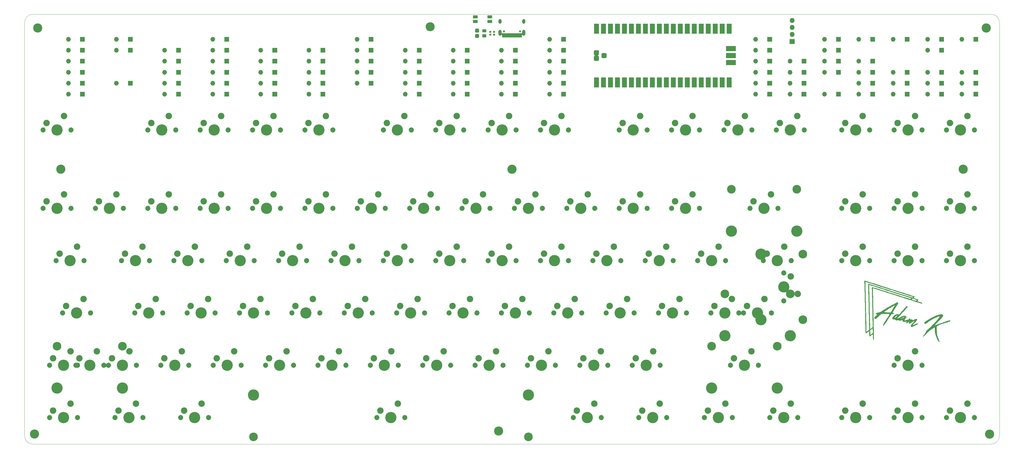
<source format=gts>
G04 #@! TF.GenerationSoftware,KiCad,Pcbnew,(5.1.9)-1*
G04 #@! TF.CreationDate,2021-05-13T07:07:34+01:00*
G04 #@! TF.ProjectId,ENV_KB,454e565f-4b42-42e6-9b69-6361645f7063,Rev.1*
G04 #@! TF.SameCoordinates,Original*
G04 #@! TF.FileFunction,Soldermask,Top*
G04 #@! TF.FilePolarity,Negative*
%FSLAX46Y46*%
G04 Gerber Fmt 4.6, Leading zero omitted, Abs format (unit mm)*
G04 Created by KiCad (PCBNEW (5.1.9)-1) date 2021-05-13 07:07:34*
%MOMM*%
%LPD*%
G01*
G04 APERTURE LIST*
G04 #@! TA.AperFunction,Profile*
%ADD10C,0.100000*%
G04 #@! TD*
%ADD11C,0.010000*%
%ADD12C,3.302000*%
%ADD13O,1.802000X1.802000*%
%ADD14O,1.702000X1.702000*%
%ADD15C,1.852000*%
%ADD16C,2.352000*%
%ADD17C,4.089800*%
%ADD18C,3.150000*%
%ADD19O,1.102000X1.702000*%
%ADD20C,0.752000*%
%ADD21O,1.102000X2.202000*%
%ADD22C,0.150000*%
G04 APERTURE END LIST*
D10*
X137937500Y-258250000D02*
G75*
G03*
X137937500Y-258250000I-1615936J0D01*
G01*
X306753436Y-257150000D02*
G75*
G03*
X306753436Y-257150000I-1615936J0D01*
G01*
X485337500Y-258300000D02*
G75*
G03*
X485337500Y-258300000I-1615936J0D01*
G01*
X475712500Y-161800000D02*
G75*
G03*
X475712500Y-161800000I-1615936J0D01*
G01*
X311637500Y-161825000D02*
G75*
G03*
X311637500Y-161825000I-1615936J0D01*
G01*
X147512500Y-161800000D02*
G75*
G03*
X147512500Y-161800000I-1615936J0D01*
G01*
X139112500Y-110400000D02*
G75*
G03*
X139112500Y-110400000I-1615936J0D01*
G01*
X484137501Y-110400000D02*
G75*
G03*
X484137501Y-110400000I-1640122J0D01*
G01*
X484300000Y-105400000D02*
G75*
G02*
X487300000Y-108400000I0J-3000000D01*
G01*
X132700000Y-108400000D02*
G75*
G02*
X135700000Y-105400000I3000000J0D01*
G01*
X135700000Y-261900000D02*
G75*
G02*
X132700000Y-258900000I0J3000000D01*
G01*
X487300000Y-258900000D02*
G75*
G02*
X484300000Y-261900000I-3000000J0D01*
G01*
X487300000Y-108400000D02*
X487300000Y-258900000D01*
X135700000Y-105400000D02*
X484300000Y-105400000D01*
X132700000Y-258900000D02*
X132700000Y-108400000D01*
X484300000Y-261900000D02*
X135700000Y-261900000D01*
D11*
G36*
X450211586Y-210280632D02*
G01*
X450282674Y-210314234D01*
X450374947Y-210398836D01*
X450398710Y-210526915D01*
X450350376Y-210711101D01*
X450226355Y-210964023D01*
X450023058Y-211298313D01*
X449987407Y-211353336D01*
X449584233Y-211975788D01*
X449234189Y-212524349D01*
X448940319Y-212994004D01*
X448705664Y-213379738D01*
X448533267Y-213676537D01*
X448426170Y-213879388D01*
X448387415Y-213983275D01*
X448387682Y-213990000D01*
X448456086Y-214065128D01*
X448602294Y-214130700D01*
X448643805Y-214141902D01*
X448796090Y-214198004D01*
X448877337Y-214267077D01*
X448881500Y-214284073D01*
X448823992Y-214355741D01*
X448675027Y-214423400D01*
X448469938Y-214475787D01*
X448244059Y-214501639D01*
X448195808Y-214502645D01*
X448125068Y-214507056D01*
X448059576Y-214528717D01*
X447988528Y-214580661D01*
X447901117Y-214675919D01*
X447786540Y-214827523D01*
X447633990Y-215048507D01*
X447432662Y-215351902D01*
X447211558Y-215689763D01*
X446737375Y-216414317D01*
X446328476Y-217035282D01*
X445982292Y-217556421D01*
X445696257Y-217981503D01*
X445467804Y-218314292D01*
X445294366Y-218558554D01*
X445173375Y-218718056D01*
X445102265Y-218796564D01*
X445087408Y-218806071D01*
X445001038Y-218778751D01*
X444968647Y-218728835D01*
X444975962Y-218596861D01*
X445060062Y-218369502D01*
X445218700Y-218050783D01*
X445449628Y-217644732D01*
X445750598Y-217155374D01*
X446119364Y-216586736D01*
X446387784Y-216186206D01*
X446660801Y-215772224D01*
X446894542Y-215395785D01*
X447082324Y-215069302D01*
X447217465Y-214805190D01*
X447293282Y-214615865D01*
X447303093Y-214513742D01*
X447293847Y-214502905D01*
X447192644Y-214477494D01*
X446989770Y-214453747D01*
X446710550Y-214432661D01*
X446380311Y-214415233D01*
X446024378Y-214402461D01*
X445668080Y-214395342D01*
X445336741Y-214394872D01*
X445055688Y-214402049D01*
X444929351Y-214409809D01*
X444700765Y-214433000D01*
X444507292Y-214469074D01*
X444330700Y-214529323D01*
X444152756Y-214625037D01*
X443955228Y-214767507D01*
X443719883Y-214968025D01*
X443428490Y-215237881D01*
X443128480Y-215525041D01*
X442796901Y-215837977D01*
X442542266Y-216062775D01*
X442356683Y-216205806D01*
X442232261Y-216273443D01*
X442192311Y-216281000D01*
X442040617Y-216243219D01*
X441879409Y-216150949D01*
X441753133Y-216035800D01*
X441705999Y-215935142D01*
X441749196Y-215861436D01*
X441867090Y-215720136D01*
X442042139Y-215530945D01*
X442256802Y-215313567D01*
X442277390Y-215293367D01*
X442848780Y-214734231D01*
X442611304Y-214601022D01*
X442459563Y-214497095D01*
X442366284Y-214397691D01*
X442355223Y-214371212D01*
X442396476Y-214272450D01*
X442545431Y-214178947D01*
X442782814Y-214098562D01*
X443089355Y-214039155D01*
X443203234Y-214025407D01*
X443467139Y-213991754D01*
X443686609Y-213943424D01*
X443893316Y-213867159D01*
X444015459Y-213803568D01*
X445262000Y-213803568D01*
X445322966Y-213843892D01*
X445495738Y-213882050D01*
X445765122Y-213916532D01*
X446115924Y-213945830D01*
X446532952Y-213968435D01*
X447001012Y-213982838D01*
X447082289Y-213984325D01*
X447727828Y-213995000D01*
X447915523Y-213756875D01*
X448010247Y-213618690D01*
X448148566Y-213393521D01*
X448315395Y-213107015D01*
X448495653Y-212784821D01*
X448597035Y-212598000D01*
X448769224Y-212279005D01*
X448926199Y-211992010D01*
X449055750Y-211759052D01*
X449145667Y-211602163D01*
X449176676Y-211551995D01*
X449251925Y-211408653D01*
X449230226Y-211342356D01*
X449114880Y-211352183D01*
X448909190Y-211437211D01*
X448616458Y-211596520D01*
X448283195Y-211801437D01*
X448067812Y-211935565D01*
X447795909Y-212099901D01*
X447521389Y-212261921D01*
X447484500Y-212283330D01*
X447248854Y-212425039D01*
X446968453Y-212602000D01*
X446661364Y-212801857D01*
X446345656Y-213012250D01*
X446039395Y-213220821D01*
X445760650Y-213415210D01*
X445527489Y-213583059D01*
X445357979Y-213712010D01*
X445270188Y-213789703D01*
X445262000Y-213803568D01*
X444015459Y-213803568D01*
X444118933Y-213749697D01*
X444395132Y-213577779D01*
X444604830Y-213438588D01*
X445162467Y-213073471D01*
X445769857Y-212692757D01*
X446403631Y-212309937D01*
X447040418Y-211938506D01*
X447656850Y-211591957D01*
X448229557Y-211283781D01*
X448735170Y-211027473D01*
X448985665Y-210909177D01*
X449251721Y-210774632D01*
X449504810Y-210624130D01*
X449696659Y-210486771D01*
X449720105Y-210466464D01*
X449911426Y-210314802D01*
X450063397Y-210256067D01*
X450211586Y-210280632D01*
G37*
X450211586Y-210280632D02*
X450282674Y-210314234D01*
X450374947Y-210398836D01*
X450398710Y-210526915D01*
X450350376Y-210711101D01*
X450226355Y-210964023D01*
X450023058Y-211298313D01*
X449987407Y-211353336D01*
X449584233Y-211975788D01*
X449234189Y-212524349D01*
X448940319Y-212994004D01*
X448705664Y-213379738D01*
X448533267Y-213676537D01*
X448426170Y-213879388D01*
X448387415Y-213983275D01*
X448387682Y-213990000D01*
X448456086Y-214065128D01*
X448602294Y-214130700D01*
X448643805Y-214141902D01*
X448796090Y-214198004D01*
X448877337Y-214267077D01*
X448881500Y-214284073D01*
X448823992Y-214355741D01*
X448675027Y-214423400D01*
X448469938Y-214475787D01*
X448244059Y-214501639D01*
X448195808Y-214502645D01*
X448125068Y-214507056D01*
X448059576Y-214528717D01*
X447988528Y-214580661D01*
X447901117Y-214675919D01*
X447786540Y-214827523D01*
X447633990Y-215048507D01*
X447432662Y-215351902D01*
X447211558Y-215689763D01*
X446737375Y-216414317D01*
X446328476Y-217035282D01*
X445982292Y-217556421D01*
X445696257Y-217981503D01*
X445467804Y-218314292D01*
X445294366Y-218558554D01*
X445173375Y-218718056D01*
X445102265Y-218796564D01*
X445087408Y-218806071D01*
X445001038Y-218778751D01*
X444968647Y-218728835D01*
X444975962Y-218596861D01*
X445060062Y-218369502D01*
X445218700Y-218050783D01*
X445449628Y-217644732D01*
X445750598Y-217155374D01*
X446119364Y-216586736D01*
X446387784Y-216186206D01*
X446660801Y-215772224D01*
X446894542Y-215395785D01*
X447082324Y-215069302D01*
X447217465Y-214805190D01*
X447293282Y-214615865D01*
X447303093Y-214513742D01*
X447293847Y-214502905D01*
X447192644Y-214477494D01*
X446989770Y-214453747D01*
X446710550Y-214432661D01*
X446380311Y-214415233D01*
X446024378Y-214402461D01*
X445668080Y-214395342D01*
X445336741Y-214394872D01*
X445055688Y-214402049D01*
X444929351Y-214409809D01*
X444700765Y-214433000D01*
X444507292Y-214469074D01*
X444330700Y-214529323D01*
X444152756Y-214625037D01*
X443955228Y-214767507D01*
X443719883Y-214968025D01*
X443428490Y-215237881D01*
X443128480Y-215525041D01*
X442796901Y-215837977D01*
X442542266Y-216062775D01*
X442356683Y-216205806D01*
X442232261Y-216273443D01*
X442192311Y-216281000D01*
X442040617Y-216243219D01*
X441879409Y-216150949D01*
X441753133Y-216035800D01*
X441705999Y-215935142D01*
X441749196Y-215861436D01*
X441867090Y-215720136D01*
X442042139Y-215530945D01*
X442256802Y-215313567D01*
X442277390Y-215293367D01*
X442848780Y-214734231D01*
X442611304Y-214601022D01*
X442459563Y-214497095D01*
X442366284Y-214397691D01*
X442355223Y-214371212D01*
X442396476Y-214272450D01*
X442545431Y-214178947D01*
X442782814Y-214098562D01*
X443089355Y-214039155D01*
X443203234Y-214025407D01*
X443467139Y-213991754D01*
X443686609Y-213943424D01*
X443893316Y-213867159D01*
X444015459Y-213803568D01*
X445262000Y-213803568D01*
X445322966Y-213843892D01*
X445495738Y-213882050D01*
X445765122Y-213916532D01*
X446115924Y-213945830D01*
X446532952Y-213968435D01*
X447001012Y-213982838D01*
X447082289Y-213984325D01*
X447727828Y-213995000D01*
X447915523Y-213756875D01*
X448010247Y-213618690D01*
X448148566Y-213393521D01*
X448315395Y-213107015D01*
X448495653Y-212784821D01*
X448597035Y-212598000D01*
X448769224Y-212279005D01*
X448926199Y-211992010D01*
X449055750Y-211759052D01*
X449145667Y-211602163D01*
X449176676Y-211551995D01*
X449251925Y-211408653D01*
X449230226Y-211342356D01*
X449114880Y-211352183D01*
X448909190Y-211437211D01*
X448616458Y-211596520D01*
X448283195Y-211801437D01*
X448067812Y-211935565D01*
X447795909Y-212099901D01*
X447521389Y-212261921D01*
X447484500Y-212283330D01*
X447248854Y-212425039D01*
X446968453Y-212602000D01*
X446661364Y-212801857D01*
X446345656Y-213012250D01*
X446039395Y-213220821D01*
X445760650Y-213415210D01*
X445527489Y-213583059D01*
X445357979Y-213712010D01*
X445270188Y-213789703D01*
X445262000Y-213803568D01*
X444015459Y-213803568D01*
X444118933Y-213749697D01*
X444395132Y-213577779D01*
X444604830Y-213438588D01*
X445162467Y-213073471D01*
X445769857Y-212692757D01*
X446403631Y-212309937D01*
X447040418Y-211938506D01*
X447656850Y-211591957D01*
X448229557Y-211283781D01*
X448735170Y-211027473D01*
X448985665Y-210909177D01*
X449251721Y-210774632D01*
X449504810Y-210624130D01*
X449696659Y-210486771D01*
X449720105Y-210466464D01*
X449911426Y-210314802D01*
X450063397Y-210256067D01*
X450211586Y-210280632D01*
G36*
X453595379Y-211713267D02*
G01*
X453739053Y-211753240D01*
X453815823Y-211772248D01*
X453818205Y-211772500D01*
X453832507Y-211824673D01*
X453834500Y-211872401D01*
X453793177Y-211956686D01*
X453681067Y-212109294D01*
X453515956Y-212307538D01*
X453342375Y-212500184D01*
X453122570Y-212737866D01*
X452847286Y-213038401D01*
X452545604Y-213369888D01*
X452246604Y-213700425D01*
X452120000Y-213841112D01*
X451803574Y-214192136D01*
X451444376Y-214588556D01*
X451081326Y-214987535D01*
X450753344Y-215346237D01*
X450675375Y-215431140D01*
X450437816Y-215691602D01*
X450233701Y-215919373D01*
X450077263Y-216098246D01*
X449982735Y-216212013D01*
X449961000Y-216244562D01*
X450009546Y-216280331D01*
X450020982Y-216281000D01*
X450115055Y-216252762D01*
X450298169Y-216175351D01*
X450547500Y-216059724D01*
X450840223Y-215916835D01*
X451153517Y-215757640D01*
X451464555Y-215593095D01*
X451542108Y-215550860D01*
X452005121Y-215332700D01*
X452410658Y-215220256D01*
X452769270Y-215211999D01*
X453091508Y-215306401D01*
X453122924Y-215321829D01*
X453281576Y-215419015D01*
X453365688Y-215523521D01*
X453372486Y-215653211D01*
X453299196Y-215825947D01*
X453143044Y-216059592D01*
X452974094Y-216280201D01*
X452807041Y-216503134D01*
X452683279Y-216689783D01*
X452616608Y-216817926D01*
X452612527Y-216862427D01*
X452711395Y-216885181D01*
X452919961Y-216863078D01*
X453241226Y-216795633D01*
X453609716Y-216701057D01*
X453829775Y-216646149D01*
X454012297Y-216608931D01*
X454099607Y-216598500D01*
X454215889Y-216547612D01*
X454279000Y-216471499D01*
X454399670Y-216322331D01*
X454557912Y-216216958D01*
X454708066Y-216182779D01*
X454746302Y-216191103D01*
X454828592Y-216285622D01*
X454850500Y-216419072D01*
X454862028Y-216547485D01*
X454916321Y-216578351D01*
X454993375Y-216558085D01*
X455218412Y-216517193D01*
X455429027Y-216539249D01*
X455591591Y-216614059D01*
X455672477Y-216731429D01*
X455676000Y-216765025D01*
X455693912Y-216830470D01*
X455760366Y-216843356D01*
X455894430Y-216799983D01*
X456115179Y-216696652D01*
X456169935Y-216669209D01*
X456556420Y-216490979D01*
X456854718Y-216392197D01*
X457073798Y-216370524D01*
X457190635Y-216402988D01*
X457261977Y-216443738D01*
X457308778Y-216486495D01*
X457323955Y-216542474D01*
X457300425Y-216622889D01*
X457231104Y-216738952D01*
X457108908Y-216901878D01*
X456926754Y-217122880D01*
X456677558Y-217413172D01*
X456354236Y-217783967D01*
X456224858Y-217931860D01*
X456021316Y-218169777D01*
X455855945Y-218373261D01*
X455743069Y-218523889D01*
X455697011Y-218603235D01*
X455697742Y-218609908D01*
X455721864Y-218622202D01*
X455769068Y-218618950D01*
X455855916Y-218594270D01*
X455998975Y-218542275D01*
X456214807Y-218457082D01*
X456519978Y-218332806D01*
X456787250Y-218222859D01*
X457125753Y-218085587D01*
X457363972Y-217996243D01*
X457517797Y-217951449D01*
X457603121Y-217947830D01*
X457635836Y-217982010D01*
X457633281Y-218043125D01*
X457570470Y-218113158D01*
X457413727Y-218223528D01*
X457185066Y-218362751D01*
X456906502Y-218519345D01*
X456600051Y-218681828D01*
X456287727Y-218838718D01*
X455991545Y-218978532D01*
X455733521Y-219089788D01*
X455535669Y-219161003D01*
X455453750Y-219179901D01*
X455237554Y-219181789D01*
X455120375Y-219131161D01*
X455064775Y-219013687D01*
X455041011Y-218843755D01*
X455041000Y-218840090D01*
X455053829Y-218737166D01*
X455101674Y-218626389D01*
X455198567Y-218487707D01*
X455358540Y-218301069D01*
X455595626Y-218046423D01*
X455598719Y-218043165D01*
X455931748Y-217685174D01*
X456191933Y-217390049D01*
X456374336Y-217163901D01*
X456474017Y-217012841D01*
X456487143Y-216943976D01*
X456415113Y-216954014D01*
X456257751Y-217020490D01*
X456036891Y-217131692D01*
X455774364Y-217275909D01*
X455492007Y-217441427D01*
X455211650Y-217616536D01*
X455114333Y-217680389D01*
X454828121Y-217857559D01*
X454618175Y-217951987D01*
X454467637Y-217967287D01*
X454359651Y-217907070D01*
X454317235Y-217851205D01*
X454286757Y-217750598D01*
X454322716Y-217618673D01*
X454392021Y-217486080D01*
X454472268Y-217316518D01*
X454469146Y-217237985D01*
X454387092Y-217249758D01*
X454230549Y-217351113D01*
X454003954Y-217541329D01*
X453993249Y-217551000D01*
X453796008Y-217725803D01*
X453666750Y-217824206D01*
X453581355Y-217857249D01*
X453515706Y-217835974D01*
X453466200Y-217792300D01*
X453394167Y-217640893D01*
X453439914Y-217455273D01*
X453592956Y-217252398D01*
X453705720Y-217127847D01*
X453736120Y-217063903D01*
X453675068Y-217058013D01*
X453513474Y-217107623D01*
X453326500Y-217177533D01*
X452976276Y-217280648D01*
X452651882Y-217317687D01*
X452372506Y-217292251D01*
X452157337Y-217207943D01*
X452025564Y-217068363D01*
X451993000Y-216927236D01*
X452020338Y-216764890D01*
X452072375Y-216665354D01*
X452113718Y-216607620D01*
X452055186Y-216616391D01*
X452024750Y-216627425D01*
X451614300Y-216774485D01*
X451299370Y-216868489D01*
X451060921Y-216911201D01*
X450879915Y-216904388D01*
X450737314Y-216849814D01*
X450622235Y-216757508D01*
X450505961Y-216656003D01*
X450418807Y-216639722D01*
X450323496Y-216686880D01*
X450165386Y-216757252D01*
X449964823Y-216812803D01*
X449941135Y-216817248D01*
X449784612Y-216833727D01*
X449671651Y-216800618D01*
X449551227Y-216696961D01*
X449490563Y-216632168D01*
X449364219Y-216502566D01*
X449260506Y-216439747D01*
X449129110Y-216426892D01*
X448932623Y-216445661D01*
X448722694Y-216463642D01*
X448592815Y-216448827D01*
X448498149Y-216391484D01*
X448446570Y-216340144D01*
X448427263Y-216313877D01*
X451240093Y-216313877D01*
X451244168Y-216349302D01*
X451352928Y-216326134D01*
X451568754Y-216244288D01*
X451894029Y-216103681D01*
X452011314Y-216050931D01*
X452286869Y-215920707D01*
X452529035Y-215796265D01*
X452707966Y-215693527D01*
X452784986Y-215638181D01*
X452862666Y-215557231D01*
X452847891Y-215524987D01*
X452724469Y-215519016D01*
X452698958Y-215519000D01*
X452471347Y-215560854D01*
X452179465Y-215677828D01*
X451850611Y-215857042D01*
X451536473Y-216067578D01*
X451338321Y-216219941D01*
X451240093Y-216313877D01*
X448427263Y-216313877D01*
X448349626Y-216208255D01*
X448310000Y-216099960D01*
X448339798Y-216003574D01*
X448921332Y-216003574D01*
X449002399Y-216025174D01*
X449178888Y-215974734D01*
X449446547Y-215852733D01*
X449447256Y-215852375D01*
X449710038Y-215683428D01*
X449931280Y-215474155D01*
X450086439Y-215253161D01*
X450150974Y-215049048D01*
X450151500Y-215031591D01*
X450143883Y-214932887D01*
X450097549Y-214916075D01*
X449977266Y-214970846D01*
X449965209Y-214977073D01*
X449822018Y-215071764D01*
X449628739Y-215225926D01*
X449414890Y-215412715D01*
X449209988Y-215605288D01*
X449043552Y-215776801D01*
X448945097Y-215900411D01*
X448939938Y-215909457D01*
X448921332Y-216003574D01*
X448339798Y-216003574D01*
X448351657Y-215965218D01*
X448463043Y-215769885D01*
X448623776Y-215542867D01*
X448813477Y-215313068D01*
X449002091Y-215118389D01*
X449375722Y-214815611D01*
X449720547Y-214634682D01*
X450039999Y-214574607D01*
X450337511Y-214634397D01*
X450460246Y-214697134D01*
X450545255Y-214748753D01*
X450615863Y-214778580D01*
X450686081Y-214776262D01*
X450769924Y-214731448D01*
X450881405Y-214633785D01*
X451034537Y-214472923D01*
X451243334Y-214238510D01*
X451521809Y-213920193D01*
X451539683Y-213899750D01*
X451817227Y-213583475D01*
X452122257Y-213237680D01*
X452417917Y-212904049D01*
X452667354Y-212624267D01*
X452668875Y-212622569D01*
X452881219Y-212378822D01*
X453069782Y-212150115D01*
X453213289Y-211963031D01*
X453288047Y-211848961D01*
X453367731Y-211720110D01*
X453454314Y-211683869D01*
X453595379Y-211713267D01*
G37*
X453595379Y-211713267D02*
X453739053Y-211753240D01*
X453815823Y-211772248D01*
X453818205Y-211772500D01*
X453832507Y-211824673D01*
X453834500Y-211872401D01*
X453793177Y-211956686D01*
X453681067Y-212109294D01*
X453515956Y-212307538D01*
X453342375Y-212500184D01*
X453122570Y-212737866D01*
X452847286Y-213038401D01*
X452545604Y-213369888D01*
X452246604Y-213700425D01*
X452120000Y-213841112D01*
X451803574Y-214192136D01*
X451444376Y-214588556D01*
X451081326Y-214987535D01*
X450753344Y-215346237D01*
X450675375Y-215431140D01*
X450437816Y-215691602D01*
X450233701Y-215919373D01*
X450077263Y-216098246D01*
X449982735Y-216212013D01*
X449961000Y-216244562D01*
X450009546Y-216280331D01*
X450020982Y-216281000D01*
X450115055Y-216252762D01*
X450298169Y-216175351D01*
X450547500Y-216059724D01*
X450840223Y-215916835D01*
X451153517Y-215757640D01*
X451464555Y-215593095D01*
X451542108Y-215550860D01*
X452005121Y-215332700D01*
X452410658Y-215220256D01*
X452769270Y-215211999D01*
X453091508Y-215306401D01*
X453122924Y-215321829D01*
X453281576Y-215419015D01*
X453365688Y-215523521D01*
X453372486Y-215653211D01*
X453299196Y-215825947D01*
X453143044Y-216059592D01*
X452974094Y-216280201D01*
X452807041Y-216503134D01*
X452683279Y-216689783D01*
X452616608Y-216817926D01*
X452612527Y-216862427D01*
X452711395Y-216885181D01*
X452919961Y-216863078D01*
X453241226Y-216795633D01*
X453609716Y-216701057D01*
X453829775Y-216646149D01*
X454012297Y-216608931D01*
X454099607Y-216598500D01*
X454215889Y-216547612D01*
X454279000Y-216471499D01*
X454399670Y-216322331D01*
X454557912Y-216216958D01*
X454708066Y-216182779D01*
X454746302Y-216191103D01*
X454828592Y-216285622D01*
X454850500Y-216419072D01*
X454862028Y-216547485D01*
X454916321Y-216578351D01*
X454993375Y-216558085D01*
X455218412Y-216517193D01*
X455429027Y-216539249D01*
X455591591Y-216614059D01*
X455672477Y-216731429D01*
X455676000Y-216765025D01*
X455693912Y-216830470D01*
X455760366Y-216843356D01*
X455894430Y-216799983D01*
X456115179Y-216696652D01*
X456169935Y-216669209D01*
X456556420Y-216490979D01*
X456854718Y-216392197D01*
X457073798Y-216370524D01*
X457190635Y-216402988D01*
X457261977Y-216443738D01*
X457308778Y-216486495D01*
X457323955Y-216542474D01*
X457300425Y-216622889D01*
X457231104Y-216738952D01*
X457108908Y-216901878D01*
X456926754Y-217122880D01*
X456677558Y-217413172D01*
X456354236Y-217783967D01*
X456224858Y-217931860D01*
X456021316Y-218169777D01*
X455855945Y-218373261D01*
X455743069Y-218523889D01*
X455697011Y-218603235D01*
X455697742Y-218609908D01*
X455721864Y-218622202D01*
X455769068Y-218618950D01*
X455855916Y-218594270D01*
X455998975Y-218542275D01*
X456214807Y-218457082D01*
X456519978Y-218332806D01*
X456787250Y-218222859D01*
X457125753Y-218085587D01*
X457363972Y-217996243D01*
X457517797Y-217951449D01*
X457603121Y-217947830D01*
X457635836Y-217982010D01*
X457633281Y-218043125D01*
X457570470Y-218113158D01*
X457413727Y-218223528D01*
X457185066Y-218362751D01*
X456906502Y-218519345D01*
X456600051Y-218681828D01*
X456287727Y-218838718D01*
X455991545Y-218978532D01*
X455733521Y-219089788D01*
X455535669Y-219161003D01*
X455453750Y-219179901D01*
X455237554Y-219181789D01*
X455120375Y-219131161D01*
X455064775Y-219013687D01*
X455041011Y-218843755D01*
X455041000Y-218840090D01*
X455053829Y-218737166D01*
X455101674Y-218626389D01*
X455198567Y-218487707D01*
X455358540Y-218301069D01*
X455595626Y-218046423D01*
X455598719Y-218043165D01*
X455931748Y-217685174D01*
X456191933Y-217390049D01*
X456374336Y-217163901D01*
X456474017Y-217012841D01*
X456487143Y-216943976D01*
X456415113Y-216954014D01*
X456257751Y-217020490D01*
X456036891Y-217131692D01*
X455774364Y-217275909D01*
X455492007Y-217441427D01*
X455211650Y-217616536D01*
X455114333Y-217680389D01*
X454828121Y-217857559D01*
X454618175Y-217951987D01*
X454467637Y-217967287D01*
X454359651Y-217907070D01*
X454317235Y-217851205D01*
X454286757Y-217750598D01*
X454322716Y-217618673D01*
X454392021Y-217486080D01*
X454472268Y-217316518D01*
X454469146Y-217237985D01*
X454387092Y-217249758D01*
X454230549Y-217351113D01*
X454003954Y-217541329D01*
X453993249Y-217551000D01*
X453796008Y-217725803D01*
X453666750Y-217824206D01*
X453581355Y-217857249D01*
X453515706Y-217835974D01*
X453466200Y-217792300D01*
X453394167Y-217640893D01*
X453439914Y-217455273D01*
X453592956Y-217252398D01*
X453705720Y-217127847D01*
X453736120Y-217063903D01*
X453675068Y-217058013D01*
X453513474Y-217107623D01*
X453326500Y-217177533D01*
X452976276Y-217280648D01*
X452651882Y-217317687D01*
X452372506Y-217292251D01*
X452157337Y-217207943D01*
X452025564Y-217068363D01*
X451993000Y-216927236D01*
X452020338Y-216764890D01*
X452072375Y-216665354D01*
X452113718Y-216607620D01*
X452055186Y-216616391D01*
X452024750Y-216627425D01*
X451614300Y-216774485D01*
X451299370Y-216868489D01*
X451060921Y-216911201D01*
X450879915Y-216904388D01*
X450737314Y-216849814D01*
X450622235Y-216757508D01*
X450505961Y-216656003D01*
X450418807Y-216639722D01*
X450323496Y-216686880D01*
X450165386Y-216757252D01*
X449964823Y-216812803D01*
X449941135Y-216817248D01*
X449784612Y-216833727D01*
X449671651Y-216800618D01*
X449551227Y-216696961D01*
X449490563Y-216632168D01*
X449364219Y-216502566D01*
X449260506Y-216439747D01*
X449129110Y-216426892D01*
X448932623Y-216445661D01*
X448722694Y-216463642D01*
X448592815Y-216448827D01*
X448498149Y-216391484D01*
X448446570Y-216340144D01*
X448427263Y-216313877D01*
X451240093Y-216313877D01*
X451244168Y-216349302D01*
X451352928Y-216326134D01*
X451568754Y-216244288D01*
X451894029Y-216103681D01*
X452011314Y-216050931D01*
X452286869Y-215920707D01*
X452529035Y-215796265D01*
X452707966Y-215693527D01*
X452784986Y-215638181D01*
X452862666Y-215557231D01*
X452847891Y-215524987D01*
X452724469Y-215519016D01*
X452698958Y-215519000D01*
X452471347Y-215560854D01*
X452179465Y-215677828D01*
X451850611Y-215857042D01*
X451536473Y-216067578D01*
X451338321Y-216219941D01*
X451240093Y-216313877D01*
X448427263Y-216313877D01*
X448349626Y-216208255D01*
X448310000Y-216099960D01*
X448339798Y-216003574D01*
X448921332Y-216003574D01*
X449002399Y-216025174D01*
X449178888Y-215974734D01*
X449446547Y-215852733D01*
X449447256Y-215852375D01*
X449710038Y-215683428D01*
X449931280Y-215474155D01*
X450086439Y-215253161D01*
X450150974Y-215049048D01*
X450151500Y-215031591D01*
X450143883Y-214932887D01*
X450097549Y-214916075D01*
X449977266Y-214970846D01*
X449965209Y-214977073D01*
X449822018Y-215071764D01*
X449628739Y-215225926D01*
X449414890Y-215412715D01*
X449209988Y-215605288D01*
X449043552Y-215776801D01*
X448945097Y-215900411D01*
X448939938Y-215909457D01*
X448921332Y-216003574D01*
X448339798Y-216003574D01*
X448351657Y-215965218D01*
X448463043Y-215769885D01*
X448623776Y-215542867D01*
X448813477Y-215313068D01*
X449002091Y-215118389D01*
X449375722Y-214815611D01*
X449720547Y-214634682D01*
X450039999Y-214574607D01*
X450337511Y-214634397D01*
X450460246Y-214697134D01*
X450545255Y-214748753D01*
X450615863Y-214778580D01*
X450686081Y-214776262D01*
X450769924Y-214731448D01*
X450881405Y-214633785D01*
X451034537Y-214472923D01*
X451243334Y-214238510D01*
X451521809Y-213920193D01*
X451539683Y-213899750D01*
X451817227Y-213583475D01*
X452122257Y-213237680D01*
X452417917Y-212904049D01*
X452667354Y-212624267D01*
X452668875Y-212622569D01*
X452881219Y-212378822D01*
X453069782Y-212150115D01*
X453213289Y-211963031D01*
X453288047Y-211848961D01*
X453367731Y-211720110D01*
X453454314Y-211683869D01*
X453595379Y-211713267D01*
G36*
X438243166Y-202421233D02*
G01*
X438293471Y-202429849D01*
X438370748Y-202447828D01*
X438480613Y-202476919D01*
X438628680Y-202518871D01*
X438820565Y-202575434D01*
X439061883Y-202648357D01*
X439358248Y-202739391D01*
X439715277Y-202850285D01*
X440138583Y-202982788D01*
X440633783Y-203138651D01*
X441206491Y-203319622D01*
X441862323Y-203527452D01*
X442606893Y-203763890D01*
X443445818Y-204030686D01*
X444384711Y-204329590D01*
X445429188Y-204662351D01*
X446584864Y-205030718D01*
X447516250Y-205327675D01*
X448304559Y-205578944D01*
X449115404Y-205837229D01*
X449931362Y-206096990D01*
X450735011Y-206352687D01*
X451508930Y-206598781D01*
X452235697Y-206829732D01*
X452897891Y-207040001D01*
X453478089Y-207224049D01*
X453958869Y-207376336D01*
X454056750Y-207407297D01*
X454566650Y-207569574D01*
X455040001Y-207722212D01*
X455462704Y-207860512D01*
X455820656Y-207979777D01*
X456099758Y-208075308D01*
X456285910Y-208142406D01*
X456365010Y-208176373D01*
X456365120Y-208176458D01*
X456395765Y-208232248D01*
X456350255Y-208314180D01*
X456215520Y-208443348D01*
X456181659Y-208472495D01*
X455912328Y-208702159D01*
X456762539Y-208971389D01*
X457076082Y-209070714D01*
X457349289Y-209157334D01*
X457557758Y-209223506D01*
X457677085Y-209261488D01*
X457692125Y-209266316D01*
X457768337Y-209334057D01*
X457736389Y-209442115D01*
X457602891Y-209576433D01*
X457517500Y-209637712D01*
X457368825Y-209745016D01*
X457277437Y-209828152D01*
X457263600Y-209852525D01*
X457320979Y-209886536D01*
X457479078Y-209949395D01*
X457716951Y-210033534D01*
X458013652Y-210131385D01*
X458183674Y-210185000D01*
X458552459Y-210302604D01*
X458813703Y-210394142D01*
X458982602Y-210466164D01*
X459074356Y-210525221D01*
X459104161Y-210577867D01*
X459104324Y-210581875D01*
X459062220Y-210675828D01*
X459013743Y-210692999D01*
X458933969Y-210674314D01*
X458747520Y-210621157D01*
X458468644Y-210537877D01*
X458111587Y-210428823D01*
X457690597Y-210298346D01*
X457219921Y-210150793D01*
X456743618Y-209999999D01*
X455052086Y-209461992D01*
X454289090Y-209219306D01*
X455249828Y-209219306D01*
X455290714Y-209257913D01*
X455324490Y-209271983D01*
X455499758Y-209334950D01*
X455738122Y-209414635D01*
X456009377Y-209501675D01*
X456283322Y-209586708D01*
X456529752Y-209660370D01*
X456718465Y-209713300D01*
X456819258Y-209736133D01*
X456822538Y-209736375D01*
X456934335Y-209703325D01*
X457088072Y-209616176D01*
X457127468Y-209588412D01*
X457333611Y-209436325D01*
X455634689Y-208868411D01*
X455417219Y-209046170D01*
X455288337Y-209157636D01*
X455249828Y-209219306D01*
X454289090Y-209219306D01*
X453478229Y-208961396D01*
X452018689Y-208497144D01*
X450670112Y-208068167D01*
X449429142Y-207673398D01*
X448292423Y-207311768D01*
X447256599Y-206982209D01*
X446318315Y-206683653D01*
X445474213Y-206415032D01*
X444720939Y-206175277D01*
X444055137Y-205963321D01*
X443473451Y-205778095D01*
X442972525Y-205618531D01*
X442549003Y-205483561D01*
X442199529Y-205372118D01*
X441920748Y-205283132D01*
X441709303Y-205215535D01*
X441561839Y-205168260D01*
X441475000Y-205140239D01*
X441457783Y-205134609D01*
X441177817Y-205042331D01*
X441221060Y-207185040D01*
X441243780Y-208303063D01*
X441267588Y-209459924D01*
X441292186Y-210641931D01*
X441317277Y-211835394D01*
X441342566Y-213026619D01*
X441367755Y-214201917D01*
X441392548Y-215347595D01*
X441416650Y-216449962D01*
X441439763Y-217495326D01*
X441461590Y-218469996D01*
X441481836Y-219360279D01*
X441500205Y-220152485D01*
X441516398Y-220832922D01*
X441518043Y-220900739D01*
X441531404Y-221487071D01*
X441542162Y-222034769D01*
X441550186Y-222530672D01*
X441555342Y-222961621D01*
X441557496Y-223314457D01*
X441556514Y-223576018D01*
X441552264Y-223733147D01*
X441547179Y-223774114D01*
X441454872Y-223833672D01*
X441423736Y-223837500D01*
X441389068Y-223807284D01*
X441360619Y-223707225D01*
X441336570Y-223523201D01*
X441315105Y-223241090D01*
X441294404Y-222846772D01*
X441293416Y-222825151D01*
X441247364Y-221812803D01*
X440704998Y-222221901D01*
X440474346Y-222390134D01*
X440275225Y-222524799D01*
X440132481Y-222609707D01*
X440077066Y-222631000D01*
X440013159Y-222569959D01*
X439984150Y-222386927D01*
X439983145Y-222361125D01*
X439976179Y-222185391D01*
X439963912Y-221922394D01*
X439948250Y-221611670D01*
X439935520Y-221372883D01*
X439896250Y-220654517D01*
X439296900Y-221103734D01*
X439059834Y-221274864D01*
X438859035Y-221407531D01*
X438715879Y-221488446D01*
X438651992Y-221504600D01*
X438644793Y-221481934D01*
X438637479Y-221425671D01*
X438629912Y-221330536D01*
X438621959Y-221191253D01*
X438613482Y-221002545D01*
X438604347Y-220759138D01*
X438594418Y-220455755D01*
X438583559Y-220087120D01*
X438571634Y-219647958D01*
X438558509Y-219132992D01*
X438544047Y-218536948D01*
X438528113Y-217854549D01*
X438510570Y-217080520D01*
X438491285Y-216209584D01*
X438470120Y-215236465D01*
X438446940Y-214155889D01*
X438421610Y-212962579D01*
X438393994Y-211651259D01*
X438373250Y-210661250D01*
X438355934Y-209850762D01*
X438337762Y-209032203D01*
X438319134Y-208221619D01*
X438300446Y-207435055D01*
X438282095Y-206688554D01*
X438264480Y-205998163D01*
X438247996Y-205379925D01*
X438233043Y-204849887D01*
X438220016Y-204424092D01*
X438215250Y-204281232D01*
X438200819Y-203814056D01*
X438192005Y-203436070D01*
X438476177Y-203436070D01*
X438480853Y-203854983D01*
X438491834Y-204390728D01*
X438494117Y-204485875D01*
X438502036Y-204817769D01*
X438512395Y-205263493D01*
X438524901Y-205809906D01*
X438539258Y-206443867D01*
X438555175Y-207152236D01*
X438572356Y-207921872D01*
X438590509Y-208739634D01*
X438609339Y-209592381D01*
X438628553Y-210466972D01*
X438647857Y-211350268D01*
X438658428Y-211836000D01*
X438677696Y-212721288D01*
X438697040Y-213607151D01*
X438716164Y-214480206D01*
X438734773Y-215327070D01*
X438752571Y-216134359D01*
X438769261Y-216888692D01*
X438784548Y-217576686D01*
X438798137Y-218184958D01*
X438809731Y-218700126D01*
X438819034Y-219108806D01*
X438822938Y-219277815D01*
X438865349Y-221099880D01*
X439380799Y-220711758D01*
X439597541Y-220548720D01*
X439742079Y-220440250D01*
X440167502Y-220440250D01*
X440206172Y-221043500D01*
X440223613Y-221344091D01*
X440237048Y-221629817D01*
X440244399Y-221854142D01*
X440245171Y-221916625D01*
X440252977Y-222081515D01*
X440272216Y-222176982D01*
X440281757Y-222186500D01*
X440344645Y-222150216D01*
X440483443Y-222052841D01*
X440674072Y-221911585D01*
X440789757Y-221823374D01*
X441261500Y-221460249D01*
X441255937Y-220886749D01*
X441248485Y-220584683D01*
X441233620Y-220290447D01*
X441214177Y-220056321D01*
X441208312Y-220008754D01*
X441166250Y-219704259D01*
X440666876Y-220072254D01*
X440167502Y-220440250D01*
X439742079Y-220440250D01*
X439772394Y-220417500D01*
X439883251Y-220334671D01*
X439910890Y-220314386D01*
X439912147Y-220250291D01*
X439910565Y-220065879D01*
X439906284Y-219767796D01*
X439899443Y-219362690D01*
X439890179Y-218857209D01*
X439878633Y-218257999D01*
X439864941Y-217571708D01*
X439849244Y-216804983D01*
X439831680Y-215964472D01*
X439812387Y-215056822D01*
X439791505Y-214088681D01*
X439769172Y-213066695D01*
X439745527Y-211997512D01*
X439720708Y-210887780D01*
X439694855Y-209744146D01*
X439668105Y-208573256D01*
X439644495Y-207549792D01*
X439629140Y-206854116D01*
X439616099Y-206196155D01*
X439605492Y-205586877D01*
X439597441Y-205037246D01*
X439592064Y-204558230D01*
X439589482Y-204160793D01*
X439589816Y-203855903D01*
X439590005Y-203844561D01*
X439803427Y-203844561D01*
X439833777Y-204300155D01*
X439840829Y-204451142D01*
X439849795Y-204715319D01*
X439860333Y-205078895D01*
X439872100Y-205528079D01*
X439884753Y-206049082D01*
X439897950Y-206628114D01*
X439911349Y-207251383D01*
X439924608Y-207905099D01*
X439929430Y-208153000D01*
X439944131Y-208902547D01*
X439960269Y-209698617D01*
X439977296Y-210515728D01*
X439994661Y-211328402D01*
X440011814Y-212111156D01*
X440028206Y-212838513D01*
X440043286Y-213484991D01*
X440054152Y-213931500D01*
X440070116Y-214578320D01*
X440087125Y-215279888D01*
X440104391Y-216002916D01*
X440121128Y-216714116D01*
X440136551Y-217380198D01*
X440149871Y-217967876D01*
X440155061Y-218202017D01*
X440196552Y-220091285D01*
X440459151Y-219895739D01*
X440672385Y-219738371D01*
X440892418Y-219578078D01*
X440958519Y-219530472D01*
X441090613Y-219428050D01*
X441161532Y-219333609D01*
X441190447Y-219202796D01*
X441196529Y-218991263D01*
X441196571Y-218979750D01*
X441195463Y-218821297D01*
X441191646Y-218546999D01*
X441185360Y-218167977D01*
X441176843Y-217695350D01*
X441166336Y-217140240D01*
X441154079Y-216513766D01*
X441140310Y-215827050D01*
X441125270Y-215091211D01*
X441109198Y-214317372D01*
X441092333Y-213516650D01*
X441074915Y-212700169D01*
X441057184Y-211879047D01*
X441039378Y-211064406D01*
X441021739Y-210267366D01*
X441004504Y-209499047D01*
X440987915Y-208770570D01*
X440972210Y-208093056D01*
X440957628Y-207477625D01*
X440944410Y-206935397D01*
X440932795Y-206477494D01*
X440923023Y-206115035D01*
X440915332Y-205859141D01*
X440911842Y-205761994D01*
X440898830Y-205328366D01*
X440899745Y-205015024D01*
X440914532Y-204824051D01*
X440938439Y-204759186D01*
X441009600Y-204770348D01*
X441190413Y-204817161D01*
X441469673Y-204896258D01*
X441836176Y-205004270D01*
X442278717Y-205137831D01*
X442786091Y-205293573D01*
X443347092Y-205468127D01*
X443950516Y-205658125D01*
X444323652Y-205776664D01*
X445018328Y-205998027D01*
X445734525Y-206226161D01*
X446452136Y-206454669D01*
X447151055Y-206677150D01*
X447811173Y-206887206D01*
X448412386Y-207078438D01*
X448934586Y-207244445D01*
X449357667Y-207378830D01*
X449389500Y-207388934D01*
X449947473Y-207566110D01*
X450585956Y-207768990D01*
X451264462Y-207984698D01*
X451942499Y-208200360D01*
X452579580Y-208403103D01*
X452987182Y-208532892D01*
X454838614Y-209122611D01*
X455035057Y-208982731D01*
X455162103Y-208880671D01*
X455228637Y-208804593D01*
X455231500Y-208794297D01*
X455175165Y-208754925D01*
X455024728Y-208691357D01*
X454808042Y-208614844D01*
X454707625Y-208582689D01*
X454506686Y-208519797D01*
X454226821Y-208431623D01*
X453864475Y-208317034D01*
X453416094Y-208174902D01*
X452878123Y-208004093D01*
X452247009Y-207803479D01*
X451519195Y-207571928D01*
X450691129Y-207308310D01*
X449759256Y-207011493D01*
X448720022Y-206680348D01*
X447569872Y-206313743D01*
X446305251Y-205910547D01*
X445166750Y-205547492D01*
X444394411Y-205301228D01*
X443654262Y-205065314D01*
X442955609Y-204842711D01*
X442307762Y-204636382D01*
X441720030Y-204449288D01*
X441201720Y-204284392D01*
X440762141Y-204144655D01*
X440410602Y-204033039D01*
X440156411Y-203952506D01*
X440008877Y-203906017D01*
X439976838Y-203896114D01*
X439803427Y-203844561D01*
X439590005Y-203844561D01*
X439593184Y-203654525D01*
X439599708Y-203567625D01*
X439600863Y-203565236D01*
X439679555Y-203561208D01*
X439845430Y-203593275D01*
X440066089Y-203654764D01*
X440121605Y-203672504D01*
X440296261Y-203729090D01*
X440573733Y-203818260D01*
X440935784Y-203934186D01*
X441364177Y-204071041D01*
X441840677Y-204222998D01*
X442347047Y-204384227D01*
X442690250Y-204493363D01*
X443232459Y-204665715D01*
X443867472Y-204867613D01*
X444567072Y-205090081D01*
X445303045Y-205324148D01*
X446047176Y-205560838D01*
X446771249Y-205791180D01*
X447447050Y-206006199D01*
X447516250Y-206028218D01*
X448220725Y-206252357D01*
X449007028Y-206502478D01*
X449840828Y-206767666D01*
X450687797Y-207037003D01*
X451513605Y-207299573D01*
X452283922Y-207544457D01*
X452906953Y-207742479D01*
X455567156Y-208587878D01*
X455749014Y-208453425D01*
X455855985Y-208355801D01*
X455888044Y-208286342D01*
X455882810Y-208278507D01*
X455812395Y-208250059D01*
X455635842Y-208188755D01*
X455368255Y-208099549D01*
X455024738Y-207987397D01*
X454620394Y-207857252D01*
X454170326Y-207714072D01*
X453961500Y-207648155D01*
X453424609Y-207478806D01*
X452862563Y-207301020D01*
X452304587Y-207124079D01*
X451779909Y-206957262D01*
X451317755Y-206809849D01*
X450947352Y-206691120D01*
X450945250Y-206690444D01*
X450589661Y-206576305D01*
X450139705Y-206432335D01*
X449622086Y-206267050D01*
X449063510Y-206088968D01*
X448490679Y-205906609D01*
X447930298Y-205728489D01*
X447770250Y-205677676D01*
X447196348Y-205495383D01*
X446582118Y-205300035D01*
X445958775Y-205101575D01*
X445357530Y-204909947D01*
X444809596Y-204735095D01*
X444346186Y-204586962D01*
X444277750Y-204565053D01*
X443240769Y-204233348D01*
X442298676Y-203932728D01*
X441454351Y-203664100D01*
X440710673Y-203428368D01*
X440070519Y-203226438D01*
X439536769Y-203059215D01*
X439112302Y-202927605D01*
X438799997Y-202832512D01*
X438602731Y-202774842D01*
X438523447Y-202755500D01*
X438501440Y-202793704D01*
X438486323Y-202914093D01*
X438477951Y-203125328D01*
X438476177Y-203436070D01*
X438192005Y-203436070D01*
X438190891Y-203388330D01*
X438185593Y-203020538D01*
X438185050Y-202727161D01*
X438189389Y-202524681D01*
X438198737Y-202429582D01*
X438201013Y-202425086D01*
X438214218Y-202420228D01*
X438243166Y-202421233D01*
G37*
X438243166Y-202421233D02*
X438293471Y-202429849D01*
X438370748Y-202447828D01*
X438480613Y-202476919D01*
X438628680Y-202518871D01*
X438820565Y-202575434D01*
X439061883Y-202648357D01*
X439358248Y-202739391D01*
X439715277Y-202850285D01*
X440138583Y-202982788D01*
X440633783Y-203138651D01*
X441206491Y-203319622D01*
X441862323Y-203527452D01*
X442606893Y-203763890D01*
X443445818Y-204030686D01*
X444384711Y-204329590D01*
X445429188Y-204662351D01*
X446584864Y-205030718D01*
X447516250Y-205327675D01*
X448304559Y-205578944D01*
X449115404Y-205837229D01*
X449931362Y-206096990D01*
X450735011Y-206352687D01*
X451508930Y-206598781D01*
X452235697Y-206829732D01*
X452897891Y-207040001D01*
X453478089Y-207224049D01*
X453958869Y-207376336D01*
X454056750Y-207407297D01*
X454566650Y-207569574D01*
X455040001Y-207722212D01*
X455462704Y-207860512D01*
X455820656Y-207979777D01*
X456099758Y-208075308D01*
X456285910Y-208142406D01*
X456365010Y-208176373D01*
X456365120Y-208176458D01*
X456395765Y-208232248D01*
X456350255Y-208314180D01*
X456215520Y-208443348D01*
X456181659Y-208472495D01*
X455912328Y-208702159D01*
X456762539Y-208971389D01*
X457076082Y-209070714D01*
X457349289Y-209157334D01*
X457557758Y-209223506D01*
X457677085Y-209261488D01*
X457692125Y-209266316D01*
X457768337Y-209334057D01*
X457736389Y-209442115D01*
X457602891Y-209576433D01*
X457517500Y-209637712D01*
X457368825Y-209745016D01*
X457277437Y-209828152D01*
X457263600Y-209852525D01*
X457320979Y-209886536D01*
X457479078Y-209949395D01*
X457716951Y-210033534D01*
X458013652Y-210131385D01*
X458183674Y-210185000D01*
X458552459Y-210302604D01*
X458813703Y-210394142D01*
X458982602Y-210466164D01*
X459074356Y-210525221D01*
X459104161Y-210577867D01*
X459104324Y-210581875D01*
X459062220Y-210675828D01*
X459013743Y-210692999D01*
X458933969Y-210674314D01*
X458747520Y-210621157D01*
X458468644Y-210537877D01*
X458111587Y-210428823D01*
X457690597Y-210298346D01*
X457219921Y-210150793D01*
X456743618Y-209999999D01*
X455052086Y-209461992D01*
X454289090Y-209219306D01*
X455249828Y-209219306D01*
X455290714Y-209257913D01*
X455324490Y-209271983D01*
X455499758Y-209334950D01*
X455738122Y-209414635D01*
X456009377Y-209501675D01*
X456283322Y-209586708D01*
X456529752Y-209660370D01*
X456718465Y-209713300D01*
X456819258Y-209736133D01*
X456822538Y-209736375D01*
X456934335Y-209703325D01*
X457088072Y-209616176D01*
X457127468Y-209588412D01*
X457333611Y-209436325D01*
X455634689Y-208868411D01*
X455417219Y-209046170D01*
X455288337Y-209157636D01*
X455249828Y-209219306D01*
X454289090Y-209219306D01*
X453478229Y-208961396D01*
X452018689Y-208497144D01*
X450670112Y-208068167D01*
X449429142Y-207673398D01*
X448292423Y-207311768D01*
X447256599Y-206982209D01*
X446318315Y-206683653D01*
X445474213Y-206415032D01*
X444720939Y-206175277D01*
X444055137Y-205963321D01*
X443473451Y-205778095D01*
X442972525Y-205618531D01*
X442549003Y-205483561D01*
X442199529Y-205372118D01*
X441920748Y-205283132D01*
X441709303Y-205215535D01*
X441561839Y-205168260D01*
X441475000Y-205140239D01*
X441457783Y-205134609D01*
X441177817Y-205042331D01*
X441221060Y-207185040D01*
X441243780Y-208303063D01*
X441267588Y-209459924D01*
X441292186Y-210641931D01*
X441317277Y-211835394D01*
X441342566Y-213026619D01*
X441367755Y-214201917D01*
X441392548Y-215347595D01*
X441416650Y-216449962D01*
X441439763Y-217495326D01*
X441461590Y-218469996D01*
X441481836Y-219360279D01*
X441500205Y-220152485D01*
X441516398Y-220832922D01*
X441518043Y-220900739D01*
X441531404Y-221487071D01*
X441542162Y-222034769D01*
X441550186Y-222530672D01*
X441555342Y-222961621D01*
X441557496Y-223314457D01*
X441556514Y-223576018D01*
X441552264Y-223733147D01*
X441547179Y-223774114D01*
X441454872Y-223833672D01*
X441423736Y-223837500D01*
X441389068Y-223807284D01*
X441360619Y-223707225D01*
X441336570Y-223523201D01*
X441315105Y-223241090D01*
X441294404Y-222846772D01*
X441293416Y-222825151D01*
X441247364Y-221812803D01*
X440704998Y-222221901D01*
X440474346Y-222390134D01*
X440275225Y-222524799D01*
X440132481Y-222609707D01*
X440077066Y-222631000D01*
X440013159Y-222569959D01*
X439984150Y-222386927D01*
X439983145Y-222361125D01*
X439976179Y-222185391D01*
X439963912Y-221922394D01*
X439948250Y-221611670D01*
X439935520Y-221372883D01*
X439896250Y-220654517D01*
X439296900Y-221103734D01*
X439059834Y-221274864D01*
X438859035Y-221407531D01*
X438715879Y-221488446D01*
X438651992Y-221504600D01*
X438644793Y-221481934D01*
X438637479Y-221425671D01*
X438629912Y-221330536D01*
X438621959Y-221191253D01*
X438613482Y-221002545D01*
X438604347Y-220759138D01*
X438594418Y-220455755D01*
X438583559Y-220087120D01*
X438571634Y-219647958D01*
X438558509Y-219132992D01*
X438544047Y-218536948D01*
X438528113Y-217854549D01*
X438510570Y-217080520D01*
X438491285Y-216209584D01*
X438470120Y-215236465D01*
X438446940Y-214155889D01*
X438421610Y-212962579D01*
X438393994Y-211651259D01*
X438373250Y-210661250D01*
X438355934Y-209850762D01*
X438337762Y-209032203D01*
X438319134Y-208221619D01*
X438300446Y-207435055D01*
X438282095Y-206688554D01*
X438264480Y-205998163D01*
X438247996Y-205379925D01*
X438233043Y-204849887D01*
X438220016Y-204424092D01*
X438215250Y-204281232D01*
X438200819Y-203814056D01*
X438192005Y-203436070D01*
X438476177Y-203436070D01*
X438480853Y-203854983D01*
X438491834Y-204390728D01*
X438494117Y-204485875D01*
X438502036Y-204817769D01*
X438512395Y-205263493D01*
X438524901Y-205809906D01*
X438539258Y-206443867D01*
X438555175Y-207152236D01*
X438572356Y-207921872D01*
X438590509Y-208739634D01*
X438609339Y-209592381D01*
X438628553Y-210466972D01*
X438647857Y-211350268D01*
X438658428Y-211836000D01*
X438677696Y-212721288D01*
X438697040Y-213607151D01*
X438716164Y-214480206D01*
X438734773Y-215327070D01*
X438752571Y-216134359D01*
X438769261Y-216888692D01*
X438784548Y-217576686D01*
X438798137Y-218184958D01*
X438809731Y-218700126D01*
X438819034Y-219108806D01*
X438822938Y-219277815D01*
X438865349Y-221099880D01*
X439380799Y-220711758D01*
X439597541Y-220548720D01*
X439742079Y-220440250D01*
X440167502Y-220440250D01*
X440206172Y-221043500D01*
X440223613Y-221344091D01*
X440237048Y-221629817D01*
X440244399Y-221854142D01*
X440245171Y-221916625D01*
X440252977Y-222081515D01*
X440272216Y-222176982D01*
X440281757Y-222186500D01*
X440344645Y-222150216D01*
X440483443Y-222052841D01*
X440674072Y-221911585D01*
X440789757Y-221823374D01*
X441261500Y-221460249D01*
X441255937Y-220886749D01*
X441248485Y-220584683D01*
X441233620Y-220290447D01*
X441214177Y-220056321D01*
X441208312Y-220008754D01*
X441166250Y-219704259D01*
X440666876Y-220072254D01*
X440167502Y-220440250D01*
X439742079Y-220440250D01*
X439772394Y-220417500D01*
X439883251Y-220334671D01*
X439910890Y-220314386D01*
X439912147Y-220250291D01*
X439910565Y-220065879D01*
X439906284Y-219767796D01*
X439899443Y-219362690D01*
X439890179Y-218857209D01*
X439878633Y-218257999D01*
X439864941Y-217571708D01*
X439849244Y-216804983D01*
X439831680Y-215964472D01*
X439812387Y-215056822D01*
X439791505Y-214088681D01*
X439769172Y-213066695D01*
X439745527Y-211997512D01*
X439720708Y-210887780D01*
X439694855Y-209744146D01*
X439668105Y-208573256D01*
X439644495Y-207549792D01*
X439629140Y-206854116D01*
X439616099Y-206196155D01*
X439605492Y-205586877D01*
X439597441Y-205037246D01*
X439592064Y-204558230D01*
X439589482Y-204160793D01*
X439589816Y-203855903D01*
X439590005Y-203844561D01*
X439803427Y-203844561D01*
X439833777Y-204300155D01*
X439840829Y-204451142D01*
X439849795Y-204715319D01*
X439860333Y-205078895D01*
X439872100Y-205528079D01*
X439884753Y-206049082D01*
X439897950Y-206628114D01*
X439911349Y-207251383D01*
X439924608Y-207905099D01*
X439929430Y-208153000D01*
X439944131Y-208902547D01*
X439960269Y-209698617D01*
X439977296Y-210515728D01*
X439994661Y-211328402D01*
X440011814Y-212111156D01*
X440028206Y-212838513D01*
X440043286Y-213484991D01*
X440054152Y-213931500D01*
X440070116Y-214578320D01*
X440087125Y-215279888D01*
X440104391Y-216002916D01*
X440121128Y-216714116D01*
X440136551Y-217380198D01*
X440149871Y-217967876D01*
X440155061Y-218202017D01*
X440196552Y-220091285D01*
X440459151Y-219895739D01*
X440672385Y-219738371D01*
X440892418Y-219578078D01*
X440958519Y-219530472D01*
X441090613Y-219428050D01*
X441161532Y-219333609D01*
X441190447Y-219202796D01*
X441196529Y-218991263D01*
X441196571Y-218979750D01*
X441195463Y-218821297D01*
X441191646Y-218546999D01*
X441185360Y-218167977D01*
X441176843Y-217695350D01*
X441166336Y-217140240D01*
X441154079Y-216513766D01*
X441140310Y-215827050D01*
X441125270Y-215091211D01*
X441109198Y-214317372D01*
X441092333Y-213516650D01*
X441074915Y-212700169D01*
X441057184Y-211879047D01*
X441039378Y-211064406D01*
X441021739Y-210267366D01*
X441004504Y-209499047D01*
X440987915Y-208770570D01*
X440972210Y-208093056D01*
X440957628Y-207477625D01*
X440944410Y-206935397D01*
X440932795Y-206477494D01*
X440923023Y-206115035D01*
X440915332Y-205859141D01*
X440911842Y-205761994D01*
X440898830Y-205328366D01*
X440899745Y-205015024D01*
X440914532Y-204824051D01*
X440938439Y-204759186D01*
X441009600Y-204770348D01*
X441190413Y-204817161D01*
X441469673Y-204896258D01*
X441836176Y-205004270D01*
X442278717Y-205137831D01*
X442786091Y-205293573D01*
X443347092Y-205468127D01*
X443950516Y-205658125D01*
X444323652Y-205776664D01*
X445018328Y-205998027D01*
X445734525Y-206226161D01*
X446452136Y-206454669D01*
X447151055Y-206677150D01*
X447811173Y-206887206D01*
X448412386Y-207078438D01*
X448934586Y-207244445D01*
X449357667Y-207378830D01*
X449389500Y-207388934D01*
X449947473Y-207566110D01*
X450585956Y-207768990D01*
X451264462Y-207984698D01*
X451942499Y-208200360D01*
X452579580Y-208403103D01*
X452987182Y-208532892D01*
X454838614Y-209122611D01*
X455035057Y-208982731D01*
X455162103Y-208880671D01*
X455228637Y-208804593D01*
X455231500Y-208794297D01*
X455175165Y-208754925D01*
X455024728Y-208691357D01*
X454808042Y-208614844D01*
X454707625Y-208582689D01*
X454506686Y-208519797D01*
X454226821Y-208431623D01*
X453864475Y-208317034D01*
X453416094Y-208174902D01*
X452878123Y-208004093D01*
X452247009Y-207803479D01*
X451519195Y-207571928D01*
X450691129Y-207308310D01*
X449759256Y-207011493D01*
X448720022Y-206680348D01*
X447569872Y-206313743D01*
X446305251Y-205910547D01*
X445166750Y-205547492D01*
X444394411Y-205301228D01*
X443654262Y-205065314D01*
X442955609Y-204842711D01*
X442307762Y-204636382D01*
X441720030Y-204449288D01*
X441201720Y-204284392D01*
X440762141Y-204144655D01*
X440410602Y-204033039D01*
X440156411Y-203952506D01*
X440008877Y-203906017D01*
X439976838Y-203896114D01*
X439803427Y-203844561D01*
X439590005Y-203844561D01*
X439593184Y-203654525D01*
X439599708Y-203567625D01*
X439600863Y-203565236D01*
X439679555Y-203561208D01*
X439845430Y-203593275D01*
X440066089Y-203654764D01*
X440121605Y-203672504D01*
X440296261Y-203729090D01*
X440573733Y-203818260D01*
X440935784Y-203934186D01*
X441364177Y-204071041D01*
X441840677Y-204222998D01*
X442347047Y-204384227D01*
X442690250Y-204493363D01*
X443232459Y-204665715D01*
X443867472Y-204867613D01*
X444567072Y-205090081D01*
X445303045Y-205324148D01*
X446047176Y-205560838D01*
X446771249Y-205791180D01*
X447447050Y-206006199D01*
X447516250Y-206028218D01*
X448220725Y-206252357D01*
X449007028Y-206502478D01*
X449840828Y-206767666D01*
X450687797Y-207037003D01*
X451513605Y-207299573D01*
X452283922Y-207544457D01*
X452906953Y-207742479D01*
X455567156Y-208587878D01*
X455749014Y-208453425D01*
X455855985Y-208355801D01*
X455888044Y-208286342D01*
X455882810Y-208278507D01*
X455812395Y-208250059D01*
X455635842Y-208188755D01*
X455368255Y-208099549D01*
X455024738Y-207987397D01*
X454620394Y-207857252D01*
X454170326Y-207714072D01*
X453961500Y-207648155D01*
X453424609Y-207478806D01*
X452862563Y-207301020D01*
X452304587Y-207124079D01*
X451779909Y-206957262D01*
X451317755Y-206809849D01*
X450947352Y-206691120D01*
X450945250Y-206690444D01*
X450589661Y-206576305D01*
X450139705Y-206432335D01*
X449622086Y-206267050D01*
X449063510Y-206088968D01*
X448490679Y-205906609D01*
X447930298Y-205728489D01*
X447770250Y-205677676D01*
X447196348Y-205495383D01*
X446582118Y-205300035D01*
X445958775Y-205101575D01*
X445357530Y-204909947D01*
X444809596Y-204735095D01*
X444346186Y-204586962D01*
X444277750Y-204565053D01*
X443240769Y-204233348D01*
X442298676Y-203932728D01*
X441454351Y-203664100D01*
X440710673Y-203428368D01*
X440070519Y-203226438D01*
X439536769Y-203059215D01*
X439112302Y-202927605D01*
X438799997Y-202832512D01*
X438602731Y-202774842D01*
X438523447Y-202755500D01*
X438501440Y-202793704D01*
X438486323Y-202914093D01*
X438477951Y-203125328D01*
X438476177Y-203436070D01*
X438192005Y-203436070D01*
X438190891Y-203388330D01*
X438185593Y-203020538D01*
X438185050Y-202727161D01*
X438189389Y-202524681D01*
X438198737Y-202429582D01*
X438201013Y-202425086D01*
X438214218Y-202420228D01*
X438243166Y-202421233D01*
G36*
X466320317Y-214656551D02*
G01*
X466441972Y-214723907D01*
X466520603Y-214786801D01*
X466649046Y-214919222D01*
X466720053Y-215039725D01*
X466725000Y-215067676D01*
X466692647Y-215242699D01*
X466591296Y-215454657D01*
X466414508Y-215712106D01*
X466155845Y-216023601D01*
X465808866Y-216397697D01*
X465451841Y-216759238D01*
X465080459Y-217133216D01*
X464735886Y-217490808D01*
X464427934Y-217820934D01*
X464166418Y-218112515D01*
X463961149Y-218354472D01*
X463821942Y-218535727D01*
X463758610Y-218645200D01*
X463759128Y-218670295D01*
X463829923Y-218665029D01*
X463984569Y-218620044D01*
X464189921Y-218545020D01*
X464194757Y-218543105D01*
X464513139Y-218419807D01*
X464904403Y-218272931D01*
X465345884Y-218110543D01*
X465814917Y-217940710D01*
X466288839Y-217771497D01*
X466744985Y-217610972D01*
X467160690Y-217467200D01*
X467513290Y-217348248D01*
X467780120Y-217262182D01*
X467868000Y-217235804D01*
X468152475Y-217153936D01*
X468481797Y-217059166D01*
X468747890Y-216982596D01*
X469008230Y-216914336D01*
X469175670Y-216889139D01*
X469275737Y-216904205D01*
X469303515Y-216921614D01*
X469386632Y-217037604D01*
X469348040Y-217135488D01*
X469192901Y-217202880D01*
X469185625Y-217204491D01*
X469025882Y-217249694D01*
X468795286Y-217327729D01*
X468540290Y-217422763D01*
X468508051Y-217435429D01*
X468194912Y-217546109D01*
X467842868Y-217650988D01*
X467555551Y-217721211D01*
X467158734Y-217821661D01*
X466689113Y-217969889D01*
X466184741Y-218151706D01*
X465683669Y-218352925D01*
X465223952Y-218559359D01*
X464982283Y-218680623D01*
X464414317Y-218980785D01*
X464430914Y-220250267D01*
X464444238Y-220838860D01*
X464471120Y-221331574D01*
X464517290Y-221759291D01*
X464588484Y-222152890D01*
X464690432Y-222543252D01*
X464828868Y-222961258D01*
X465009524Y-223437787D01*
X465034235Y-223500175D01*
X465159019Y-223818670D01*
X465266883Y-224102529D01*
X465348834Y-224327428D01*
X465395880Y-224469044D01*
X465403038Y-224497662D01*
X465394483Y-224614064D01*
X465322747Y-224633139D01*
X465202369Y-224558004D01*
X465077174Y-224427817D01*
X464913215Y-224193323D01*
X464729495Y-223867064D01*
X464540888Y-223479464D01*
X464362267Y-223060943D01*
X464218263Y-222670977D01*
X464026156Y-222041466D01*
X463899172Y-221463368D01*
X463828524Y-220884821D01*
X463805424Y-220253959D01*
X463805374Y-220233875D01*
X463803493Y-219892086D01*
X463797316Y-219657426D01*
X463784074Y-219510032D01*
X463760996Y-219430040D01*
X463725313Y-219397589D01*
X463688044Y-219392500D01*
X463595778Y-219425072D01*
X463418732Y-219514802D01*
X463178657Y-219649710D01*
X462897305Y-219817815D01*
X462751419Y-219908389D01*
X462492348Y-220073745D01*
X462270968Y-220223177D01*
X462069259Y-220372173D01*
X461869202Y-220536220D01*
X461652777Y-220730805D01*
X461401966Y-220971415D01*
X461098750Y-221273538D01*
X460742050Y-221635398D01*
X460338837Y-222042356D01*
X460017384Y-222357836D01*
X459774311Y-222584597D01*
X459606237Y-222725394D01*
X459509783Y-222782986D01*
X459481568Y-222760130D01*
X459518213Y-222659583D01*
X459541162Y-222615029D01*
X459606210Y-222513316D01*
X459731545Y-222333372D01*
X459900774Y-222098200D01*
X460097499Y-221830803D01*
X460157129Y-221750812D01*
X460409094Y-221402199D01*
X460574914Y-221145382D01*
X460655179Y-220979390D01*
X460661347Y-220918383D01*
X460645120Y-220809414D01*
X460679367Y-220701670D01*
X460778279Y-220576653D01*
X460956044Y-220415872D01*
X461189956Y-220229347D01*
X461365943Y-220080827D01*
X461612818Y-219855533D01*
X461914688Y-219569416D01*
X462255660Y-219238429D01*
X462619840Y-218878524D01*
X462991335Y-218505651D01*
X463354252Y-218135763D01*
X463692697Y-217784811D01*
X463990779Y-217468746D01*
X464232602Y-217203521D01*
X464401665Y-217005844D01*
X464577549Y-216789776D01*
X464790150Y-216532447D01*
X464993745Y-216289197D01*
X464995636Y-216286958D01*
X465174637Y-216062355D01*
X465336521Y-215837342D01*
X465449293Y-215656680D01*
X465457940Y-215640235D01*
X465533062Y-215483610D01*
X465549260Y-215402531D01*
X465508595Y-215361145D01*
X465474804Y-215346879D01*
X465366388Y-215348231D01*
X465168108Y-215389360D01*
X464908331Y-215463677D01*
X464758500Y-215513205D01*
X464196119Y-215735703D01*
X463570827Y-216032774D01*
X462909634Y-216389307D01*
X462239550Y-216790190D01*
X461587585Y-217220313D01*
X461168750Y-217521513D01*
X460865506Y-217745496D01*
X460643505Y-217899984D01*
X460483678Y-217993370D01*
X460366955Y-218034047D01*
X460274266Y-218030409D01*
X460186544Y-217990849D01*
X460151938Y-217969057D01*
X460032262Y-217882099D01*
X459961437Y-217799969D01*
X459947635Y-217712883D01*
X459999031Y-217611056D01*
X460123797Y-217484704D01*
X460330108Y-217324042D01*
X460626137Y-217119285D01*
X461020057Y-216860650D01*
X461145792Y-216779322D01*
X461844017Y-216349215D01*
X462553440Y-215951003D01*
X463257498Y-215591998D01*
X463939627Y-215279513D01*
X464583263Y-215020858D01*
X465171843Y-214823345D01*
X465688804Y-214694287D01*
X465964978Y-214651972D01*
X466178863Y-214636830D01*
X466320317Y-214656551D01*
G37*
X466320317Y-214656551D02*
X466441972Y-214723907D01*
X466520603Y-214786801D01*
X466649046Y-214919222D01*
X466720053Y-215039725D01*
X466725000Y-215067676D01*
X466692647Y-215242699D01*
X466591296Y-215454657D01*
X466414508Y-215712106D01*
X466155845Y-216023601D01*
X465808866Y-216397697D01*
X465451841Y-216759238D01*
X465080459Y-217133216D01*
X464735886Y-217490808D01*
X464427934Y-217820934D01*
X464166418Y-218112515D01*
X463961149Y-218354472D01*
X463821942Y-218535727D01*
X463758610Y-218645200D01*
X463759128Y-218670295D01*
X463829923Y-218665029D01*
X463984569Y-218620044D01*
X464189921Y-218545020D01*
X464194757Y-218543105D01*
X464513139Y-218419807D01*
X464904403Y-218272931D01*
X465345884Y-218110543D01*
X465814917Y-217940710D01*
X466288839Y-217771497D01*
X466744985Y-217610972D01*
X467160690Y-217467200D01*
X467513290Y-217348248D01*
X467780120Y-217262182D01*
X467868000Y-217235804D01*
X468152475Y-217153936D01*
X468481797Y-217059166D01*
X468747890Y-216982596D01*
X469008230Y-216914336D01*
X469175670Y-216889139D01*
X469275737Y-216904205D01*
X469303515Y-216921614D01*
X469386632Y-217037604D01*
X469348040Y-217135488D01*
X469192901Y-217202880D01*
X469185625Y-217204491D01*
X469025882Y-217249694D01*
X468795286Y-217327729D01*
X468540290Y-217422763D01*
X468508051Y-217435429D01*
X468194912Y-217546109D01*
X467842868Y-217650988D01*
X467555551Y-217721211D01*
X467158734Y-217821661D01*
X466689113Y-217969889D01*
X466184741Y-218151706D01*
X465683669Y-218352925D01*
X465223952Y-218559359D01*
X464982283Y-218680623D01*
X464414317Y-218980785D01*
X464430914Y-220250267D01*
X464444238Y-220838860D01*
X464471120Y-221331574D01*
X464517290Y-221759291D01*
X464588484Y-222152890D01*
X464690432Y-222543252D01*
X464828868Y-222961258D01*
X465009524Y-223437787D01*
X465034235Y-223500175D01*
X465159019Y-223818670D01*
X465266883Y-224102529D01*
X465348834Y-224327428D01*
X465395880Y-224469044D01*
X465403038Y-224497662D01*
X465394483Y-224614064D01*
X465322747Y-224633139D01*
X465202369Y-224558004D01*
X465077174Y-224427817D01*
X464913215Y-224193323D01*
X464729495Y-223867064D01*
X464540888Y-223479464D01*
X464362267Y-223060943D01*
X464218263Y-222670977D01*
X464026156Y-222041466D01*
X463899172Y-221463368D01*
X463828524Y-220884821D01*
X463805424Y-220253959D01*
X463805374Y-220233875D01*
X463803493Y-219892086D01*
X463797316Y-219657426D01*
X463784074Y-219510032D01*
X463760996Y-219430040D01*
X463725313Y-219397589D01*
X463688044Y-219392500D01*
X463595778Y-219425072D01*
X463418732Y-219514802D01*
X463178657Y-219649710D01*
X462897305Y-219817815D01*
X462751419Y-219908389D01*
X462492348Y-220073745D01*
X462270968Y-220223177D01*
X462069259Y-220372173D01*
X461869202Y-220536220D01*
X461652777Y-220730805D01*
X461401966Y-220971415D01*
X461098750Y-221273538D01*
X460742050Y-221635398D01*
X460338837Y-222042356D01*
X460017384Y-222357836D01*
X459774311Y-222584597D01*
X459606237Y-222725394D01*
X459509783Y-222782986D01*
X459481568Y-222760130D01*
X459518213Y-222659583D01*
X459541162Y-222615029D01*
X459606210Y-222513316D01*
X459731545Y-222333372D01*
X459900774Y-222098200D01*
X460097499Y-221830803D01*
X460157129Y-221750812D01*
X460409094Y-221402199D01*
X460574914Y-221145382D01*
X460655179Y-220979390D01*
X460661347Y-220918383D01*
X460645120Y-220809414D01*
X460679367Y-220701670D01*
X460778279Y-220576653D01*
X460956044Y-220415872D01*
X461189956Y-220229347D01*
X461365943Y-220080827D01*
X461612818Y-219855533D01*
X461914688Y-219569416D01*
X462255660Y-219238429D01*
X462619840Y-218878524D01*
X462991335Y-218505651D01*
X463354252Y-218135763D01*
X463692697Y-217784811D01*
X463990779Y-217468746D01*
X464232602Y-217203521D01*
X464401665Y-217005844D01*
X464577549Y-216789776D01*
X464790150Y-216532447D01*
X464993745Y-216289197D01*
X464995636Y-216286958D01*
X465174637Y-216062355D01*
X465336521Y-215837342D01*
X465449293Y-215656680D01*
X465457940Y-215640235D01*
X465533062Y-215483610D01*
X465549260Y-215402531D01*
X465508595Y-215361145D01*
X465474804Y-215346879D01*
X465366388Y-215348231D01*
X465168108Y-215389360D01*
X464908331Y-215463677D01*
X464758500Y-215513205D01*
X464196119Y-215735703D01*
X463570827Y-216032774D01*
X462909634Y-216389307D01*
X462239550Y-216790190D01*
X461587585Y-217220313D01*
X461168750Y-217521513D01*
X460865506Y-217745496D01*
X460643505Y-217899984D01*
X460483678Y-217993370D01*
X460366955Y-218034047D01*
X460274266Y-218030409D01*
X460186544Y-217990849D01*
X460151938Y-217969057D01*
X460032262Y-217882099D01*
X459961437Y-217799969D01*
X459947635Y-217712883D01*
X459999031Y-217611056D01*
X460123797Y-217484704D01*
X460330108Y-217324042D01*
X460626137Y-217119285D01*
X461020057Y-216860650D01*
X461145792Y-216779322D01*
X461844017Y-216349215D01*
X462553440Y-215951003D01*
X463257498Y-215591998D01*
X463939627Y-215279513D01*
X464583263Y-215020858D01*
X465171843Y-214823345D01*
X465688804Y-214694287D01*
X465964978Y-214651972D01*
X466178863Y-214636830D01*
X466320317Y-214656551D01*
D10*
X137937500Y-258250000D02*
G75*
G03*
X137937500Y-258250000I-1615936J0D01*
G01*
X306753436Y-257150000D02*
G75*
G03*
X306753436Y-257150000I-1615936J0D01*
G01*
X485337500Y-258300000D02*
G75*
G03*
X485337500Y-258300000I-1615936J0D01*
G01*
X475712500Y-161800000D02*
G75*
G03*
X475712500Y-161800000I-1615936J0D01*
G01*
X311637500Y-161825000D02*
G75*
G03*
X311637500Y-161825000I-1615936J0D01*
G01*
X147512500Y-161800000D02*
G75*
G03*
X147512500Y-161800000I-1615936J0D01*
G01*
X139112500Y-110400000D02*
G75*
G03*
X139112500Y-110400000I-1615936J0D01*
G01*
X484137501Y-110400000D02*
G75*
G03*
X484137501Y-110400000I-1640122J0D01*
G01*
X484300000Y-105400000D02*
G75*
G02*
X487300000Y-108400000I0J-3000000D01*
G01*
X132700000Y-108400000D02*
G75*
G02*
X135700000Y-105400000I3000000J0D01*
G01*
X135700000Y-261900000D02*
G75*
G02*
X132700000Y-258900000I0J3000000D01*
G01*
X487300000Y-258900000D02*
G75*
G02*
X484300000Y-261900000I-3000000J0D01*
G01*
X487300000Y-108400000D02*
X487300000Y-258900000D01*
X135700000Y-105400000D02*
X484300000Y-105400000D01*
X132700000Y-258900000D02*
X132700000Y-108400000D01*
X484300000Y-261900000D02*
X135700000Y-261900000D01*
D11*
G36*
X450211586Y-210280632D02*
G01*
X450282674Y-210314234D01*
X450374947Y-210398836D01*
X450398710Y-210526915D01*
X450350376Y-210711101D01*
X450226355Y-210964023D01*
X450023058Y-211298313D01*
X449987407Y-211353336D01*
X449584233Y-211975788D01*
X449234189Y-212524349D01*
X448940319Y-212994004D01*
X448705664Y-213379738D01*
X448533267Y-213676537D01*
X448426170Y-213879388D01*
X448387415Y-213983275D01*
X448387682Y-213990000D01*
X448456086Y-214065128D01*
X448602294Y-214130700D01*
X448643805Y-214141902D01*
X448796090Y-214198004D01*
X448877337Y-214267077D01*
X448881500Y-214284073D01*
X448823992Y-214355741D01*
X448675027Y-214423400D01*
X448469938Y-214475787D01*
X448244059Y-214501639D01*
X448195808Y-214502645D01*
X448125068Y-214507056D01*
X448059576Y-214528717D01*
X447988528Y-214580661D01*
X447901117Y-214675919D01*
X447786540Y-214827523D01*
X447633990Y-215048507D01*
X447432662Y-215351902D01*
X447211558Y-215689763D01*
X446737375Y-216414317D01*
X446328476Y-217035282D01*
X445982292Y-217556421D01*
X445696257Y-217981503D01*
X445467804Y-218314292D01*
X445294366Y-218558554D01*
X445173375Y-218718056D01*
X445102265Y-218796564D01*
X445087408Y-218806071D01*
X445001038Y-218778751D01*
X444968647Y-218728835D01*
X444975962Y-218596861D01*
X445060062Y-218369502D01*
X445218700Y-218050783D01*
X445449628Y-217644732D01*
X445750598Y-217155374D01*
X446119364Y-216586736D01*
X446387784Y-216186206D01*
X446660801Y-215772224D01*
X446894542Y-215395785D01*
X447082324Y-215069302D01*
X447217465Y-214805190D01*
X447293282Y-214615865D01*
X447303093Y-214513742D01*
X447293847Y-214502905D01*
X447192644Y-214477494D01*
X446989770Y-214453747D01*
X446710550Y-214432661D01*
X446380311Y-214415233D01*
X446024378Y-214402461D01*
X445668080Y-214395342D01*
X445336741Y-214394872D01*
X445055688Y-214402049D01*
X444929351Y-214409809D01*
X444700765Y-214433000D01*
X444507292Y-214469074D01*
X444330700Y-214529323D01*
X444152756Y-214625037D01*
X443955228Y-214767507D01*
X443719883Y-214968025D01*
X443428490Y-215237881D01*
X443128480Y-215525041D01*
X442796901Y-215837977D01*
X442542266Y-216062775D01*
X442356683Y-216205806D01*
X442232261Y-216273443D01*
X442192311Y-216281000D01*
X442040617Y-216243219D01*
X441879409Y-216150949D01*
X441753133Y-216035800D01*
X441705999Y-215935142D01*
X441749196Y-215861436D01*
X441867090Y-215720136D01*
X442042139Y-215530945D01*
X442256802Y-215313567D01*
X442277390Y-215293367D01*
X442848780Y-214734231D01*
X442611304Y-214601022D01*
X442459563Y-214497095D01*
X442366284Y-214397691D01*
X442355223Y-214371212D01*
X442396476Y-214272450D01*
X442545431Y-214178947D01*
X442782814Y-214098562D01*
X443089355Y-214039155D01*
X443203234Y-214025407D01*
X443467139Y-213991754D01*
X443686609Y-213943424D01*
X443893316Y-213867159D01*
X444015459Y-213803568D01*
X445262000Y-213803568D01*
X445322966Y-213843892D01*
X445495738Y-213882050D01*
X445765122Y-213916532D01*
X446115924Y-213945830D01*
X446532952Y-213968435D01*
X447001012Y-213982838D01*
X447082289Y-213984325D01*
X447727828Y-213995000D01*
X447915523Y-213756875D01*
X448010247Y-213618690D01*
X448148566Y-213393521D01*
X448315395Y-213107015D01*
X448495653Y-212784821D01*
X448597035Y-212598000D01*
X448769224Y-212279005D01*
X448926199Y-211992010D01*
X449055750Y-211759052D01*
X449145667Y-211602163D01*
X449176676Y-211551995D01*
X449251925Y-211408653D01*
X449230226Y-211342356D01*
X449114880Y-211352183D01*
X448909190Y-211437211D01*
X448616458Y-211596520D01*
X448283195Y-211801437D01*
X448067812Y-211935565D01*
X447795909Y-212099901D01*
X447521389Y-212261921D01*
X447484500Y-212283330D01*
X447248854Y-212425039D01*
X446968453Y-212602000D01*
X446661364Y-212801857D01*
X446345656Y-213012250D01*
X446039395Y-213220821D01*
X445760650Y-213415210D01*
X445527489Y-213583059D01*
X445357979Y-213712010D01*
X445270188Y-213789703D01*
X445262000Y-213803568D01*
X444015459Y-213803568D01*
X444118933Y-213749697D01*
X444395132Y-213577779D01*
X444604830Y-213438588D01*
X445162467Y-213073471D01*
X445769857Y-212692757D01*
X446403631Y-212309937D01*
X447040418Y-211938506D01*
X447656850Y-211591957D01*
X448229557Y-211283781D01*
X448735170Y-211027473D01*
X448985665Y-210909177D01*
X449251721Y-210774632D01*
X449504810Y-210624130D01*
X449696659Y-210486771D01*
X449720105Y-210466464D01*
X449911426Y-210314802D01*
X450063397Y-210256067D01*
X450211586Y-210280632D01*
G37*
X450211586Y-210280632D02*
X450282674Y-210314234D01*
X450374947Y-210398836D01*
X450398710Y-210526915D01*
X450350376Y-210711101D01*
X450226355Y-210964023D01*
X450023058Y-211298313D01*
X449987407Y-211353336D01*
X449584233Y-211975788D01*
X449234189Y-212524349D01*
X448940319Y-212994004D01*
X448705664Y-213379738D01*
X448533267Y-213676537D01*
X448426170Y-213879388D01*
X448387415Y-213983275D01*
X448387682Y-213990000D01*
X448456086Y-214065128D01*
X448602294Y-214130700D01*
X448643805Y-214141902D01*
X448796090Y-214198004D01*
X448877337Y-214267077D01*
X448881500Y-214284073D01*
X448823992Y-214355741D01*
X448675027Y-214423400D01*
X448469938Y-214475787D01*
X448244059Y-214501639D01*
X448195808Y-214502645D01*
X448125068Y-214507056D01*
X448059576Y-214528717D01*
X447988528Y-214580661D01*
X447901117Y-214675919D01*
X447786540Y-214827523D01*
X447633990Y-215048507D01*
X447432662Y-215351902D01*
X447211558Y-215689763D01*
X446737375Y-216414317D01*
X446328476Y-217035282D01*
X445982292Y-217556421D01*
X445696257Y-217981503D01*
X445467804Y-218314292D01*
X445294366Y-218558554D01*
X445173375Y-218718056D01*
X445102265Y-218796564D01*
X445087408Y-218806071D01*
X445001038Y-218778751D01*
X444968647Y-218728835D01*
X444975962Y-218596861D01*
X445060062Y-218369502D01*
X445218700Y-218050783D01*
X445449628Y-217644732D01*
X445750598Y-217155374D01*
X446119364Y-216586736D01*
X446387784Y-216186206D01*
X446660801Y-215772224D01*
X446894542Y-215395785D01*
X447082324Y-215069302D01*
X447217465Y-214805190D01*
X447293282Y-214615865D01*
X447303093Y-214513742D01*
X447293847Y-214502905D01*
X447192644Y-214477494D01*
X446989770Y-214453747D01*
X446710550Y-214432661D01*
X446380311Y-214415233D01*
X446024378Y-214402461D01*
X445668080Y-214395342D01*
X445336741Y-214394872D01*
X445055688Y-214402049D01*
X444929351Y-214409809D01*
X444700765Y-214433000D01*
X444507292Y-214469074D01*
X444330700Y-214529323D01*
X444152756Y-214625037D01*
X443955228Y-214767507D01*
X443719883Y-214968025D01*
X443428490Y-215237881D01*
X443128480Y-215525041D01*
X442796901Y-215837977D01*
X442542266Y-216062775D01*
X442356683Y-216205806D01*
X442232261Y-216273443D01*
X442192311Y-216281000D01*
X442040617Y-216243219D01*
X441879409Y-216150949D01*
X441753133Y-216035800D01*
X441705999Y-215935142D01*
X441749196Y-215861436D01*
X441867090Y-215720136D01*
X442042139Y-215530945D01*
X442256802Y-215313567D01*
X442277390Y-215293367D01*
X442848780Y-214734231D01*
X442611304Y-214601022D01*
X442459563Y-214497095D01*
X442366284Y-214397691D01*
X442355223Y-214371212D01*
X442396476Y-214272450D01*
X442545431Y-214178947D01*
X442782814Y-214098562D01*
X443089355Y-214039155D01*
X443203234Y-214025407D01*
X443467139Y-213991754D01*
X443686609Y-213943424D01*
X443893316Y-213867159D01*
X444015459Y-213803568D01*
X445262000Y-213803568D01*
X445322966Y-213843892D01*
X445495738Y-213882050D01*
X445765122Y-213916532D01*
X446115924Y-213945830D01*
X446532952Y-213968435D01*
X447001012Y-213982838D01*
X447082289Y-213984325D01*
X447727828Y-213995000D01*
X447915523Y-213756875D01*
X448010247Y-213618690D01*
X448148566Y-213393521D01*
X448315395Y-213107015D01*
X448495653Y-212784821D01*
X448597035Y-212598000D01*
X448769224Y-212279005D01*
X448926199Y-211992010D01*
X449055750Y-211759052D01*
X449145667Y-211602163D01*
X449176676Y-211551995D01*
X449251925Y-211408653D01*
X449230226Y-211342356D01*
X449114880Y-211352183D01*
X448909190Y-211437211D01*
X448616458Y-211596520D01*
X448283195Y-211801437D01*
X448067812Y-211935565D01*
X447795909Y-212099901D01*
X447521389Y-212261921D01*
X447484500Y-212283330D01*
X447248854Y-212425039D01*
X446968453Y-212602000D01*
X446661364Y-212801857D01*
X446345656Y-213012250D01*
X446039395Y-213220821D01*
X445760650Y-213415210D01*
X445527489Y-213583059D01*
X445357979Y-213712010D01*
X445270188Y-213789703D01*
X445262000Y-213803568D01*
X444015459Y-213803568D01*
X444118933Y-213749697D01*
X444395132Y-213577779D01*
X444604830Y-213438588D01*
X445162467Y-213073471D01*
X445769857Y-212692757D01*
X446403631Y-212309937D01*
X447040418Y-211938506D01*
X447656850Y-211591957D01*
X448229557Y-211283781D01*
X448735170Y-211027473D01*
X448985665Y-210909177D01*
X449251721Y-210774632D01*
X449504810Y-210624130D01*
X449696659Y-210486771D01*
X449720105Y-210466464D01*
X449911426Y-210314802D01*
X450063397Y-210256067D01*
X450211586Y-210280632D01*
G36*
X453595379Y-211713267D02*
G01*
X453739053Y-211753240D01*
X453815823Y-211772248D01*
X453818205Y-211772500D01*
X453832507Y-211824673D01*
X453834500Y-211872401D01*
X453793177Y-211956686D01*
X453681067Y-212109294D01*
X453515956Y-212307538D01*
X453342375Y-212500184D01*
X453122570Y-212737866D01*
X452847286Y-213038401D01*
X452545604Y-213369888D01*
X452246604Y-213700425D01*
X452120000Y-213841112D01*
X451803574Y-214192136D01*
X451444376Y-214588556D01*
X451081326Y-214987535D01*
X450753344Y-215346237D01*
X450675375Y-215431140D01*
X450437816Y-215691602D01*
X450233701Y-215919373D01*
X450077263Y-216098246D01*
X449982735Y-216212013D01*
X449961000Y-216244562D01*
X450009546Y-216280331D01*
X450020982Y-216281000D01*
X450115055Y-216252762D01*
X450298169Y-216175351D01*
X450547500Y-216059724D01*
X450840223Y-215916835D01*
X451153517Y-215757640D01*
X451464555Y-215593095D01*
X451542108Y-215550860D01*
X452005121Y-215332700D01*
X452410658Y-215220256D01*
X452769270Y-215211999D01*
X453091508Y-215306401D01*
X453122924Y-215321829D01*
X453281576Y-215419015D01*
X453365688Y-215523521D01*
X453372486Y-215653211D01*
X453299196Y-215825947D01*
X453143044Y-216059592D01*
X452974094Y-216280201D01*
X452807041Y-216503134D01*
X452683279Y-216689783D01*
X452616608Y-216817926D01*
X452612527Y-216862427D01*
X452711395Y-216885181D01*
X452919961Y-216863078D01*
X453241226Y-216795633D01*
X453609716Y-216701057D01*
X453829775Y-216646149D01*
X454012297Y-216608931D01*
X454099607Y-216598500D01*
X454215889Y-216547612D01*
X454279000Y-216471499D01*
X454399670Y-216322331D01*
X454557912Y-216216958D01*
X454708066Y-216182779D01*
X454746302Y-216191103D01*
X454828592Y-216285622D01*
X454850500Y-216419072D01*
X454862028Y-216547485D01*
X454916321Y-216578351D01*
X454993375Y-216558085D01*
X455218412Y-216517193D01*
X455429027Y-216539249D01*
X455591591Y-216614059D01*
X455672477Y-216731429D01*
X455676000Y-216765025D01*
X455693912Y-216830470D01*
X455760366Y-216843356D01*
X455894430Y-216799983D01*
X456115179Y-216696652D01*
X456169935Y-216669209D01*
X456556420Y-216490979D01*
X456854718Y-216392197D01*
X457073798Y-216370524D01*
X457190635Y-216402988D01*
X457261977Y-216443738D01*
X457308778Y-216486495D01*
X457323955Y-216542474D01*
X457300425Y-216622889D01*
X457231104Y-216738952D01*
X457108908Y-216901878D01*
X456926754Y-217122880D01*
X456677558Y-217413172D01*
X456354236Y-217783967D01*
X456224858Y-217931860D01*
X456021316Y-218169777D01*
X455855945Y-218373261D01*
X455743069Y-218523889D01*
X455697011Y-218603235D01*
X455697742Y-218609908D01*
X455721864Y-218622202D01*
X455769068Y-218618950D01*
X455855916Y-218594270D01*
X455998975Y-218542275D01*
X456214807Y-218457082D01*
X456519978Y-218332806D01*
X456787250Y-218222859D01*
X457125753Y-218085587D01*
X457363972Y-217996243D01*
X457517797Y-217951449D01*
X457603121Y-217947830D01*
X457635836Y-217982010D01*
X457633281Y-218043125D01*
X457570470Y-218113158D01*
X457413727Y-218223528D01*
X457185066Y-218362751D01*
X456906502Y-218519345D01*
X456600051Y-218681828D01*
X456287727Y-218838718D01*
X455991545Y-218978532D01*
X455733521Y-219089788D01*
X455535669Y-219161003D01*
X455453750Y-219179901D01*
X455237554Y-219181789D01*
X455120375Y-219131161D01*
X455064775Y-219013687D01*
X455041011Y-218843755D01*
X455041000Y-218840090D01*
X455053829Y-218737166D01*
X455101674Y-218626389D01*
X455198567Y-218487707D01*
X455358540Y-218301069D01*
X455595626Y-218046423D01*
X455598719Y-218043165D01*
X455931748Y-217685174D01*
X456191933Y-217390049D01*
X456374336Y-217163901D01*
X456474017Y-217012841D01*
X456487143Y-216943976D01*
X456415113Y-216954014D01*
X456257751Y-217020490D01*
X456036891Y-217131692D01*
X455774364Y-217275909D01*
X455492007Y-217441427D01*
X455211650Y-217616536D01*
X455114333Y-217680389D01*
X454828121Y-217857559D01*
X454618175Y-217951987D01*
X454467637Y-217967287D01*
X454359651Y-217907070D01*
X454317235Y-217851205D01*
X454286757Y-217750598D01*
X454322716Y-217618673D01*
X454392021Y-217486080D01*
X454472268Y-217316518D01*
X454469146Y-217237985D01*
X454387092Y-217249758D01*
X454230549Y-217351113D01*
X454003954Y-217541329D01*
X453993249Y-217551000D01*
X453796008Y-217725803D01*
X453666750Y-217824206D01*
X453581355Y-217857249D01*
X453515706Y-217835974D01*
X453466200Y-217792300D01*
X453394167Y-217640893D01*
X453439914Y-217455273D01*
X453592956Y-217252398D01*
X453705720Y-217127847D01*
X453736120Y-217063903D01*
X453675068Y-217058013D01*
X453513474Y-217107623D01*
X453326500Y-217177533D01*
X452976276Y-217280648D01*
X452651882Y-217317687D01*
X452372506Y-217292251D01*
X452157337Y-217207943D01*
X452025564Y-217068363D01*
X451993000Y-216927236D01*
X452020338Y-216764890D01*
X452072375Y-216665354D01*
X452113718Y-216607620D01*
X452055186Y-216616391D01*
X452024750Y-216627425D01*
X451614300Y-216774485D01*
X451299370Y-216868489D01*
X451060921Y-216911201D01*
X450879915Y-216904388D01*
X450737314Y-216849814D01*
X450622235Y-216757508D01*
X450505961Y-216656003D01*
X450418807Y-216639722D01*
X450323496Y-216686880D01*
X450165386Y-216757252D01*
X449964823Y-216812803D01*
X449941135Y-216817248D01*
X449784612Y-216833727D01*
X449671651Y-216800618D01*
X449551227Y-216696961D01*
X449490563Y-216632168D01*
X449364219Y-216502566D01*
X449260506Y-216439747D01*
X449129110Y-216426892D01*
X448932623Y-216445661D01*
X448722694Y-216463642D01*
X448592815Y-216448827D01*
X448498149Y-216391484D01*
X448446570Y-216340144D01*
X448427263Y-216313877D01*
X451240093Y-216313877D01*
X451244168Y-216349302D01*
X451352928Y-216326134D01*
X451568754Y-216244288D01*
X451894029Y-216103681D01*
X452011314Y-216050931D01*
X452286869Y-215920707D01*
X452529035Y-215796265D01*
X452707966Y-215693527D01*
X452784986Y-215638181D01*
X452862666Y-215557231D01*
X452847891Y-215524987D01*
X452724469Y-215519016D01*
X452698958Y-215519000D01*
X452471347Y-215560854D01*
X452179465Y-215677828D01*
X451850611Y-215857042D01*
X451536473Y-216067578D01*
X451338321Y-216219941D01*
X451240093Y-216313877D01*
X448427263Y-216313877D01*
X448349626Y-216208255D01*
X448310000Y-216099960D01*
X448339798Y-216003574D01*
X448921332Y-216003574D01*
X449002399Y-216025174D01*
X449178888Y-215974734D01*
X449446547Y-215852733D01*
X449447256Y-215852375D01*
X449710038Y-215683428D01*
X449931280Y-215474155D01*
X450086439Y-215253161D01*
X450150974Y-215049048D01*
X450151500Y-215031591D01*
X450143883Y-214932887D01*
X450097549Y-214916075D01*
X449977266Y-214970846D01*
X449965209Y-214977073D01*
X449822018Y-215071764D01*
X449628739Y-215225926D01*
X449414890Y-215412715D01*
X449209988Y-215605288D01*
X449043552Y-215776801D01*
X448945097Y-215900411D01*
X448939938Y-215909457D01*
X448921332Y-216003574D01*
X448339798Y-216003574D01*
X448351657Y-215965218D01*
X448463043Y-215769885D01*
X448623776Y-215542867D01*
X448813477Y-215313068D01*
X449002091Y-215118389D01*
X449375722Y-214815611D01*
X449720547Y-214634682D01*
X450039999Y-214574607D01*
X450337511Y-214634397D01*
X450460246Y-214697134D01*
X450545255Y-214748753D01*
X450615863Y-214778580D01*
X450686081Y-214776262D01*
X450769924Y-214731448D01*
X450881405Y-214633785D01*
X451034537Y-214472923D01*
X451243334Y-214238510D01*
X451521809Y-213920193D01*
X451539683Y-213899750D01*
X451817227Y-213583475D01*
X452122257Y-213237680D01*
X452417917Y-212904049D01*
X452667354Y-212624267D01*
X452668875Y-212622569D01*
X452881219Y-212378822D01*
X453069782Y-212150115D01*
X453213289Y-211963031D01*
X453288047Y-211848961D01*
X453367731Y-211720110D01*
X453454314Y-211683869D01*
X453595379Y-211713267D01*
G37*
X453595379Y-211713267D02*
X453739053Y-211753240D01*
X453815823Y-211772248D01*
X453818205Y-211772500D01*
X453832507Y-211824673D01*
X453834500Y-211872401D01*
X453793177Y-211956686D01*
X453681067Y-212109294D01*
X453515956Y-212307538D01*
X453342375Y-212500184D01*
X453122570Y-212737866D01*
X452847286Y-213038401D01*
X452545604Y-213369888D01*
X452246604Y-213700425D01*
X452120000Y-213841112D01*
X451803574Y-214192136D01*
X451444376Y-214588556D01*
X451081326Y-214987535D01*
X450753344Y-215346237D01*
X450675375Y-215431140D01*
X450437816Y-215691602D01*
X450233701Y-215919373D01*
X450077263Y-216098246D01*
X449982735Y-216212013D01*
X449961000Y-216244562D01*
X450009546Y-216280331D01*
X450020982Y-216281000D01*
X450115055Y-216252762D01*
X450298169Y-216175351D01*
X450547500Y-216059724D01*
X450840223Y-215916835D01*
X451153517Y-215757640D01*
X451464555Y-215593095D01*
X451542108Y-215550860D01*
X452005121Y-215332700D01*
X452410658Y-215220256D01*
X452769270Y-215211999D01*
X453091508Y-215306401D01*
X453122924Y-215321829D01*
X453281576Y-215419015D01*
X453365688Y-215523521D01*
X453372486Y-215653211D01*
X453299196Y-215825947D01*
X453143044Y-216059592D01*
X452974094Y-216280201D01*
X452807041Y-216503134D01*
X452683279Y-216689783D01*
X452616608Y-216817926D01*
X452612527Y-216862427D01*
X452711395Y-216885181D01*
X452919961Y-216863078D01*
X453241226Y-216795633D01*
X453609716Y-216701057D01*
X453829775Y-216646149D01*
X454012297Y-216608931D01*
X454099607Y-216598500D01*
X454215889Y-216547612D01*
X454279000Y-216471499D01*
X454399670Y-216322331D01*
X454557912Y-216216958D01*
X454708066Y-216182779D01*
X454746302Y-216191103D01*
X454828592Y-216285622D01*
X454850500Y-216419072D01*
X454862028Y-216547485D01*
X454916321Y-216578351D01*
X454993375Y-216558085D01*
X455218412Y-216517193D01*
X455429027Y-216539249D01*
X455591591Y-216614059D01*
X455672477Y-216731429D01*
X455676000Y-216765025D01*
X455693912Y-216830470D01*
X455760366Y-216843356D01*
X455894430Y-216799983D01*
X456115179Y-216696652D01*
X456169935Y-216669209D01*
X456556420Y-216490979D01*
X456854718Y-216392197D01*
X457073798Y-216370524D01*
X457190635Y-216402988D01*
X457261977Y-216443738D01*
X457308778Y-216486495D01*
X457323955Y-216542474D01*
X457300425Y-216622889D01*
X457231104Y-216738952D01*
X457108908Y-216901878D01*
X456926754Y-217122880D01*
X456677558Y-217413172D01*
X456354236Y-217783967D01*
X456224858Y-217931860D01*
X456021316Y-218169777D01*
X455855945Y-218373261D01*
X455743069Y-218523889D01*
X455697011Y-218603235D01*
X455697742Y-218609908D01*
X455721864Y-218622202D01*
X455769068Y-218618950D01*
X455855916Y-218594270D01*
X455998975Y-218542275D01*
X456214807Y-218457082D01*
X456519978Y-218332806D01*
X456787250Y-218222859D01*
X457125753Y-218085587D01*
X457363972Y-217996243D01*
X457517797Y-217951449D01*
X457603121Y-217947830D01*
X457635836Y-217982010D01*
X457633281Y-218043125D01*
X457570470Y-218113158D01*
X457413727Y-218223528D01*
X457185066Y-218362751D01*
X456906502Y-218519345D01*
X456600051Y-218681828D01*
X456287727Y-218838718D01*
X455991545Y-218978532D01*
X455733521Y-219089788D01*
X455535669Y-219161003D01*
X455453750Y-219179901D01*
X455237554Y-219181789D01*
X455120375Y-219131161D01*
X455064775Y-219013687D01*
X455041011Y-218843755D01*
X455041000Y-218840090D01*
X455053829Y-218737166D01*
X455101674Y-218626389D01*
X455198567Y-218487707D01*
X455358540Y-218301069D01*
X455595626Y-218046423D01*
X455598719Y-218043165D01*
X455931748Y-217685174D01*
X456191933Y-217390049D01*
X456374336Y-217163901D01*
X456474017Y-217012841D01*
X456487143Y-216943976D01*
X456415113Y-216954014D01*
X456257751Y-217020490D01*
X456036891Y-217131692D01*
X455774364Y-217275909D01*
X455492007Y-217441427D01*
X455211650Y-217616536D01*
X455114333Y-217680389D01*
X454828121Y-217857559D01*
X454618175Y-217951987D01*
X454467637Y-217967287D01*
X454359651Y-217907070D01*
X454317235Y-217851205D01*
X454286757Y-217750598D01*
X454322716Y-217618673D01*
X454392021Y-217486080D01*
X454472268Y-217316518D01*
X454469146Y-217237985D01*
X454387092Y-217249758D01*
X454230549Y-217351113D01*
X454003954Y-217541329D01*
X453993249Y-217551000D01*
X453796008Y-217725803D01*
X453666750Y-217824206D01*
X453581355Y-217857249D01*
X453515706Y-217835974D01*
X453466200Y-217792300D01*
X453394167Y-217640893D01*
X453439914Y-217455273D01*
X453592956Y-217252398D01*
X453705720Y-217127847D01*
X453736120Y-217063903D01*
X453675068Y-217058013D01*
X453513474Y-217107623D01*
X453326500Y-217177533D01*
X452976276Y-217280648D01*
X452651882Y-217317687D01*
X452372506Y-217292251D01*
X452157337Y-217207943D01*
X452025564Y-217068363D01*
X451993000Y-216927236D01*
X452020338Y-216764890D01*
X452072375Y-216665354D01*
X452113718Y-216607620D01*
X452055186Y-216616391D01*
X452024750Y-216627425D01*
X451614300Y-216774485D01*
X451299370Y-216868489D01*
X451060921Y-216911201D01*
X450879915Y-216904388D01*
X450737314Y-216849814D01*
X450622235Y-216757508D01*
X450505961Y-216656003D01*
X450418807Y-216639722D01*
X450323496Y-216686880D01*
X450165386Y-216757252D01*
X449964823Y-216812803D01*
X449941135Y-216817248D01*
X449784612Y-216833727D01*
X449671651Y-216800618D01*
X449551227Y-216696961D01*
X449490563Y-216632168D01*
X449364219Y-216502566D01*
X449260506Y-216439747D01*
X449129110Y-216426892D01*
X448932623Y-216445661D01*
X448722694Y-216463642D01*
X448592815Y-216448827D01*
X448498149Y-216391484D01*
X448446570Y-216340144D01*
X448427263Y-216313877D01*
X451240093Y-216313877D01*
X451244168Y-216349302D01*
X451352928Y-216326134D01*
X451568754Y-216244288D01*
X451894029Y-216103681D01*
X452011314Y-216050931D01*
X452286869Y-215920707D01*
X452529035Y-215796265D01*
X452707966Y-215693527D01*
X452784986Y-215638181D01*
X452862666Y-215557231D01*
X452847891Y-215524987D01*
X452724469Y-215519016D01*
X452698958Y-215519000D01*
X452471347Y-215560854D01*
X452179465Y-215677828D01*
X451850611Y-215857042D01*
X451536473Y-216067578D01*
X451338321Y-216219941D01*
X451240093Y-216313877D01*
X448427263Y-216313877D01*
X448349626Y-216208255D01*
X448310000Y-216099960D01*
X448339798Y-216003574D01*
X448921332Y-216003574D01*
X449002399Y-216025174D01*
X449178888Y-215974734D01*
X449446547Y-215852733D01*
X449447256Y-215852375D01*
X449710038Y-215683428D01*
X449931280Y-215474155D01*
X450086439Y-215253161D01*
X450150974Y-215049048D01*
X450151500Y-215031591D01*
X450143883Y-214932887D01*
X450097549Y-214916075D01*
X449977266Y-214970846D01*
X449965209Y-214977073D01*
X449822018Y-215071764D01*
X449628739Y-215225926D01*
X449414890Y-215412715D01*
X449209988Y-215605288D01*
X449043552Y-215776801D01*
X448945097Y-215900411D01*
X448939938Y-215909457D01*
X448921332Y-216003574D01*
X448339798Y-216003574D01*
X448351657Y-215965218D01*
X448463043Y-215769885D01*
X448623776Y-215542867D01*
X448813477Y-215313068D01*
X449002091Y-215118389D01*
X449375722Y-214815611D01*
X449720547Y-214634682D01*
X450039999Y-214574607D01*
X450337511Y-214634397D01*
X450460246Y-214697134D01*
X450545255Y-214748753D01*
X450615863Y-214778580D01*
X450686081Y-214776262D01*
X450769924Y-214731448D01*
X450881405Y-214633785D01*
X451034537Y-214472923D01*
X451243334Y-214238510D01*
X451521809Y-213920193D01*
X451539683Y-213899750D01*
X451817227Y-213583475D01*
X452122257Y-213237680D01*
X452417917Y-212904049D01*
X452667354Y-212624267D01*
X452668875Y-212622569D01*
X452881219Y-212378822D01*
X453069782Y-212150115D01*
X453213289Y-211963031D01*
X453288047Y-211848961D01*
X453367731Y-211720110D01*
X453454314Y-211683869D01*
X453595379Y-211713267D01*
G36*
X438243166Y-202421233D02*
G01*
X438293471Y-202429849D01*
X438370748Y-202447828D01*
X438480613Y-202476919D01*
X438628680Y-202518871D01*
X438820565Y-202575434D01*
X439061883Y-202648357D01*
X439358248Y-202739391D01*
X439715277Y-202850285D01*
X440138583Y-202982788D01*
X440633783Y-203138651D01*
X441206491Y-203319622D01*
X441862323Y-203527452D01*
X442606893Y-203763890D01*
X443445818Y-204030686D01*
X444384711Y-204329590D01*
X445429188Y-204662351D01*
X446584864Y-205030718D01*
X447516250Y-205327675D01*
X448304559Y-205578944D01*
X449115404Y-205837229D01*
X449931362Y-206096990D01*
X450735011Y-206352687D01*
X451508930Y-206598781D01*
X452235697Y-206829732D01*
X452897891Y-207040001D01*
X453478089Y-207224049D01*
X453958869Y-207376336D01*
X454056750Y-207407297D01*
X454566650Y-207569574D01*
X455040001Y-207722212D01*
X455462704Y-207860512D01*
X455820656Y-207979777D01*
X456099758Y-208075308D01*
X456285910Y-208142406D01*
X456365010Y-208176373D01*
X456365120Y-208176458D01*
X456395765Y-208232248D01*
X456350255Y-208314180D01*
X456215520Y-208443348D01*
X456181659Y-208472495D01*
X455912328Y-208702159D01*
X456762539Y-208971389D01*
X457076082Y-209070714D01*
X457349289Y-209157334D01*
X457557758Y-209223506D01*
X457677085Y-209261488D01*
X457692125Y-209266316D01*
X457768337Y-209334057D01*
X457736389Y-209442115D01*
X457602891Y-209576433D01*
X457517500Y-209637712D01*
X457368825Y-209745016D01*
X457277437Y-209828152D01*
X457263600Y-209852525D01*
X457320979Y-209886536D01*
X457479078Y-209949395D01*
X457716951Y-210033534D01*
X458013652Y-210131385D01*
X458183674Y-210185000D01*
X458552459Y-210302604D01*
X458813703Y-210394142D01*
X458982602Y-210466164D01*
X459074356Y-210525221D01*
X459104161Y-210577867D01*
X459104324Y-210581875D01*
X459062220Y-210675828D01*
X459013743Y-210692999D01*
X458933969Y-210674314D01*
X458747520Y-210621157D01*
X458468644Y-210537877D01*
X458111587Y-210428823D01*
X457690597Y-210298346D01*
X457219921Y-210150793D01*
X456743618Y-209999999D01*
X455052086Y-209461992D01*
X454289090Y-209219306D01*
X455249828Y-209219306D01*
X455290714Y-209257913D01*
X455324490Y-209271983D01*
X455499758Y-209334950D01*
X455738122Y-209414635D01*
X456009377Y-209501675D01*
X456283322Y-209586708D01*
X456529752Y-209660370D01*
X456718465Y-209713300D01*
X456819258Y-209736133D01*
X456822538Y-209736375D01*
X456934335Y-209703325D01*
X457088072Y-209616176D01*
X457127468Y-209588412D01*
X457333611Y-209436325D01*
X455634689Y-208868411D01*
X455417219Y-209046170D01*
X455288337Y-209157636D01*
X455249828Y-209219306D01*
X454289090Y-209219306D01*
X453478229Y-208961396D01*
X452018689Y-208497144D01*
X450670112Y-208068167D01*
X449429142Y-207673398D01*
X448292423Y-207311768D01*
X447256599Y-206982209D01*
X446318315Y-206683653D01*
X445474213Y-206415032D01*
X444720939Y-206175277D01*
X444055137Y-205963321D01*
X443473451Y-205778095D01*
X442972525Y-205618531D01*
X442549003Y-205483561D01*
X442199529Y-205372118D01*
X441920748Y-205283132D01*
X441709303Y-205215535D01*
X441561839Y-205168260D01*
X441475000Y-205140239D01*
X441457783Y-205134609D01*
X441177817Y-205042331D01*
X441221060Y-207185040D01*
X441243780Y-208303063D01*
X441267588Y-209459924D01*
X441292186Y-210641931D01*
X441317277Y-211835394D01*
X441342566Y-213026619D01*
X441367755Y-214201917D01*
X441392548Y-215347595D01*
X441416650Y-216449962D01*
X441439763Y-217495326D01*
X441461590Y-218469996D01*
X441481836Y-219360279D01*
X441500205Y-220152485D01*
X441516398Y-220832922D01*
X441518043Y-220900739D01*
X441531404Y-221487071D01*
X441542162Y-222034769D01*
X441550186Y-222530672D01*
X441555342Y-222961621D01*
X441557496Y-223314457D01*
X441556514Y-223576018D01*
X441552264Y-223733147D01*
X441547179Y-223774114D01*
X441454872Y-223833672D01*
X441423736Y-223837500D01*
X441389068Y-223807284D01*
X441360619Y-223707225D01*
X441336570Y-223523201D01*
X441315105Y-223241090D01*
X441294404Y-222846772D01*
X441293416Y-222825151D01*
X441247364Y-221812803D01*
X440704998Y-222221901D01*
X440474346Y-222390134D01*
X440275225Y-222524799D01*
X440132481Y-222609707D01*
X440077066Y-222631000D01*
X440013159Y-222569959D01*
X439984150Y-222386927D01*
X439983145Y-222361125D01*
X439976179Y-222185391D01*
X439963912Y-221922394D01*
X439948250Y-221611670D01*
X439935520Y-221372883D01*
X439896250Y-220654517D01*
X439296900Y-221103734D01*
X439059834Y-221274864D01*
X438859035Y-221407531D01*
X438715879Y-221488446D01*
X438651992Y-221504600D01*
X438644793Y-221481934D01*
X438637479Y-221425671D01*
X438629912Y-221330536D01*
X438621959Y-221191253D01*
X438613482Y-221002545D01*
X438604347Y-220759138D01*
X438594418Y-220455755D01*
X438583559Y-220087120D01*
X438571634Y-219647958D01*
X438558509Y-219132992D01*
X438544047Y-218536948D01*
X438528113Y-217854549D01*
X438510570Y-217080520D01*
X438491285Y-216209584D01*
X438470120Y-215236465D01*
X438446940Y-214155889D01*
X438421610Y-212962579D01*
X438393994Y-211651259D01*
X438373250Y-210661250D01*
X438355934Y-209850762D01*
X438337762Y-209032203D01*
X438319134Y-208221619D01*
X438300446Y-207435055D01*
X438282095Y-206688554D01*
X438264480Y-205998163D01*
X438247996Y-205379925D01*
X438233043Y-204849887D01*
X438220016Y-204424092D01*
X438215250Y-204281232D01*
X438200819Y-203814056D01*
X438192005Y-203436070D01*
X438476177Y-203436070D01*
X438480853Y-203854983D01*
X438491834Y-204390728D01*
X438494117Y-204485875D01*
X438502036Y-204817769D01*
X438512395Y-205263493D01*
X438524901Y-205809906D01*
X438539258Y-206443867D01*
X438555175Y-207152236D01*
X438572356Y-207921872D01*
X438590509Y-208739634D01*
X438609339Y-209592381D01*
X438628553Y-210466972D01*
X438647857Y-211350268D01*
X438658428Y-211836000D01*
X438677696Y-212721288D01*
X438697040Y-213607151D01*
X438716164Y-214480206D01*
X438734773Y-215327070D01*
X438752571Y-216134359D01*
X438769261Y-216888692D01*
X438784548Y-217576686D01*
X438798137Y-218184958D01*
X438809731Y-218700126D01*
X438819034Y-219108806D01*
X438822938Y-219277815D01*
X438865349Y-221099880D01*
X439380799Y-220711758D01*
X439597541Y-220548720D01*
X439742079Y-220440250D01*
X440167502Y-220440250D01*
X440206172Y-221043500D01*
X440223613Y-221344091D01*
X440237048Y-221629817D01*
X440244399Y-221854142D01*
X440245171Y-221916625D01*
X440252977Y-222081515D01*
X440272216Y-222176982D01*
X440281757Y-222186500D01*
X440344645Y-222150216D01*
X440483443Y-222052841D01*
X440674072Y-221911585D01*
X440789757Y-221823374D01*
X441261500Y-221460249D01*
X441255937Y-220886749D01*
X441248485Y-220584683D01*
X441233620Y-220290447D01*
X441214177Y-220056321D01*
X441208312Y-220008754D01*
X441166250Y-219704259D01*
X440666876Y-220072254D01*
X440167502Y-220440250D01*
X439742079Y-220440250D01*
X439772394Y-220417500D01*
X439883251Y-220334671D01*
X439910890Y-220314386D01*
X439912147Y-220250291D01*
X439910565Y-220065879D01*
X439906284Y-219767796D01*
X439899443Y-219362690D01*
X439890179Y-218857209D01*
X439878633Y-218257999D01*
X439864941Y-217571708D01*
X439849244Y-216804983D01*
X439831680Y-215964472D01*
X439812387Y-215056822D01*
X439791505Y-214088681D01*
X439769172Y-213066695D01*
X439745527Y-211997512D01*
X439720708Y-210887780D01*
X439694855Y-209744146D01*
X439668105Y-208573256D01*
X439644495Y-207549792D01*
X439629140Y-206854116D01*
X439616099Y-206196155D01*
X439605492Y-205586877D01*
X439597441Y-205037246D01*
X439592064Y-204558230D01*
X439589482Y-204160793D01*
X439589816Y-203855903D01*
X439590005Y-203844561D01*
X439803427Y-203844561D01*
X439833777Y-204300155D01*
X439840829Y-204451142D01*
X439849795Y-204715319D01*
X439860333Y-205078895D01*
X439872100Y-205528079D01*
X439884753Y-206049082D01*
X439897950Y-206628114D01*
X439911349Y-207251383D01*
X439924608Y-207905099D01*
X439929430Y-208153000D01*
X439944131Y-208902547D01*
X439960269Y-209698617D01*
X439977296Y-210515728D01*
X439994661Y-211328402D01*
X440011814Y-212111156D01*
X440028206Y-212838513D01*
X440043286Y-213484991D01*
X440054152Y-213931500D01*
X440070116Y-214578320D01*
X440087125Y-215279888D01*
X440104391Y-216002916D01*
X440121128Y-216714116D01*
X440136551Y-217380198D01*
X440149871Y-217967876D01*
X440155061Y-218202017D01*
X440196552Y-220091285D01*
X440459151Y-219895739D01*
X440672385Y-219738371D01*
X440892418Y-219578078D01*
X440958519Y-219530472D01*
X441090613Y-219428050D01*
X441161532Y-219333609D01*
X441190447Y-219202796D01*
X441196529Y-218991263D01*
X441196571Y-218979750D01*
X441195463Y-218821297D01*
X441191646Y-218546999D01*
X441185360Y-218167977D01*
X441176843Y-217695350D01*
X441166336Y-217140240D01*
X441154079Y-216513766D01*
X441140310Y-215827050D01*
X441125270Y-215091211D01*
X441109198Y-214317372D01*
X441092333Y-213516650D01*
X441074915Y-212700169D01*
X441057184Y-211879047D01*
X441039378Y-211064406D01*
X441021739Y-210267366D01*
X441004504Y-209499047D01*
X440987915Y-208770570D01*
X440972210Y-208093056D01*
X440957628Y-207477625D01*
X440944410Y-206935397D01*
X440932795Y-206477494D01*
X440923023Y-206115035D01*
X440915332Y-205859141D01*
X440911842Y-205761994D01*
X440898830Y-205328366D01*
X440899745Y-205015024D01*
X440914532Y-204824051D01*
X440938439Y-204759186D01*
X441009600Y-204770348D01*
X441190413Y-204817161D01*
X441469673Y-204896258D01*
X441836176Y-205004270D01*
X442278717Y-205137831D01*
X442786091Y-205293573D01*
X443347092Y-205468127D01*
X443950516Y-205658125D01*
X444323652Y-205776664D01*
X445018328Y-205998027D01*
X445734525Y-206226161D01*
X446452136Y-206454669D01*
X447151055Y-206677150D01*
X447811173Y-206887206D01*
X448412386Y-207078438D01*
X448934586Y-207244445D01*
X449357667Y-207378830D01*
X449389500Y-207388934D01*
X449947473Y-207566110D01*
X450585956Y-207768990D01*
X451264462Y-207984698D01*
X451942499Y-208200360D01*
X452579580Y-208403103D01*
X452987182Y-208532892D01*
X454838614Y-209122611D01*
X455035057Y-208982731D01*
X455162103Y-208880671D01*
X455228637Y-208804593D01*
X455231500Y-208794297D01*
X455175165Y-208754925D01*
X455024728Y-208691357D01*
X454808042Y-208614844D01*
X454707625Y-208582689D01*
X454506686Y-208519797D01*
X454226821Y-208431623D01*
X453864475Y-208317034D01*
X453416094Y-208174902D01*
X452878123Y-208004093D01*
X452247009Y-207803479D01*
X451519195Y-207571928D01*
X450691129Y-207308310D01*
X449759256Y-207011493D01*
X448720022Y-206680348D01*
X447569872Y-206313743D01*
X446305251Y-205910547D01*
X445166750Y-205547492D01*
X444394411Y-205301228D01*
X443654262Y-205065314D01*
X442955609Y-204842711D01*
X442307762Y-204636382D01*
X441720030Y-204449288D01*
X441201720Y-204284392D01*
X440762141Y-204144655D01*
X440410602Y-204033039D01*
X440156411Y-203952506D01*
X440008877Y-203906017D01*
X439976838Y-203896114D01*
X439803427Y-203844561D01*
X439590005Y-203844561D01*
X439593184Y-203654525D01*
X439599708Y-203567625D01*
X439600863Y-203565236D01*
X439679555Y-203561208D01*
X439845430Y-203593275D01*
X440066089Y-203654764D01*
X440121605Y-203672504D01*
X440296261Y-203729090D01*
X440573733Y-203818260D01*
X440935784Y-203934186D01*
X441364177Y-204071041D01*
X441840677Y-204222998D01*
X442347047Y-204384227D01*
X442690250Y-204493363D01*
X443232459Y-204665715D01*
X443867472Y-204867613D01*
X444567072Y-205090081D01*
X445303045Y-205324148D01*
X446047176Y-205560838D01*
X446771249Y-205791180D01*
X447447050Y-206006199D01*
X447516250Y-206028218D01*
X448220725Y-206252357D01*
X449007028Y-206502478D01*
X449840828Y-206767666D01*
X450687797Y-207037003D01*
X451513605Y-207299573D01*
X452283922Y-207544457D01*
X452906953Y-207742479D01*
X455567156Y-208587878D01*
X455749014Y-208453425D01*
X455855985Y-208355801D01*
X455888044Y-208286342D01*
X455882810Y-208278507D01*
X455812395Y-208250059D01*
X455635842Y-208188755D01*
X455368255Y-208099549D01*
X455024738Y-207987397D01*
X454620394Y-207857252D01*
X454170326Y-207714072D01*
X453961500Y-207648155D01*
X453424609Y-207478806D01*
X452862563Y-207301020D01*
X452304587Y-207124079D01*
X451779909Y-206957262D01*
X451317755Y-206809849D01*
X450947352Y-206691120D01*
X450945250Y-206690444D01*
X450589661Y-206576305D01*
X450139705Y-206432335D01*
X449622086Y-206267050D01*
X449063510Y-206088968D01*
X448490679Y-205906609D01*
X447930298Y-205728489D01*
X447770250Y-205677676D01*
X447196348Y-205495383D01*
X446582118Y-205300035D01*
X445958775Y-205101575D01*
X445357530Y-204909947D01*
X444809596Y-204735095D01*
X444346186Y-204586962D01*
X444277750Y-204565053D01*
X443240769Y-204233348D01*
X442298676Y-203932728D01*
X441454351Y-203664100D01*
X440710673Y-203428368D01*
X440070519Y-203226438D01*
X439536769Y-203059215D01*
X439112302Y-202927605D01*
X438799997Y-202832512D01*
X438602731Y-202774842D01*
X438523447Y-202755500D01*
X438501440Y-202793704D01*
X438486323Y-202914093D01*
X438477951Y-203125328D01*
X438476177Y-203436070D01*
X438192005Y-203436070D01*
X438190891Y-203388330D01*
X438185593Y-203020538D01*
X438185050Y-202727161D01*
X438189389Y-202524681D01*
X438198737Y-202429582D01*
X438201013Y-202425086D01*
X438214218Y-202420228D01*
X438243166Y-202421233D01*
G37*
X438243166Y-202421233D02*
X438293471Y-202429849D01*
X438370748Y-202447828D01*
X438480613Y-202476919D01*
X438628680Y-202518871D01*
X438820565Y-202575434D01*
X439061883Y-202648357D01*
X439358248Y-202739391D01*
X439715277Y-202850285D01*
X440138583Y-202982788D01*
X440633783Y-203138651D01*
X441206491Y-203319622D01*
X441862323Y-203527452D01*
X442606893Y-203763890D01*
X443445818Y-204030686D01*
X444384711Y-204329590D01*
X445429188Y-204662351D01*
X446584864Y-205030718D01*
X447516250Y-205327675D01*
X448304559Y-205578944D01*
X449115404Y-205837229D01*
X449931362Y-206096990D01*
X450735011Y-206352687D01*
X451508930Y-206598781D01*
X452235697Y-206829732D01*
X452897891Y-207040001D01*
X453478089Y-207224049D01*
X453958869Y-207376336D01*
X454056750Y-207407297D01*
X454566650Y-207569574D01*
X455040001Y-207722212D01*
X455462704Y-207860512D01*
X455820656Y-207979777D01*
X456099758Y-208075308D01*
X456285910Y-208142406D01*
X456365010Y-208176373D01*
X456365120Y-208176458D01*
X456395765Y-208232248D01*
X456350255Y-208314180D01*
X456215520Y-208443348D01*
X456181659Y-208472495D01*
X455912328Y-208702159D01*
X456762539Y-208971389D01*
X457076082Y-209070714D01*
X457349289Y-209157334D01*
X457557758Y-209223506D01*
X457677085Y-209261488D01*
X457692125Y-209266316D01*
X457768337Y-209334057D01*
X457736389Y-209442115D01*
X457602891Y-209576433D01*
X457517500Y-209637712D01*
X457368825Y-209745016D01*
X457277437Y-209828152D01*
X457263600Y-209852525D01*
X457320979Y-209886536D01*
X457479078Y-209949395D01*
X457716951Y-210033534D01*
X458013652Y-210131385D01*
X458183674Y-210185000D01*
X458552459Y-210302604D01*
X458813703Y-210394142D01*
X458982602Y-210466164D01*
X459074356Y-210525221D01*
X459104161Y-210577867D01*
X459104324Y-210581875D01*
X459062220Y-210675828D01*
X459013743Y-210692999D01*
X458933969Y-210674314D01*
X458747520Y-210621157D01*
X458468644Y-210537877D01*
X458111587Y-210428823D01*
X457690597Y-210298346D01*
X457219921Y-210150793D01*
X456743618Y-209999999D01*
X455052086Y-209461992D01*
X454289090Y-209219306D01*
X455249828Y-209219306D01*
X455290714Y-209257913D01*
X455324490Y-209271983D01*
X455499758Y-209334950D01*
X455738122Y-209414635D01*
X456009377Y-209501675D01*
X456283322Y-209586708D01*
X456529752Y-209660370D01*
X456718465Y-209713300D01*
X456819258Y-209736133D01*
X456822538Y-209736375D01*
X456934335Y-209703325D01*
X457088072Y-209616176D01*
X457127468Y-209588412D01*
X457333611Y-209436325D01*
X455634689Y-208868411D01*
X455417219Y-209046170D01*
X455288337Y-209157636D01*
X455249828Y-209219306D01*
X454289090Y-209219306D01*
X453478229Y-208961396D01*
X452018689Y-208497144D01*
X450670112Y-208068167D01*
X449429142Y-207673398D01*
X448292423Y-207311768D01*
X447256599Y-206982209D01*
X446318315Y-206683653D01*
X445474213Y-206415032D01*
X444720939Y-206175277D01*
X444055137Y-205963321D01*
X443473451Y-205778095D01*
X442972525Y-205618531D01*
X442549003Y-205483561D01*
X442199529Y-205372118D01*
X441920748Y-205283132D01*
X441709303Y-205215535D01*
X441561839Y-205168260D01*
X441475000Y-205140239D01*
X441457783Y-205134609D01*
X441177817Y-205042331D01*
X441221060Y-207185040D01*
X441243780Y-208303063D01*
X441267588Y-209459924D01*
X441292186Y-210641931D01*
X441317277Y-211835394D01*
X441342566Y-213026619D01*
X441367755Y-214201917D01*
X441392548Y-215347595D01*
X441416650Y-216449962D01*
X441439763Y-217495326D01*
X441461590Y-218469996D01*
X441481836Y-219360279D01*
X441500205Y-220152485D01*
X441516398Y-220832922D01*
X441518043Y-220900739D01*
X441531404Y-221487071D01*
X441542162Y-222034769D01*
X441550186Y-222530672D01*
X441555342Y-222961621D01*
X441557496Y-223314457D01*
X441556514Y-223576018D01*
X441552264Y-223733147D01*
X441547179Y-223774114D01*
X441454872Y-223833672D01*
X441423736Y-223837500D01*
X441389068Y-223807284D01*
X441360619Y-223707225D01*
X441336570Y-223523201D01*
X441315105Y-223241090D01*
X441294404Y-222846772D01*
X441293416Y-222825151D01*
X441247364Y-221812803D01*
X440704998Y-222221901D01*
X440474346Y-222390134D01*
X440275225Y-222524799D01*
X440132481Y-222609707D01*
X440077066Y-222631000D01*
X440013159Y-222569959D01*
X439984150Y-222386927D01*
X439983145Y-222361125D01*
X439976179Y-222185391D01*
X439963912Y-221922394D01*
X439948250Y-221611670D01*
X439935520Y-221372883D01*
X439896250Y-220654517D01*
X439296900Y-221103734D01*
X439059834Y-221274864D01*
X438859035Y-221407531D01*
X438715879Y-221488446D01*
X438651992Y-221504600D01*
X438644793Y-221481934D01*
X438637479Y-221425671D01*
X438629912Y-221330536D01*
X438621959Y-221191253D01*
X438613482Y-221002545D01*
X438604347Y-220759138D01*
X438594418Y-220455755D01*
X438583559Y-220087120D01*
X438571634Y-219647958D01*
X438558509Y-219132992D01*
X438544047Y-218536948D01*
X438528113Y-217854549D01*
X438510570Y-217080520D01*
X438491285Y-216209584D01*
X438470120Y-215236465D01*
X438446940Y-214155889D01*
X438421610Y-212962579D01*
X438393994Y-211651259D01*
X438373250Y-210661250D01*
X438355934Y-209850762D01*
X438337762Y-209032203D01*
X438319134Y-208221619D01*
X438300446Y-207435055D01*
X438282095Y-206688554D01*
X438264480Y-205998163D01*
X438247996Y-205379925D01*
X438233043Y-204849887D01*
X438220016Y-204424092D01*
X438215250Y-204281232D01*
X438200819Y-203814056D01*
X438192005Y-203436070D01*
X438476177Y-203436070D01*
X438480853Y-203854983D01*
X438491834Y-204390728D01*
X438494117Y-204485875D01*
X438502036Y-204817769D01*
X438512395Y-205263493D01*
X438524901Y-205809906D01*
X438539258Y-206443867D01*
X438555175Y-207152236D01*
X438572356Y-207921872D01*
X438590509Y-208739634D01*
X438609339Y-209592381D01*
X438628553Y-210466972D01*
X438647857Y-211350268D01*
X438658428Y-211836000D01*
X438677696Y-212721288D01*
X438697040Y-213607151D01*
X438716164Y-214480206D01*
X438734773Y-215327070D01*
X438752571Y-216134359D01*
X438769261Y-216888692D01*
X438784548Y-217576686D01*
X438798137Y-218184958D01*
X438809731Y-218700126D01*
X438819034Y-219108806D01*
X438822938Y-219277815D01*
X438865349Y-221099880D01*
X439380799Y-220711758D01*
X439597541Y-220548720D01*
X439742079Y-220440250D01*
X440167502Y-220440250D01*
X440206172Y-221043500D01*
X440223613Y-221344091D01*
X440237048Y-221629817D01*
X440244399Y-221854142D01*
X440245171Y-221916625D01*
X440252977Y-222081515D01*
X440272216Y-222176982D01*
X440281757Y-222186500D01*
X440344645Y-222150216D01*
X440483443Y-222052841D01*
X440674072Y-221911585D01*
X440789757Y-221823374D01*
X441261500Y-221460249D01*
X441255937Y-220886749D01*
X441248485Y-220584683D01*
X441233620Y-220290447D01*
X441214177Y-220056321D01*
X441208312Y-220008754D01*
X441166250Y-219704259D01*
X440666876Y-220072254D01*
X440167502Y-220440250D01*
X439742079Y-220440250D01*
X439772394Y-220417500D01*
X439883251Y-220334671D01*
X439910890Y-220314386D01*
X439912147Y-220250291D01*
X439910565Y-220065879D01*
X439906284Y-219767796D01*
X439899443Y-219362690D01*
X439890179Y-218857209D01*
X439878633Y-218257999D01*
X439864941Y-217571708D01*
X439849244Y-216804983D01*
X439831680Y-215964472D01*
X439812387Y-215056822D01*
X439791505Y-214088681D01*
X439769172Y-213066695D01*
X439745527Y-211997512D01*
X439720708Y-210887780D01*
X439694855Y-209744146D01*
X439668105Y-208573256D01*
X439644495Y-207549792D01*
X439629140Y-206854116D01*
X439616099Y-206196155D01*
X439605492Y-205586877D01*
X439597441Y-205037246D01*
X439592064Y-204558230D01*
X439589482Y-204160793D01*
X439589816Y-203855903D01*
X439590005Y-203844561D01*
X439803427Y-203844561D01*
X439833777Y-204300155D01*
X439840829Y-204451142D01*
X439849795Y-204715319D01*
X439860333Y-205078895D01*
X439872100Y-205528079D01*
X439884753Y-206049082D01*
X439897950Y-206628114D01*
X439911349Y-207251383D01*
X439924608Y-207905099D01*
X439929430Y-208153000D01*
X439944131Y-208902547D01*
X439960269Y-209698617D01*
X439977296Y-210515728D01*
X439994661Y-211328402D01*
X440011814Y-212111156D01*
X440028206Y-212838513D01*
X440043286Y-213484991D01*
X440054152Y-213931500D01*
X440070116Y-214578320D01*
X440087125Y-215279888D01*
X440104391Y-216002916D01*
X440121128Y-216714116D01*
X440136551Y-217380198D01*
X440149871Y-217967876D01*
X440155061Y-218202017D01*
X440196552Y-220091285D01*
X440459151Y-219895739D01*
X440672385Y-219738371D01*
X440892418Y-219578078D01*
X440958519Y-219530472D01*
X441090613Y-219428050D01*
X441161532Y-219333609D01*
X441190447Y-219202796D01*
X441196529Y-218991263D01*
X441196571Y-218979750D01*
X441195463Y-218821297D01*
X441191646Y-218546999D01*
X441185360Y-218167977D01*
X441176843Y-217695350D01*
X441166336Y-217140240D01*
X441154079Y-216513766D01*
X441140310Y-215827050D01*
X441125270Y-215091211D01*
X441109198Y-214317372D01*
X441092333Y-213516650D01*
X441074915Y-212700169D01*
X441057184Y-211879047D01*
X441039378Y-211064406D01*
X441021739Y-210267366D01*
X441004504Y-209499047D01*
X440987915Y-208770570D01*
X440972210Y-208093056D01*
X440957628Y-207477625D01*
X440944410Y-206935397D01*
X440932795Y-206477494D01*
X440923023Y-206115035D01*
X440915332Y-205859141D01*
X440911842Y-205761994D01*
X440898830Y-205328366D01*
X440899745Y-205015024D01*
X440914532Y-204824051D01*
X440938439Y-204759186D01*
X441009600Y-204770348D01*
X441190413Y-204817161D01*
X441469673Y-204896258D01*
X441836176Y-205004270D01*
X442278717Y-205137831D01*
X442786091Y-205293573D01*
X443347092Y-205468127D01*
X443950516Y-205658125D01*
X444323652Y-205776664D01*
X445018328Y-205998027D01*
X445734525Y-206226161D01*
X446452136Y-206454669D01*
X447151055Y-206677150D01*
X447811173Y-206887206D01*
X448412386Y-207078438D01*
X448934586Y-207244445D01*
X449357667Y-207378830D01*
X449389500Y-207388934D01*
X449947473Y-207566110D01*
X450585956Y-207768990D01*
X451264462Y-207984698D01*
X451942499Y-208200360D01*
X452579580Y-208403103D01*
X452987182Y-208532892D01*
X454838614Y-209122611D01*
X455035057Y-208982731D01*
X455162103Y-208880671D01*
X455228637Y-208804593D01*
X455231500Y-208794297D01*
X455175165Y-208754925D01*
X455024728Y-208691357D01*
X454808042Y-208614844D01*
X454707625Y-208582689D01*
X454506686Y-208519797D01*
X454226821Y-208431623D01*
X453864475Y-208317034D01*
X453416094Y-208174902D01*
X452878123Y-208004093D01*
X452247009Y-207803479D01*
X451519195Y-207571928D01*
X450691129Y-207308310D01*
X449759256Y-207011493D01*
X448720022Y-206680348D01*
X447569872Y-206313743D01*
X446305251Y-205910547D01*
X445166750Y-205547492D01*
X444394411Y-205301228D01*
X443654262Y-205065314D01*
X442955609Y-204842711D01*
X442307762Y-204636382D01*
X441720030Y-204449288D01*
X441201720Y-204284392D01*
X440762141Y-204144655D01*
X440410602Y-204033039D01*
X440156411Y-203952506D01*
X440008877Y-203906017D01*
X439976838Y-203896114D01*
X439803427Y-203844561D01*
X439590005Y-203844561D01*
X439593184Y-203654525D01*
X439599708Y-203567625D01*
X439600863Y-203565236D01*
X439679555Y-203561208D01*
X439845430Y-203593275D01*
X440066089Y-203654764D01*
X440121605Y-203672504D01*
X440296261Y-203729090D01*
X440573733Y-203818260D01*
X440935784Y-203934186D01*
X441364177Y-204071041D01*
X441840677Y-204222998D01*
X442347047Y-204384227D01*
X442690250Y-204493363D01*
X443232459Y-204665715D01*
X443867472Y-204867613D01*
X444567072Y-205090081D01*
X445303045Y-205324148D01*
X446047176Y-205560838D01*
X446771249Y-205791180D01*
X447447050Y-206006199D01*
X447516250Y-206028218D01*
X448220725Y-206252357D01*
X449007028Y-206502478D01*
X449840828Y-206767666D01*
X450687797Y-207037003D01*
X451513605Y-207299573D01*
X452283922Y-207544457D01*
X452906953Y-207742479D01*
X455567156Y-208587878D01*
X455749014Y-208453425D01*
X455855985Y-208355801D01*
X455888044Y-208286342D01*
X455882810Y-208278507D01*
X455812395Y-208250059D01*
X455635842Y-208188755D01*
X455368255Y-208099549D01*
X455024738Y-207987397D01*
X454620394Y-207857252D01*
X454170326Y-207714072D01*
X453961500Y-207648155D01*
X453424609Y-207478806D01*
X452862563Y-207301020D01*
X452304587Y-207124079D01*
X451779909Y-206957262D01*
X451317755Y-206809849D01*
X450947352Y-206691120D01*
X450945250Y-206690444D01*
X450589661Y-206576305D01*
X450139705Y-206432335D01*
X449622086Y-206267050D01*
X449063510Y-206088968D01*
X448490679Y-205906609D01*
X447930298Y-205728489D01*
X447770250Y-205677676D01*
X447196348Y-205495383D01*
X446582118Y-205300035D01*
X445958775Y-205101575D01*
X445357530Y-204909947D01*
X444809596Y-204735095D01*
X444346186Y-204586962D01*
X444277750Y-204565053D01*
X443240769Y-204233348D01*
X442298676Y-203932728D01*
X441454351Y-203664100D01*
X440710673Y-203428368D01*
X440070519Y-203226438D01*
X439536769Y-203059215D01*
X439112302Y-202927605D01*
X438799997Y-202832512D01*
X438602731Y-202774842D01*
X438523447Y-202755500D01*
X438501440Y-202793704D01*
X438486323Y-202914093D01*
X438477951Y-203125328D01*
X438476177Y-203436070D01*
X438192005Y-203436070D01*
X438190891Y-203388330D01*
X438185593Y-203020538D01*
X438185050Y-202727161D01*
X438189389Y-202524681D01*
X438198737Y-202429582D01*
X438201013Y-202425086D01*
X438214218Y-202420228D01*
X438243166Y-202421233D01*
G36*
X466320317Y-214656551D02*
G01*
X466441972Y-214723907D01*
X466520603Y-214786801D01*
X466649046Y-214919222D01*
X466720053Y-215039725D01*
X466725000Y-215067676D01*
X466692647Y-215242699D01*
X466591296Y-215454657D01*
X466414508Y-215712106D01*
X466155845Y-216023601D01*
X465808866Y-216397697D01*
X465451841Y-216759238D01*
X465080459Y-217133216D01*
X464735886Y-217490808D01*
X464427934Y-217820934D01*
X464166418Y-218112515D01*
X463961149Y-218354472D01*
X463821942Y-218535727D01*
X463758610Y-218645200D01*
X463759128Y-218670295D01*
X463829923Y-218665029D01*
X463984569Y-218620044D01*
X464189921Y-218545020D01*
X464194757Y-218543105D01*
X464513139Y-218419807D01*
X464904403Y-218272931D01*
X465345884Y-218110543D01*
X465814917Y-217940710D01*
X466288839Y-217771497D01*
X466744985Y-217610972D01*
X467160690Y-217467200D01*
X467513290Y-217348248D01*
X467780120Y-217262182D01*
X467868000Y-217235804D01*
X468152475Y-217153936D01*
X468481797Y-217059166D01*
X468747890Y-216982596D01*
X469008230Y-216914336D01*
X469175670Y-216889139D01*
X469275737Y-216904205D01*
X469303515Y-216921614D01*
X469386632Y-217037604D01*
X469348040Y-217135488D01*
X469192901Y-217202880D01*
X469185625Y-217204491D01*
X469025882Y-217249694D01*
X468795286Y-217327729D01*
X468540290Y-217422763D01*
X468508051Y-217435429D01*
X468194912Y-217546109D01*
X467842868Y-217650988D01*
X467555551Y-217721211D01*
X467158734Y-217821661D01*
X466689113Y-217969889D01*
X466184741Y-218151706D01*
X465683669Y-218352925D01*
X465223952Y-218559359D01*
X464982283Y-218680623D01*
X464414317Y-218980785D01*
X464430914Y-220250267D01*
X464444238Y-220838860D01*
X464471120Y-221331574D01*
X464517290Y-221759291D01*
X464588484Y-222152890D01*
X464690432Y-222543252D01*
X464828868Y-222961258D01*
X465009524Y-223437787D01*
X465034235Y-223500175D01*
X465159019Y-223818670D01*
X465266883Y-224102529D01*
X465348834Y-224327428D01*
X465395880Y-224469044D01*
X465403038Y-224497662D01*
X465394483Y-224614064D01*
X465322747Y-224633139D01*
X465202369Y-224558004D01*
X465077174Y-224427817D01*
X464913215Y-224193323D01*
X464729495Y-223867064D01*
X464540888Y-223479464D01*
X464362267Y-223060943D01*
X464218263Y-222670977D01*
X464026156Y-222041466D01*
X463899172Y-221463368D01*
X463828524Y-220884821D01*
X463805424Y-220253959D01*
X463805374Y-220233875D01*
X463803493Y-219892086D01*
X463797316Y-219657426D01*
X463784074Y-219510032D01*
X463760996Y-219430040D01*
X463725313Y-219397589D01*
X463688044Y-219392500D01*
X463595778Y-219425072D01*
X463418732Y-219514802D01*
X463178657Y-219649710D01*
X462897305Y-219817815D01*
X462751419Y-219908389D01*
X462492348Y-220073745D01*
X462270968Y-220223177D01*
X462069259Y-220372173D01*
X461869202Y-220536220D01*
X461652777Y-220730805D01*
X461401966Y-220971415D01*
X461098750Y-221273538D01*
X460742050Y-221635398D01*
X460338837Y-222042356D01*
X460017384Y-222357836D01*
X459774311Y-222584597D01*
X459606237Y-222725394D01*
X459509783Y-222782986D01*
X459481568Y-222760130D01*
X459518213Y-222659583D01*
X459541162Y-222615029D01*
X459606210Y-222513316D01*
X459731545Y-222333372D01*
X459900774Y-222098200D01*
X460097499Y-221830803D01*
X460157129Y-221750812D01*
X460409094Y-221402199D01*
X460574914Y-221145382D01*
X460655179Y-220979390D01*
X460661347Y-220918383D01*
X460645120Y-220809414D01*
X460679367Y-220701670D01*
X460778279Y-220576653D01*
X460956044Y-220415872D01*
X461189956Y-220229347D01*
X461365943Y-220080827D01*
X461612818Y-219855533D01*
X461914688Y-219569416D01*
X462255660Y-219238429D01*
X462619840Y-218878524D01*
X462991335Y-218505651D01*
X463354252Y-218135763D01*
X463692697Y-217784811D01*
X463990779Y-217468746D01*
X464232602Y-217203521D01*
X464401665Y-217005844D01*
X464577549Y-216789776D01*
X464790150Y-216532447D01*
X464993745Y-216289197D01*
X464995636Y-216286958D01*
X465174637Y-216062355D01*
X465336521Y-215837342D01*
X465449293Y-215656680D01*
X465457940Y-215640235D01*
X465533062Y-215483610D01*
X465549260Y-215402531D01*
X465508595Y-215361145D01*
X465474804Y-215346879D01*
X465366388Y-215348231D01*
X465168108Y-215389360D01*
X464908331Y-215463677D01*
X464758500Y-215513205D01*
X464196119Y-215735703D01*
X463570827Y-216032774D01*
X462909634Y-216389307D01*
X462239550Y-216790190D01*
X461587585Y-217220313D01*
X461168750Y-217521513D01*
X460865506Y-217745496D01*
X460643505Y-217899984D01*
X460483678Y-217993370D01*
X460366955Y-218034047D01*
X460274266Y-218030409D01*
X460186544Y-217990849D01*
X460151938Y-217969057D01*
X460032262Y-217882099D01*
X459961437Y-217799969D01*
X459947635Y-217712883D01*
X459999031Y-217611056D01*
X460123797Y-217484704D01*
X460330108Y-217324042D01*
X460626137Y-217119285D01*
X461020057Y-216860650D01*
X461145792Y-216779322D01*
X461844017Y-216349215D01*
X462553440Y-215951003D01*
X463257498Y-215591998D01*
X463939627Y-215279513D01*
X464583263Y-215020858D01*
X465171843Y-214823345D01*
X465688804Y-214694287D01*
X465964978Y-214651972D01*
X466178863Y-214636830D01*
X466320317Y-214656551D01*
G37*
X466320317Y-214656551D02*
X466441972Y-214723907D01*
X466520603Y-214786801D01*
X466649046Y-214919222D01*
X466720053Y-215039725D01*
X466725000Y-215067676D01*
X466692647Y-215242699D01*
X466591296Y-215454657D01*
X466414508Y-215712106D01*
X466155845Y-216023601D01*
X465808866Y-216397697D01*
X465451841Y-216759238D01*
X465080459Y-217133216D01*
X464735886Y-217490808D01*
X464427934Y-217820934D01*
X464166418Y-218112515D01*
X463961149Y-218354472D01*
X463821942Y-218535727D01*
X463758610Y-218645200D01*
X463759128Y-218670295D01*
X463829923Y-218665029D01*
X463984569Y-218620044D01*
X464189921Y-218545020D01*
X464194757Y-218543105D01*
X464513139Y-218419807D01*
X464904403Y-218272931D01*
X465345884Y-218110543D01*
X465814917Y-217940710D01*
X466288839Y-217771497D01*
X466744985Y-217610972D01*
X467160690Y-217467200D01*
X467513290Y-217348248D01*
X467780120Y-217262182D01*
X467868000Y-217235804D01*
X468152475Y-217153936D01*
X468481797Y-217059166D01*
X468747890Y-216982596D01*
X469008230Y-216914336D01*
X469175670Y-216889139D01*
X469275737Y-216904205D01*
X469303515Y-216921614D01*
X469386632Y-217037604D01*
X469348040Y-217135488D01*
X469192901Y-217202880D01*
X469185625Y-217204491D01*
X469025882Y-217249694D01*
X468795286Y-217327729D01*
X468540290Y-217422763D01*
X468508051Y-217435429D01*
X468194912Y-217546109D01*
X467842868Y-217650988D01*
X467555551Y-217721211D01*
X467158734Y-217821661D01*
X466689113Y-217969889D01*
X466184741Y-218151706D01*
X465683669Y-218352925D01*
X465223952Y-218559359D01*
X464982283Y-218680623D01*
X464414317Y-218980785D01*
X464430914Y-220250267D01*
X464444238Y-220838860D01*
X464471120Y-221331574D01*
X464517290Y-221759291D01*
X464588484Y-222152890D01*
X464690432Y-222543252D01*
X464828868Y-222961258D01*
X465009524Y-223437787D01*
X465034235Y-223500175D01*
X465159019Y-223818670D01*
X465266883Y-224102529D01*
X465348834Y-224327428D01*
X465395880Y-224469044D01*
X465403038Y-224497662D01*
X465394483Y-224614064D01*
X465322747Y-224633139D01*
X465202369Y-224558004D01*
X465077174Y-224427817D01*
X464913215Y-224193323D01*
X464729495Y-223867064D01*
X464540888Y-223479464D01*
X464362267Y-223060943D01*
X464218263Y-222670977D01*
X464026156Y-222041466D01*
X463899172Y-221463368D01*
X463828524Y-220884821D01*
X463805424Y-220253959D01*
X463805374Y-220233875D01*
X463803493Y-219892086D01*
X463797316Y-219657426D01*
X463784074Y-219510032D01*
X463760996Y-219430040D01*
X463725313Y-219397589D01*
X463688044Y-219392500D01*
X463595778Y-219425072D01*
X463418732Y-219514802D01*
X463178657Y-219649710D01*
X462897305Y-219817815D01*
X462751419Y-219908389D01*
X462492348Y-220073745D01*
X462270968Y-220223177D01*
X462069259Y-220372173D01*
X461869202Y-220536220D01*
X461652777Y-220730805D01*
X461401966Y-220971415D01*
X461098750Y-221273538D01*
X460742050Y-221635398D01*
X460338837Y-222042356D01*
X460017384Y-222357836D01*
X459774311Y-222584597D01*
X459606237Y-222725394D01*
X459509783Y-222782986D01*
X459481568Y-222760130D01*
X459518213Y-222659583D01*
X459541162Y-222615029D01*
X459606210Y-222513316D01*
X459731545Y-222333372D01*
X459900774Y-222098200D01*
X460097499Y-221830803D01*
X460157129Y-221750812D01*
X460409094Y-221402199D01*
X460574914Y-221145382D01*
X460655179Y-220979390D01*
X460661347Y-220918383D01*
X460645120Y-220809414D01*
X460679367Y-220701670D01*
X460778279Y-220576653D01*
X460956044Y-220415872D01*
X461189956Y-220229347D01*
X461365943Y-220080827D01*
X461612818Y-219855533D01*
X461914688Y-219569416D01*
X462255660Y-219238429D01*
X462619840Y-218878524D01*
X462991335Y-218505651D01*
X463354252Y-218135763D01*
X463692697Y-217784811D01*
X463990779Y-217468746D01*
X464232602Y-217203521D01*
X464401665Y-217005844D01*
X464577549Y-216789776D01*
X464790150Y-216532447D01*
X464993745Y-216289197D01*
X464995636Y-216286958D01*
X465174637Y-216062355D01*
X465336521Y-215837342D01*
X465449293Y-215656680D01*
X465457940Y-215640235D01*
X465533062Y-215483610D01*
X465549260Y-215402531D01*
X465508595Y-215361145D01*
X465474804Y-215346879D01*
X465366388Y-215348231D01*
X465168108Y-215389360D01*
X464908331Y-215463677D01*
X464758500Y-215513205D01*
X464196119Y-215735703D01*
X463570827Y-216032774D01*
X462909634Y-216389307D01*
X462239550Y-216790190D01*
X461587585Y-217220313D01*
X461168750Y-217521513D01*
X460865506Y-217745496D01*
X460643505Y-217899984D01*
X460483678Y-217993370D01*
X460366955Y-218034047D01*
X460274266Y-218030409D01*
X460186544Y-217990849D01*
X460151938Y-217969057D01*
X460032262Y-217882099D01*
X459961437Y-217799969D01*
X459947635Y-217712883D01*
X459999031Y-217611056D01*
X460123797Y-217484704D01*
X460330108Y-217324042D01*
X460626137Y-217119285D01*
X461020057Y-216860650D01*
X461145792Y-216779322D01*
X461844017Y-216349215D01*
X462553440Y-215951003D01*
X463257498Y-215591998D01*
X463939627Y-215279513D01*
X464583263Y-215020858D01*
X465171843Y-214823345D01*
X465688804Y-214694287D01*
X465964978Y-214651972D01*
X466178863Y-214636830D01*
X466320317Y-214656551D01*
D12*
X280262500Y-109900000D03*
D13*
X388750000Y-117910000D03*
G36*
G01*
X391451000Y-117060000D02*
X391451000Y-118760000D01*
G75*
G02*
X391400000Y-118811000I-51000J0D01*
G01*
X387900000Y-118811000D01*
G75*
G02*
X387849000Y-118760000I0J51000D01*
G01*
X387849000Y-117060000D01*
G75*
G02*
X387900000Y-117009000I51000J0D01*
G01*
X391400000Y-117009000D01*
G75*
G02*
X391451000Y-117060000I0J-51000D01*
G01*
G37*
G36*
G01*
X389600000Y-121351000D02*
X387900000Y-121351000D01*
G75*
G02*
X387849000Y-121300000I0J51000D01*
G01*
X387849000Y-119600000D01*
G75*
G02*
X387900000Y-119549000I51000J0D01*
G01*
X389600000Y-119549000D01*
G75*
G02*
X389651000Y-119600000I0J-51000D01*
G01*
X389651000Y-121300000D01*
G75*
G02*
X389600000Y-121351000I-51000J0D01*
G01*
G37*
G36*
G01*
X391451000Y-119600000D02*
X391451000Y-121300000D01*
G75*
G02*
X391400000Y-121351000I-51000J0D01*
G01*
X387900000Y-121351000D01*
G75*
G02*
X387849000Y-121300000I0J51000D01*
G01*
X387849000Y-119600000D01*
G75*
G02*
X387900000Y-119549000I51000J0D01*
G01*
X391400000Y-119549000D01*
G75*
G02*
X391451000Y-119600000I0J-51000D01*
G01*
G37*
X388750000Y-122990000D03*
G36*
G01*
X391451000Y-122140000D02*
X391451000Y-123840000D01*
G75*
G02*
X391400000Y-123891000I-51000J0D01*
G01*
X387900000Y-123891000D01*
G75*
G02*
X387849000Y-123840000I0J51000D01*
G01*
X387849000Y-122140000D01*
G75*
G02*
X387900000Y-122089000I51000J0D01*
G01*
X391400000Y-122089000D01*
G75*
G02*
X391451000Y-122140000I0J-51000D01*
G01*
G37*
G36*
G01*
X389830000Y-112461000D02*
X388130000Y-112461000D01*
G75*
G02*
X388079000Y-112410000I0J51000D01*
G01*
X388079000Y-108910000D01*
G75*
G02*
X388130000Y-108859000I51000J0D01*
G01*
X389830000Y-108859000D01*
G75*
G02*
X389881000Y-108910000I0J-51000D01*
G01*
X389881000Y-112410000D01*
G75*
G02*
X389830000Y-112461000I-51000J0D01*
G01*
G37*
G36*
G01*
X387290000Y-112461000D02*
X385590000Y-112461000D01*
G75*
G02*
X385539000Y-112410000I0J51000D01*
G01*
X385539000Y-108910000D01*
G75*
G02*
X385590000Y-108859000I51000J0D01*
G01*
X387290000Y-108859000D01*
G75*
G02*
X387341000Y-108910000I0J-51000D01*
G01*
X387341000Y-112410000D01*
G75*
G02*
X387290000Y-112461000I-51000J0D01*
G01*
G37*
G36*
G01*
X384750000Y-112461000D02*
X383050000Y-112461000D01*
G75*
G02*
X382999000Y-112410000I0J51000D01*
G01*
X382999000Y-108910000D01*
G75*
G02*
X383050000Y-108859000I51000J0D01*
G01*
X384750000Y-108859000D01*
G75*
G02*
X384801000Y-108910000I0J-51000D01*
G01*
X384801000Y-112410000D01*
G75*
G02*
X384750000Y-112461000I-51000J0D01*
G01*
G37*
G36*
G01*
X382210000Y-112461000D02*
X380510000Y-112461000D01*
G75*
G02*
X380459000Y-112410000I0J51000D01*
G01*
X380459000Y-108910000D01*
G75*
G02*
X380510000Y-108859000I51000J0D01*
G01*
X382210000Y-108859000D01*
G75*
G02*
X382261000Y-108910000I0J-51000D01*
G01*
X382261000Y-112410000D01*
G75*
G02*
X382210000Y-112461000I-51000J0D01*
G01*
G37*
G36*
G01*
X379670000Y-112461000D02*
X377970000Y-112461000D01*
G75*
G02*
X377919000Y-112410000I0J51000D01*
G01*
X377919000Y-108910000D01*
G75*
G02*
X377970000Y-108859000I51000J0D01*
G01*
X379670000Y-108859000D01*
G75*
G02*
X379721000Y-108910000I0J-51000D01*
G01*
X379721000Y-112410000D01*
G75*
G02*
X379670000Y-112461000I-51000J0D01*
G01*
G37*
G36*
G01*
X377130000Y-112461000D02*
X375430000Y-112461000D01*
G75*
G02*
X375379000Y-112410000I0J51000D01*
G01*
X375379000Y-108910000D01*
G75*
G02*
X375430000Y-108859000I51000J0D01*
G01*
X377130000Y-108859000D01*
G75*
G02*
X377181000Y-108910000I0J-51000D01*
G01*
X377181000Y-112410000D01*
G75*
G02*
X377130000Y-112461000I-51000J0D01*
G01*
G37*
G36*
G01*
X374590000Y-112461000D02*
X372890000Y-112461000D01*
G75*
G02*
X372839000Y-112410000I0J51000D01*
G01*
X372839000Y-108910000D01*
G75*
G02*
X372890000Y-108859000I51000J0D01*
G01*
X374590000Y-108859000D01*
G75*
G02*
X374641000Y-108910000I0J-51000D01*
G01*
X374641000Y-112410000D01*
G75*
G02*
X374590000Y-112461000I-51000J0D01*
G01*
G37*
G36*
G01*
X372050000Y-112461000D02*
X370350000Y-112461000D01*
G75*
G02*
X370299000Y-112410000I0J51000D01*
G01*
X370299000Y-108910000D01*
G75*
G02*
X370350000Y-108859000I51000J0D01*
G01*
X372050000Y-108859000D01*
G75*
G02*
X372101000Y-108910000I0J-51000D01*
G01*
X372101000Y-112410000D01*
G75*
G02*
X372050000Y-112461000I-51000J0D01*
G01*
G37*
G36*
G01*
X369510000Y-112461000D02*
X367810000Y-112461000D01*
G75*
G02*
X367759000Y-112410000I0J51000D01*
G01*
X367759000Y-108910000D01*
G75*
G02*
X367810000Y-108859000I51000J0D01*
G01*
X369510000Y-108859000D01*
G75*
G02*
X369561000Y-108910000I0J-51000D01*
G01*
X369561000Y-112410000D01*
G75*
G02*
X369510000Y-112461000I-51000J0D01*
G01*
G37*
G36*
G01*
X366970000Y-112461000D02*
X365270000Y-112461000D01*
G75*
G02*
X365219000Y-112410000I0J51000D01*
G01*
X365219000Y-108910000D01*
G75*
G02*
X365270000Y-108859000I51000J0D01*
G01*
X366970000Y-108859000D01*
G75*
G02*
X367021000Y-108910000I0J-51000D01*
G01*
X367021000Y-112410000D01*
G75*
G02*
X366970000Y-112461000I-51000J0D01*
G01*
G37*
G36*
G01*
X364430000Y-112461000D02*
X362730000Y-112461000D01*
G75*
G02*
X362679000Y-112410000I0J51000D01*
G01*
X362679000Y-108910000D01*
G75*
G02*
X362730000Y-108859000I51000J0D01*
G01*
X364430000Y-108859000D01*
G75*
G02*
X364481000Y-108910000I0J-51000D01*
G01*
X364481000Y-112410000D01*
G75*
G02*
X364430000Y-112461000I-51000J0D01*
G01*
G37*
G36*
G01*
X361890000Y-112461000D02*
X360190000Y-112461000D01*
G75*
G02*
X360139000Y-112410000I0J51000D01*
G01*
X360139000Y-108910000D01*
G75*
G02*
X360190000Y-108859000I51000J0D01*
G01*
X361890000Y-108859000D01*
G75*
G02*
X361941000Y-108910000I0J-51000D01*
G01*
X361941000Y-112410000D01*
G75*
G02*
X361890000Y-112461000I-51000J0D01*
G01*
G37*
G36*
G01*
X359350000Y-112461000D02*
X357650000Y-112461000D01*
G75*
G02*
X357599000Y-112410000I0J51000D01*
G01*
X357599000Y-108910000D01*
G75*
G02*
X357650000Y-108859000I51000J0D01*
G01*
X359350000Y-108859000D01*
G75*
G02*
X359401000Y-108910000I0J-51000D01*
G01*
X359401000Y-112410000D01*
G75*
G02*
X359350000Y-112461000I-51000J0D01*
G01*
G37*
G36*
G01*
X356810000Y-112461000D02*
X355110000Y-112461000D01*
G75*
G02*
X355059000Y-112410000I0J51000D01*
G01*
X355059000Y-108910000D01*
G75*
G02*
X355110000Y-108859000I51000J0D01*
G01*
X356810000Y-108859000D01*
G75*
G02*
X356861000Y-108910000I0J-51000D01*
G01*
X356861000Y-112410000D01*
G75*
G02*
X356810000Y-112461000I-51000J0D01*
G01*
G37*
G36*
G01*
X354270000Y-112461000D02*
X352570000Y-112461000D01*
G75*
G02*
X352519000Y-112410000I0J51000D01*
G01*
X352519000Y-108910000D01*
G75*
G02*
X352570000Y-108859000I51000J0D01*
G01*
X354270000Y-108859000D01*
G75*
G02*
X354321000Y-108910000I0J-51000D01*
G01*
X354321000Y-112410000D01*
G75*
G02*
X354270000Y-112461000I-51000J0D01*
G01*
G37*
G36*
G01*
X351730000Y-112461000D02*
X350030000Y-112461000D01*
G75*
G02*
X349979000Y-112410000I0J51000D01*
G01*
X349979000Y-108910000D01*
G75*
G02*
X350030000Y-108859000I51000J0D01*
G01*
X351730000Y-108859000D01*
G75*
G02*
X351781000Y-108910000I0J-51000D01*
G01*
X351781000Y-112410000D01*
G75*
G02*
X351730000Y-112461000I-51000J0D01*
G01*
G37*
G36*
G01*
X349190000Y-112461000D02*
X347490000Y-112461000D01*
G75*
G02*
X347439000Y-112410000I0J51000D01*
G01*
X347439000Y-108910000D01*
G75*
G02*
X347490000Y-108859000I51000J0D01*
G01*
X349190000Y-108859000D01*
G75*
G02*
X349241000Y-108910000I0J-51000D01*
G01*
X349241000Y-112410000D01*
G75*
G02*
X349190000Y-112461000I-51000J0D01*
G01*
G37*
G36*
G01*
X346650000Y-112461000D02*
X344950000Y-112461000D01*
G75*
G02*
X344899000Y-112410000I0J51000D01*
G01*
X344899000Y-108910000D01*
G75*
G02*
X344950000Y-108859000I51000J0D01*
G01*
X346650000Y-108859000D01*
G75*
G02*
X346701000Y-108910000I0J-51000D01*
G01*
X346701000Y-112410000D01*
G75*
G02*
X346650000Y-112461000I-51000J0D01*
G01*
G37*
G36*
G01*
X344110000Y-112461000D02*
X342410000Y-112461000D01*
G75*
G02*
X342359000Y-112410000I0J51000D01*
G01*
X342359000Y-108910000D01*
G75*
G02*
X342410000Y-108859000I51000J0D01*
G01*
X344110000Y-108859000D01*
G75*
G02*
X344161000Y-108910000I0J-51000D01*
G01*
X344161000Y-112410000D01*
G75*
G02*
X344110000Y-112461000I-51000J0D01*
G01*
G37*
G36*
G01*
X341570000Y-112461000D02*
X339870000Y-112461000D01*
G75*
G02*
X339819000Y-112410000I0J51000D01*
G01*
X339819000Y-108910000D01*
G75*
G02*
X339870000Y-108859000I51000J0D01*
G01*
X341570000Y-108859000D01*
G75*
G02*
X341621000Y-108910000I0J-51000D01*
G01*
X341621000Y-112410000D01*
G75*
G02*
X341570000Y-112461000I-51000J0D01*
G01*
G37*
G36*
G01*
X389830000Y-132041000D02*
X388130000Y-132041000D01*
G75*
G02*
X388079000Y-131990000I0J51000D01*
G01*
X388079000Y-128490000D01*
G75*
G02*
X388130000Y-128439000I51000J0D01*
G01*
X389830000Y-128439000D01*
G75*
G02*
X389881000Y-128490000I0J-51000D01*
G01*
X389881000Y-131990000D01*
G75*
G02*
X389830000Y-132041000I-51000J0D01*
G01*
G37*
G36*
G01*
X387290000Y-132041000D02*
X385590000Y-132041000D01*
G75*
G02*
X385539000Y-131990000I0J51000D01*
G01*
X385539000Y-128490000D01*
G75*
G02*
X385590000Y-128439000I51000J0D01*
G01*
X387290000Y-128439000D01*
G75*
G02*
X387341000Y-128490000I0J-51000D01*
G01*
X387341000Y-131990000D01*
G75*
G02*
X387290000Y-132041000I-51000J0D01*
G01*
G37*
G36*
G01*
X384750000Y-132041000D02*
X383050000Y-132041000D01*
G75*
G02*
X382999000Y-131990000I0J51000D01*
G01*
X382999000Y-128490000D01*
G75*
G02*
X383050000Y-128439000I51000J0D01*
G01*
X384750000Y-128439000D01*
G75*
G02*
X384801000Y-128490000I0J-51000D01*
G01*
X384801000Y-131990000D01*
G75*
G02*
X384750000Y-132041000I-51000J0D01*
G01*
G37*
G36*
G01*
X382210000Y-132041000D02*
X380510000Y-132041000D01*
G75*
G02*
X380459000Y-131990000I0J51000D01*
G01*
X380459000Y-128490000D01*
G75*
G02*
X380510000Y-128439000I51000J0D01*
G01*
X382210000Y-128439000D01*
G75*
G02*
X382261000Y-128490000I0J-51000D01*
G01*
X382261000Y-131990000D01*
G75*
G02*
X382210000Y-132041000I-51000J0D01*
G01*
G37*
G36*
G01*
X379670000Y-132041000D02*
X377970000Y-132041000D01*
G75*
G02*
X377919000Y-131990000I0J51000D01*
G01*
X377919000Y-128490000D01*
G75*
G02*
X377970000Y-128439000I51000J0D01*
G01*
X379670000Y-128439000D01*
G75*
G02*
X379721000Y-128490000I0J-51000D01*
G01*
X379721000Y-131990000D01*
G75*
G02*
X379670000Y-132041000I-51000J0D01*
G01*
G37*
G36*
G01*
X377130000Y-132041000D02*
X375430000Y-132041000D01*
G75*
G02*
X375379000Y-131990000I0J51000D01*
G01*
X375379000Y-128490000D01*
G75*
G02*
X375430000Y-128439000I51000J0D01*
G01*
X377130000Y-128439000D01*
G75*
G02*
X377181000Y-128490000I0J-51000D01*
G01*
X377181000Y-131990000D01*
G75*
G02*
X377130000Y-132041000I-51000J0D01*
G01*
G37*
G36*
G01*
X374590000Y-132041000D02*
X372890000Y-132041000D01*
G75*
G02*
X372839000Y-131990000I0J51000D01*
G01*
X372839000Y-128490000D01*
G75*
G02*
X372890000Y-128439000I51000J0D01*
G01*
X374590000Y-128439000D01*
G75*
G02*
X374641000Y-128490000I0J-51000D01*
G01*
X374641000Y-131990000D01*
G75*
G02*
X374590000Y-132041000I-51000J0D01*
G01*
G37*
G36*
G01*
X372050000Y-132041000D02*
X370350000Y-132041000D01*
G75*
G02*
X370299000Y-131990000I0J51000D01*
G01*
X370299000Y-128490000D01*
G75*
G02*
X370350000Y-128439000I51000J0D01*
G01*
X372050000Y-128439000D01*
G75*
G02*
X372101000Y-128490000I0J-51000D01*
G01*
X372101000Y-131990000D01*
G75*
G02*
X372050000Y-132041000I-51000J0D01*
G01*
G37*
G36*
G01*
X369510000Y-132041000D02*
X367810000Y-132041000D01*
G75*
G02*
X367759000Y-131990000I0J51000D01*
G01*
X367759000Y-128490000D01*
G75*
G02*
X367810000Y-128439000I51000J0D01*
G01*
X369510000Y-128439000D01*
G75*
G02*
X369561000Y-128490000I0J-51000D01*
G01*
X369561000Y-131990000D01*
G75*
G02*
X369510000Y-132041000I-51000J0D01*
G01*
G37*
G36*
G01*
X366970000Y-132041000D02*
X365270000Y-132041000D01*
G75*
G02*
X365219000Y-131990000I0J51000D01*
G01*
X365219000Y-128490000D01*
G75*
G02*
X365270000Y-128439000I51000J0D01*
G01*
X366970000Y-128439000D01*
G75*
G02*
X367021000Y-128490000I0J-51000D01*
G01*
X367021000Y-131990000D01*
G75*
G02*
X366970000Y-132041000I-51000J0D01*
G01*
G37*
G36*
G01*
X364430000Y-132041000D02*
X362730000Y-132041000D01*
G75*
G02*
X362679000Y-131990000I0J51000D01*
G01*
X362679000Y-128490000D01*
G75*
G02*
X362730000Y-128439000I51000J0D01*
G01*
X364430000Y-128439000D01*
G75*
G02*
X364481000Y-128490000I0J-51000D01*
G01*
X364481000Y-131990000D01*
G75*
G02*
X364430000Y-132041000I-51000J0D01*
G01*
G37*
G36*
G01*
X361890000Y-132041000D02*
X360190000Y-132041000D01*
G75*
G02*
X360139000Y-131990000I0J51000D01*
G01*
X360139000Y-128490000D01*
G75*
G02*
X360190000Y-128439000I51000J0D01*
G01*
X361890000Y-128439000D01*
G75*
G02*
X361941000Y-128490000I0J-51000D01*
G01*
X361941000Y-131990000D01*
G75*
G02*
X361890000Y-132041000I-51000J0D01*
G01*
G37*
G36*
G01*
X359350000Y-132041000D02*
X357650000Y-132041000D01*
G75*
G02*
X357599000Y-131990000I0J51000D01*
G01*
X357599000Y-128490000D01*
G75*
G02*
X357650000Y-128439000I51000J0D01*
G01*
X359350000Y-128439000D01*
G75*
G02*
X359401000Y-128490000I0J-51000D01*
G01*
X359401000Y-131990000D01*
G75*
G02*
X359350000Y-132041000I-51000J0D01*
G01*
G37*
G36*
G01*
X356810000Y-132041000D02*
X355110000Y-132041000D01*
G75*
G02*
X355059000Y-131990000I0J51000D01*
G01*
X355059000Y-128490000D01*
G75*
G02*
X355110000Y-128439000I51000J0D01*
G01*
X356810000Y-128439000D01*
G75*
G02*
X356861000Y-128490000I0J-51000D01*
G01*
X356861000Y-131990000D01*
G75*
G02*
X356810000Y-132041000I-51000J0D01*
G01*
G37*
G36*
G01*
X354270000Y-132041000D02*
X352570000Y-132041000D01*
G75*
G02*
X352519000Y-131990000I0J51000D01*
G01*
X352519000Y-128490000D01*
G75*
G02*
X352570000Y-128439000I51000J0D01*
G01*
X354270000Y-128439000D01*
G75*
G02*
X354321000Y-128490000I0J-51000D01*
G01*
X354321000Y-131990000D01*
G75*
G02*
X354270000Y-132041000I-51000J0D01*
G01*
G37*
G36*
G01*
X351730000Y-132041000D02*
X350030000Y-132041000D01*
G75*
G02*
X349979000Y-131990000I0J51000D01*
G01*
X349979000Y-128490000D01*
G75*
G02*
X350030000Y-128439000I51000J0D01*
G01*
X351730000Y-128439000D01*
G75*
G02*
X351781000Y-128490000I0J-51000D01*
G01*
X351781000Y-131990000D01*
G75*
G02*
X351730000Y-132041000I-51000J0D01*
G01*
G37*
G36*
G01*
X349190000Y-132041000D02*
X347490000Y-132041000D01*
G75*
G02*
X347439000Y-131990000I0J51000D01*
G01*
X347439000Y-128490000D01*
G75*
G02*
X347490000Y-128439000I51000J0D01*
G01*
X349190000Y-128439000D01*
G75*
G02*
X349241000Y-128490000I0J-51000D01*
G01*
X349241000Y-131990000D01*
G75*
G02*
X349190000Y-132041000I-51000J0D01*
G01*
G37*
G36*
G01*
X346650000Y-132041000D02*
X344950000Y-132041000D01*
G75*
G02*
X344899000Y-131990000I0J51000D01*
G01*
X344899000Y-128490000D01*
G75*
G02*
X344950000Y-128439000I51000J0D01*
G01*
X346650000Y-128439000D01*
G75*
G02*
X346701000Y-128490000I0J-51000D01*
G01*
X346701000Y-131990000D01*
G75*
G02*
X346650000Y-132041000I-51000J0D01*
G01*
G37*
G36*
G01*
X344110000Y-132041000D02*
X342410000Y-132041000D01*
G75*
G02*
X342359000Y-131990000I0J51000D01*
G01*
X342359000Y-128490000D01*
G75*
G02*
X342410000Y-128439000I51000J0D01*
G01*
X344110000Y-128439000D01*
G75*
G02*
X344161000Y-128490000I0J-51000D01*
G01*
X344161000Y-131990000D01*
G75*
G02*
X344110000Y-132041000I-51000J0D01*
G01*
G37*
G36*
G01*
X341570000Y-132041000D02*
X339870000Y-132041000D01*
G75*
G02*
X339819000Y-131990000I0J51000D01*
G01*
X339819000Y-128490000D01*
G75*
G02*
X339870000Y-128439000I51000J0D01*
G01*
X341570000Y-128439000D01*
G75*
G02*
X341621000Y-128490000I0J-51000D01*
G01*
X341621000Y-131990000D01*
G75*
G02*
X341570000Y-132041000I-51000J0D01*
G01*
G37*
X340720000Y-111560000D03*
X343260000Y-111560000D03*
G36*
G01*
X346650000Y-112461000D02*
X344950000Y-112461000D01*
G75*
G02*
X344899000Y-112410000I0J51000D01*
G01*
X344899000Y-110710000D01*
G75*
G02*
X344950000Y-110659000I51000J0D01*
G01*
X346650000Y-110659000D01*
G75*
G02*
X346701000Y-110710000I0J-51000D01*
G01*
X346701000Y-112410000D01*
G75*
G02*
X346650000Y-112461000I-51000J0D01*
G01*
G37*
X348340000Y-111560000D03*
X350880000Y-111560000D03*
X353420000Y-111560000D03*
X355960000Y-111560000D03*
G36*
G01*
X359350000Y-112461000D02*
X357650000Y-112461000D01*
G75*
G02*
X357599000Y-112410000I0J51000D01*
G01*
X357599000Y-110710000D01*
G75*
G02*
X357650000Y-110659000I51000J0D01*
G01*
X359350000Y-110659000D01*
G75*
G02*
X359401000Y-110710000I0J-51000D01*
G01*
X359401000Y-112410000D01*
G75*
G02*
X359350000Y-112461000I-51000J0D01*
G01*
G37*
X361040000Y-111560000D03*
X363580000Y-111560000D03*
X366120000Y-111560000D03*
X368660000Y-111560000D03*
G36*
G01*
X372050000Y-112461000D02*
X370350000Y-112461000D01*
G75*
G02*
X370299000Y-112410000I0J51000D01*
G01*
X370299000Y-110710000D01*
G75*
G02*
X370350000Y-110659000I51000J0D01*
G01*
X372050000Y-110659000D01*
G75*
G02*
X372101000Y-110710000I0J-51000D01*
G01*
X372101000Y-112410000D01*
G75*
G02*
X372050000Y-112461000I-51000J0D01*
G01*
G37*
X373740000Y-111560000D03*
X376280000Y-111560000D03*
X378820000Y-111560000D03*
X381360000Y-111560000D03*
G36*
G01*
X384750000Y-112461000D02*
X383050000Y-112461000D01*
G75*
G02*
X382999000Y-112410000I0J51000D01*
G01*
X382999000Y-110710000D01*
G75*
G02*
X383050000Y-110659000I51000J0D01*
G01*
X384750000Y-110659000D01*
G75*
G02*
X384801000Y-110710000I0J-51000D01*
G01*
X384801000Y-112410000D01*
G75*
G02*
X384750000Y-112461000I-51000J0D01*
G01*
G37*
X386440000Y-111560000D03*
X388980000Y-111560000D03*
X388980000Y-129340000D03*
X386440000Y-129340000D03*
G36*
G01*
X384750000Y-130241000D02*
X383050000Y-130241000D01*
G75*
G02*
X382999000Y-130190000I0J51000D01*
G01*
X382999000Y-128490000D01*
G75*
G02*
X383050000Y-128439000I51000J0D01*
G01*
X384750000Y-128439000D01*
G75*
G02*
X384801000Y-128490000I0J-51000D01*
G01*
X384801000Y-130190000D01*
G75*
G02*
X384750000Y-130241000I-51000J0D01*
G01*
G37*
X381360000Y-129340000D03*
X378820000Y-129340000D03*
X376280000Y-129340000D03*
X373740000Y-129340000D03*
G36*
G01*
X372050000Y-130241000D02*
X370350000Y-130241000D01*
G75*
G02*
X370299000Y-130190000I0J51000D01*
G01*
X370299000Y-128490000D01*
G75*
G02*
X370350000Y-128439000I51000J0D01*
G01*
X372050000Y-128439000D01*
G75*
G02*
X372101000Y-128490000I0J-51000D01*
G01*
X372101000Y-130190000D01*
G75*
G02*
X372050000Y-130241000I-51000J0D01*
G01*
G37*
X368660000Y-129340000D03*
X366120000Y-129340000D03*
X363580000Y-129340000D03*
X361040000Y-129340000D03*
G36*
G01*
X359350000Y-130241000D02*
X357650000Y-130241000D01*
G75*
G02*
X357599000Y-130190000I0J51000D01*
G01*
X357599000Y-128490000D01*
G75*
G02*
X357650000Y-128439000I51000J0D01*
G01*
X359350000Y-128439000D01*
G75*
G02*
X359401000Y-128490000I0J-51000D01*
G01*
X359401000Y-130190000D01*
G75*
G02*
X359350000Y-130241000I-51000J0D01*
G01*
G37*
X355960000Y-129340000D03*
X353420000Y-129340000D03*
X350880000Y-129340000D03*
X348340000Y-129340000D03*
G36*
G01*
X346650000Y-130241000D02*
X344950000Y-130241000D01*
G75*
G02*
X344899000Y-130190000I0J51000D01*
G01*
X344899000Y-128490000D01*
G75*
G02*
X344950000Y-128439000I51000J0D01*
G01*
X346650000Y-128439000D01*
G75*
G02*
X346701000Y-128490000I0J-51000D01*
G01*
X346701000Y-130190000D01*
G75*
G02*
X346650000Y-130241000I-51000J0D01*
G01*
G37*
X343260000Y-129340000D03*
X340720000Y-129340000D03*
G36*
G01*
X343963000Y-121376000D02*
X343037000Y-121376000D01*
G75*
G02*
X342574000Y-120913000I0J463000D01*
G01*
X342574000Y-119987000D01*
G75*
G02*
X343037000Y-119524000I463000J0D01*
G01*
X343963000Y-119524000D01*
G75*
G02*
X344426000Y-119987000I0J-463000D01*
G01*
X344426000Y-120913000D01*
G75*
G02*
X343963000Y-121376000I-463000J0D01*
G01*
G37*
G36*
G01*
X341188000Y-122392000D02*
X340262000Y-122392000D01*
G75*
G02*
X339799000Y-121929000I0J463000D01*
G01*
X339799000Y-121003000D01*
G75*
G02*
X340262000Y-120540000I463000J0D01*
G01*
X341188000Y-120540000D01*
G75*
G02*
X341651000Y-121003000I0J-463000D01*
G01*
X341651000Y-121929000D01*
G75*
G02*
X341188000Y-122392000I-463000J0D01*
G01*
G37*
G36*
G01*
X341188000Y-120360000D02*
X340262000Y-120360000D01*
G75*
G02*
X339799000Y-119897000I0J463000D01*
G01*
X339799000Y-118971000D01*
G75*
G02*
X340262000Y-118508000I463000J0D01*
G01*
X341188000Y-118508000D01*
G75*
G02*
X341651000Y-118971000I0J-463000D01*
G01*
X341651000Y-119897000D01*
G75*
G02*
X341188000Y-120360000I-463000J0D01*
G01*
G37*
D12*
X474100000Y-161800000D03*
X145900000Y-161800000D03*
X305137500Y-257150000D03*
X310000000Y-161825000D03*
X483725000Y-258300000D03*
X136325000Y-258250000D03*
X482500000Y-110400000D03*
X137500000Y-110400000D03*
G36*
G01*
X302726000Y-107550000D02*
X302726000Y-108550000D01*
G75*
G02*
X302675000Y-108601000I-51000J0D01*
G01*
X301125000Y-108601000D01*
G75*
G02*
X301074000Y-108550000I0J51000D01*
G01*
X301074000Y-107550000D01*
G75*
G02*
X301125000Y-107499000I51000J0D01*
G01*
X302675000Y-107499000D01*
G75*
G02*
X302726000Y-107550000I0J-51000D01*
G01*
G37*
G36*
G01*
X297476000Y-107550000D02*
X297476000Y-108550000D01*
G75*
G02*
X297425000Y-108601000I-51000J0D01*
G01*
X295875000Y-108601000D01*
G75*
G02*
X295824000Y-108550000I0J51000D01*
G01*
X295824000Y-107550000D01*
G75*
G02*
X295875000Y-107499000I51000J0D01*
G01*
X297425000Y-107499000D01*
G75*
G02*
X297476000Y-107550000I0J-51000D01*
G01*
G37*
G36*
G01*
X297476000Y-105850000D02*
X297476000Y-106850000D01*
G75*
G02*
X297425000Y-106901000I-51000J0D01*
G01*
X295875000Y-106901000D01*
G75*
G02*
X295824000Y-106850000I0J51000D01*
G01*
X295824000Y-105850000D01*
G75*
G02*
X295875000Y-105799000I51000J0D01*
G01*
X297425000Y-105799000D01*
G75*
G02*
X297476000Y-105850000I0J-51000D01*
G01*
G37*
G36*
G01*
X302726000Y-105850000D02*
X302726000Y-106850000D01*
G75*
G02*
X302675000Y-106901000I-51000J0D01*
G01*
X301125000Y-106901000D01*
G75*
G02*
X301074000Y-106850000I0J51000D01*
G01*
X301074000Y-105850000D01*
G75*
G02*
X301125000Y-105799000I51000J0D01*
G01*
X302675000Y-105799000D01*
G75*
G02*
X302726000Y-105850000I0J-51000D01*
G01*
G37*
D14*
X323650000Y-134500000D03*
G36*
G01*
X329581000Y-133700000D02*
X329581000Y-135300000D01*
G75*
G02*
X329530000Y-135351000I-51000J0D01*
G01*
X327930000Y-135351000D01*
G75*
G02*
X327879000Y-135300000I0J51000D01*
G01*
X327879000Y-133700000D01*
G75*
G02*
X327930000Y-133649000I51000J0D01*
G01*
X329530000Y-133649000D01*
G75*
G02*
X329581000Y-133700000I0J-51000D01*
G01*
G37*
X306150000Y-134500000D03*
G36*
G01*
X312081000Y-133700000D02*
X312081000Y-135300000D01*
G75*
G02*
X312030000Y-135351000I-51000J0D01*
G01*
X310430000Y-135351000D01*
G75*
G02*
X310379000Y-135300000I0J51000D01*
G01*
X310379000Y-133700000D01*
G75*
G02*
X310430000Y-133649000I51000J0D01*
G01*
X312030000Y-133649000D01*
G75*
G02*
X312081000Y-133700000I0J-51000D01*
G01*
G37*
X473650000Y-114500000D03*
G36*
G01*
X479581000Y-113700000D02*
X479581000Y-115300000D01*
G75*
G02*
X479530000Y-115351000I-51000J0D01*
G01*
X477930000Y-115351000D01*
G75*
G02*
X477879000Y-115300000I0J51000D01*
G01*
X477879000Y-113700000D01*
G75*
G02*
X477930000Y-113649000I51000J0D01*
G01*
X479530000Y-113649000D01*
G75*
G02*
X479581000Y-113700000I0J-51000D01*
G01*
G37*
X461150000Y-114500000D03*
G36*
G01*
X467081000Y-113700000D02*
X467081000Y-115300000D01*
G75*
G02*
X467030000Y-115351000I-51000J0D01*
G01*
X465430000Y-115351000D01*
G75*
G02*
X465379000Y-115300000I0J51000D01*
G01*
X465379000Y-113700000D01*
G75*
G02*
X465430000Y-113649000I51000J0D01*
G01*
X467030000Y-113649000D01*
G75*
G02*
X467081000Y-113700000I0J-51000D01*
G01*
G37*
X448650000Y-114500000D03*
G36*
G01*
X454581000Y-113700000D02*
X454581000Y-115300000D01*
G75*
G02*
X454530000Y-115351000I-51000J0D01*
G01*
X452930000Y-115351000D01*
G75*
G02*
X452879000Y-115300000I0J51000D01*
G01*
X452879000Y-113700000D01*
G75*
G02*
X452930000Y-113649000I51000J0D01*
G01*
X454530000Y-113649000D01*
G75*
G02*
X454581000Y-113700000I0J-51000D01*
G01*
G37*
X436150000Y-114500000D03*
G36*
G01*
X442081000Y-113700000D02*
X442081000Y-115300000D01*
G75*
G02*
X442030000Y-115351000I-51000J0D01*
G01*
X440430000Y-115351000D01*
G75*
G02*
X440379000Y-115300000I0J51000D01*
G01*
X440379000Y-113700000D01*
G75*
G02*
X440430000Y-113649000I51000J0D01*
G01*
X442030000Y-113649000D01*
G75*
G02*
X442081000Y-113700000I0J-51000D01*
G01*
G37*
X423650000Y-114500000D03*
G36*
G01*
X429581000Y-113700000D02*
X429581000Y-115300000D01*
G75*
G02*
X429530000Y-115351000I-51000J0D01*
G01*
X427930000Y-115351000D01*
G75*
G02*
X427879000Y-115300000I0J51000D01*
G01*
X427879000Y-113700000D01*
G75*
G02*
X427930000Y-113649000I51000J0D01*
G01*
X429530000Y-113649000D01*
G75*
G02*
X429581000Y-113700000I0J-51000D01*
G01*
G37*
X398650000Y-114500000D03*
G36*
G01*
X404581000Y-113700000D02*
X404581000Y-115300000D01*
G75*
G02*
X404530000Y-115351000I-51000J0D01*
G01*
X402930000Y-115351000D01*
G75*
G02*
X402879000Y-115300000I0J51000D01*
G01*
X402879000Y-113700000D01*
G75*
G02*
X402930000Y-113649000I51000J0D01*
G01*
X404530000Y-113649000D01*
G75*
G02*
X404581000Y-113700000I0J-51000D01*
G01*
G37*
X323650000Y-114500000D03*
G36*
G01*
X329581000Y-113700000D02*
X329581000Y-115300000D01*
G75*
G02*
X329530000Y-115351000I-51000J0D01*
G01*
X327930000Y-115351000D01*
G75*
G02*
X327879000Y-115300000I0J51000D01*
G01*
X327879000Y-113700000D01*
G75*
G02*
X327930000Y-113649000I51000J0D01*
G01*
X329530000Y-113649000D01*
G75*
G02*
X329581000Y-113700000I0J-51000D01*
G01*
G37*
X253650000Y-114500000D03*
G36*
G01*
X259581000Y-113700000D02*
X259581000Y-115300000D01*
G75*
G02*
X259530000Y-115351000I-51000J0D01*
G01*
X257930000Y-115351000D01*
G75*
G02*
X257879000Y-115300000I0J51000D01*
G01*
X257879000Y-113700000D01*
G75*
G02*
X257930000Y-113649000I51000J0D01*
G01*
X259530000Y-113649000D01*
G75*
G02*
X259581000Y-113700000I0J-51000D01*
G01*
G37*
X201150000Y-114500000D03*
G36*
G01*
X207081000Y-113700000D02*
X207081000Y-115300000D01*
G75*
G02*
X207030000Y-115351000I-51000J0D01*
G01*
X205430000Y-115351000D01*
G75*
G02*
X205379000Y-115300000I0J51000D01*
G01*
X205379000Y-113700000D01*
G75*
G02*
X205430000Y-113649000I51000J0D01*
G01*
X207030000Y-113649000D01*
G75*
G02*
X207081000Y-113700000I0J-51000D01*
G01*
G37*
X166150000Y-114500000D03*
G36*
G01*
X172081000Y-113700000D02*
X172081000Y-115300000D01*
G75*
G02*
X172030000Y-115351000I-51000J0D01*
G01*
X170430000Y-115351000D01*
G75*
G02*
X170379000Y-115300000I0J51000D01*
G01*
X170379000Y-113700000D01*
G75*
G02*
X170430000Y-113649000I51000J0D01*
G01*
X172030000Y-113649000D01*
G75*
G02*
X172081000Y-113700000I0J-51000D01*
G01*
G37*
X148650000Y-114500000D03*
G36*
G01*
X154581000Y-113700000D02*
X154581000Y-115300000D01*
G75*
G02*
X154530000Y-115351000I-51000J0D01*
G01*
X152930000Y-115351000D01*
G75*
G02*
X152879000Y-115300000I0J51000D01*
G01*
X152879000Y-113700000D01*
G75*
G02*
X152930000Y-113649000I51000J0D01*
G01*
X154530000Y-113649000D01*
G75*
G02*
X154581000Y-113700000I0J-51000D01*
G01*
G37*
X461150000Y-118500000D03*
G36*
G01*
X467081000Y-117700000D02*
X467081000Y-119300000D01*
G75*
G02*
X467030000Y-119351000I-51000J0D01*
G01*
X465430000Y-119351000D01*
G75*
G02*
X465379000Y-119300000I0J51000D01*
G01*
X465379000Y-117700000D01*
G75*
G02*
X465430000Y-117649000I51000J0D01*
G01*
X467030000Y-117649000D01*
G75*
G02*
X467081000Y-117700000I0J-51000D01*
G01*
G37*
X423650000Y-118500000D03*
G36*
G01*
X429581000Y-117700000D02*
X429581000Y-119300000D01*
G75*
G02*
X429530000Y-119351000I-51000J0D01*
G01*
X427930000Y-119351000D01*
G75*
G02*
X427879000Y-119300000I0J51000D01*
G01*
X427879000Y-117700000D01*
G75*
G02*
X427930000Y-117649000I51000J0D01*
G01*
X429530000Y-117649000D01*
G75*
G02*
X429581000Y-117700000I0J-51000D01*
G01*
G37*
X398650000Y-118500000D03*
G36*
G01*
X404581000Y-117700000D02*
X404581000Y-119300000D01*
G75*
G02*
X404530000Y-119351000I-51000J0D01*
G01*
X402930000Y-119351000D01*
G75*
G02*
X402879000Y-119300000I0J51000D01*
G01*
X402879000Y-117700000D01*
G75*
G02*
X402930000Y-117649000I51000J0D01*
G01*
X404530000Y-117649000D01*
G75*
G02*
X404581000Y-117700000I0J-51000D01*
G01*
G37*
X323650000Y-118500000D03*
G36*
G01*
X329581000Y-117700000D02*
X329581000Y-119300000D01*
G75*
G02*
X329530000Y-119351000I-51000J0D01*
G01*
X327930000Y-119351000D01*
G75*
G02*
X327879000Y-119300000I0J51000D01*
G01*
X327879000Y-117700000D01*
G75*
G02*
X327930000Y-117649000I51000J0D01*
G01*
X329530000Y-117649000D01*
G75*
G02*
X329581000Y-117700000I0J-51000D01*
G01*
G37*
X306150000Y-118500000D03*
G36*
G01*
X312081000Y-117700000D02*
X312081000Y-119300000D01*
G75*
G02*
X312030000Y-119351000I-51000J0D01*
G01*
X310430000Y-119351000D01*
G75*
G02*
X310379000Y-119300000I0J51000D01*
G01*
X310379000Y-117700000D01*
G75*
G02*
X310430000Y-117649000I51000J0D01*
G01*
X312030000Y-117649000D01*
G75*
G02*
X312081000Y-117700000I0J-51000D01*
G01*
G37*
X288650000Y-118500000D03*
G36*
G01*
X294581000Y-117700000D02*
X294581000Y-119300000D01*
G75*
G02*
X294530000Y-119351000I-51000J0D01*
G01*
X292930000Y-119351000D01*
G75*
G02*
X292879000Y-119300000I0J51000D01*
G01*
X292879000Y-117700000D01*
G75*
G02*
X292930000Y-117649000I51000J0D01*
G01*
X294530000Y-117649000D01*
G75*
G02*
X294581000Y-117700000I0J-51000D01*
G01*
G37*
X271150000Y-118500000D03*
G36*
G01*
X277081000Y-117700000D02*
X277081000Y-119300000D01*
G75*
G02*
X277030000Y-119351000I-51000J0D01*
G01*
X275430000Y-119351000D01*
G75*
G02*
X275379000Y-119300000I0J51000D01*
G01*
X275379000Y-117700000D01*
G75*
G02*
X275430000Y-117649000I51000J0D01*
G01*
X277030000Y-117649000D01*
G75*
G02*
X277081000Y-117700000I0J-51000D01*
G01*
G37*
X253650000Y-118500000D03*
G36*
G01*
X259581000Y-117700000D02*
X259581000Y-119300000D01*
G75*
G02*
X259530000Y-119351000I-51000J0D01*
G01*
X257930000Y-119351000D01*
G75*
G02*
X257879000Y-119300000I0J51000D01*
G01*
X257879000Y-117700000D01*
G75*
G02*
X257930000Y-117649000I51000J0D01*
G01*
X259530000Y-117649000D01*
G75*
G02*
X259581000Y-117700000I0J-51000D01*
G01*
G37*
X236150000Y-118500000D03*
G36*
G01*
X242081000Y-117700000D02*
X242081000Y-119300000D01*
G75*
G02*
X242030000Y-119351000I-51000J0D01*
G01*
X240430000Y-119351000D01*
G75*
G02*
X240379000Y-119300000I0J51000D01*
G01*
X240379000Y-117700000D01*
G75*
G02*
X240430000Y-117649000I51000J0D01*
G01*
X242030000Y-117649000D01*
G75*
G02*
X242081000Y-117700000I0J-51000D01*
G01*
G37*
X218650000Y-118500000D03*
G36*
G01*
X224581000Y-117700000D02*
X224581000Y-119300000D01*
G75*
G02*
X224530000Y-119351000I-51000J0D01*
G01*
X222930000Y-119351000D01*
G75*
G02*
X222879000Y-119300000I0J51000D01*
G01*
X222879000Y-117700000D01*
G75*
G02*
X222930000Y-117649000I51000J0D01*
G01*
X224530000Y-117649000D01*
G75*
G02*
X224581000Y-117700000I0J-51000D01*
G01*
G37*
X201150000Y-118500000D03*
G36*
G01*
X207081000Y-117700000D02*
X207081000Y-119300000D01*
G75*
G02*
X207030000Y-119351000I-51000J0D01*
G01*
X205430000Y-119351000D01*
G75*
G02*
X205379000Y-119300000I0J51000D01*
G01*
X205379000Y-117700000D01*
G75*
G02*
X205430000Y-117649000I51000J0D01*
G01*
X207030000Y-117649000D01*
G75*
G02*
X207081000Y-117700000I0J-51000D01*
G01*
G37*
X183650000Y-118500000D03*
G36*
G01*
X189581000Y-117700000D02*
X189581000Y-119300000D01*
G75*
G02*
X189530000Y-119351000I-51000J0D01*
G01*
X187930000Y-119351000D01*
G75*
G02*
X187879000Y-119300000I0J51000D01*
G01*
X187879000Y-117700000D01*
G75*
G02*
X187930000Y-117649000I51000J0D01*
G01*
X189530000Y-117649000D01*
G75*
G02*
X189581000Y-117700000I0J-51000D01*
G01*
G37*
X166150000Y-118500000D03*
G36*
G01*
X172081000Y-117700000D02*
X172081000Y-119300000D01*
G75*
G02*
X172030000Y-119351000I-51000J0D01*
G01*
X170430000Y-119351000D01*
G75*
G02*
X170379000Y-119300000I0J51000D01*
G01*
X170379000Y-117700000D01*
G75*
G02*
X170430000Y-117649000I51000J0D01*
G01*
X172030000Y-117649000D01*
G75*
G02*
X172081000Y-117700000I0J-51000D01*
G01*
G37*
X148650000Y-118500000D03*
G36*
G01*
X154581000Y-117700000D02*
X154581000Y-119300000D01*
G75*
G02*
X154530000Y-119351000I-51000J0D01*
G01*
X152930000Y-119351000D01*
G75*
G02*
X152879000Y-119300000I0J51000D01*
G01*
X152879000Y-117700000D01*
G75*
G02*
X152930000Y-117649000I51000J0D01*
G01*
X154530000Y-117649000D01*
G75*
G02*
X154581000Y-117700000I0J-51000D01*
G01*
G37*
X423650000Y-122500000D03*
G36*
G01*
X429581000Y-121700000D02*
X429581000Y-123300000D01*
G75*
G02*
X429530000Y-123351000I-51000J0D01*
G01*
X427930000Y-123351000D01*
G75*
G02*
X427879000Y-123300000I0J51000D01*
G01*
X427879000Y-121700000D01*
G75*
G02*
X427930000Y-121649000I51000J0D01*
G01*
X429530000Y-121649000D01*
G75*
G02*
X429581000Y-121700000I0J-51000D01*
G01*
G37*
X411150000Y-122500000D03*
G36*
G01*
X417081000Y-121700000D02*
X417081000Y-123300000D01*
G75*
G02*
X417030000Y-123351000I-51000J0D01*
G01*
X415430000Y-123351000D01*
G75*
G02*
X415379000Y-123300000I0J51000D01*
G01*
X415379000Y-121700000D01*
G75*
G02*
X415430000Y-121649000I51000J0D01*
G01*
X417030000Y-121649000D01*
G75*
G02*
X417081000Y-121700000I0J-51000D01*
G01*
G37*
X398650000Y-122500000D03*
G36*
G01*
X404581000Y-121700000D02*
X404581000Y-123300000D01*
G75*
G02*
X404530000Y-123351000I-51000J0D01*
G01*
X402930000Y-123351000D01*
G75*
G02*
X402879000Y-123300000I0J51000D01*
G01*
X402879000Y-121700000D01*
G75*
G02*
X402930000Y-121649000I51000J0D01*
G01*
X404530000Y-121649000D01*
G75*
G02*
X404581000Y-121700000I0J-51000D01*
G01*
G37*
X323650000Y-122500000D03*
G36*
G01*
X329581000Y-121700000D02*
X329581000Y-123300000D01*
G75*
G02*
X329530000Y-123351000I-51000J0D01*
G01*
X327930000Y-123351000D01*
G75*
G02*
X327879000Y-123300000I0J51000D01*
G01*
X327879000Y-121700000D01*
G75*
G02*
X327930000Y-121649000I51000J0D01*
G01*
X329530000Y-121649000D01*
G75*
G02*
X329581000Y-121700000I0J-51000D01*
G01*
G37*
X306150000Y-122500000D03*
G36*
G01*
X312081000Y-121700000D02*
X312081000Y-123300000D01*
G75*
G02*
X312030000Y-123351000I-51000J0D01*
G01*
X310430000Y-123351000D01*
G75*
G02*
X310379000Y-123300000I0J51000D01*
G01*
X310379000Y-121700000D01*
G75*
G02*
X310430000Y-121649000I51000J0D01*
G01*
X312030000Y-121649000D01*
G75*
G02*
X312081000Y-121700000I0J-51000D01*
G01*
G37*
X288650000Y-122500000D03*
G36*
G01*
X294581000Y-121700000D02*
X294581000Y-123300000D01*
G75*
G02*
X294530000Y-123351000I-51000J0D01*
G01*
X292930000Y-123351000D01*
G75*
G02*
X292879000Y-123300000I0J51000D01*
G01*
X292879000Y-121700000D01*
G75*
G02*
X292930000Y-121649000I51000J0D01*
G01*
X294530000Y-121649000D01*
G75*
G02*
X294581000Y-121700000I0J-51000D01*
G01*
G37*
X271150000Y-122500000D03*
G36*
G01*
X277081000Y-121700000D02*
X277081000Y-123300000D01*
G75*
G02*
X277030000Y-123351000I-51000J0D01*
G01*
X275430000Y-123351000D01*
G75*
G02*
X275379000Y-123300000I0J51000D01*
G01*
X275379000Y-121700000D01*
G75*
G02*
X275430000Y-121649000I51000J0D01*
G01*
X277030000Y-121649000D01*
G75*
G02*
X277081000Y-121700000I0J-51000D01*
G01*
G37*
X253650000Y-122500000D03*
G36*
G01*
X259581000Y-121700000D02*
X259581000Y-123300000D01*
G75*
G02*
X259530000Y-123351000I-51000J0D01*
G01*
X257930000Y-123351000D01*
G75*
G02*
X257879000Y-123300000I0J51000D01*
G01*
X257879000Y-121700000D01*
G75*
G02*
X257930000Y-121649000I51000J0D01*
G01*
X259530000Y-121649000D01*
G75*
G02*
X259581000Y-121700000I0J-51000D01*
G01*
G37*
X236150000Y-122500000D03*
G36*
G01*
X242081000Y-121700000D02*
X242081000Y-123300000D01*
G75*
G02*
X242030000Y-123351000I-51000J0D01*
G01*
X240430000Y-123351000D01*
G75*
G02*
X240379000Y-123300000I0J51000D01*
G01*
X240379000Y-121700000D01*
G75*
G02*
X240430000Y-121649000I51000J0D01*
G01*
X242030000Y-121649000D01*
G75*
G02*
X242081000Y-121700000I0J-51000D01*
G01*
G37*
X218650000Y-122500000D03*
G36*
G01*
X224581000Y-121700000D02*
X224581000Y-123300000D01*
G75*
G02*
X224530000Y-123351000I-51000J0D01*
G01*
X222930000Y-123351000D01*
G75*
G02*
X222879000Y-123300000I0J51000D01*
G01*
X222879000Y-121700000D01*
G75*
G02*
X222930000Y-121649000I51000J0D01*
G01*
X224530000Y-121649000D01*
G75*
G02*
X224581000Y-121700000I0J-51000D01*
G01*
G37*
X201150000Y-122500000D03*
G36*
G01*
X207081000Y-121700000D02*
X207081000Y-123300000D01*
G75*
G02*
X207030000Y-123351000I-51000J0D01*
G01*
X205430000Y-123351000D01*
G75*
G02*
X205379000Y-123300000I0J51000D01*
G01*
X205379000Y-121700000D01*
G75*
G02*
X205430000Y-121649000I51000J0D01*
G01*
X207030000Y-121649000D01*
G75*
G02*
X207081000Y-121700000I0J-51000D01*
G01*
G37*
X183650000Y-122500000D03*
G36*
G01*
X189581000Y-121700000D02*
X189581000Y-123300000D01*
G75*
G02*
X189530000Y-123351000I-51000J0D01*
G01*
X187930000Y-123351000D01*
G75*
G02*
X187879000Y-123300000I0J51000D01*
G01*
X187879000Y-121700000D01*
G75*
G02*
X187930000Y-121649000I51000J0D01*
G01*
X189530000Y-121649000D01*
G75*
G02*
X189581000Y-121700000I0J-51000D01*
G01*
G37*
X148650000Y-122500000D03*
G36*
G01*
X154581000Y-121700000D02*
X154581000Y-123300000D01*
G75*
G02*
X154530000Y-123351000I-51000J0D01*
G01*
X152930000Y-123351000D01*
G75*
G02*
X152879000Y-123300000I0J51000D01*
G01*
X152879000Y-121700000D01*
G75*
G02*
X152930000Y-121649000I51000J0D01*
G01*
X154530000Y-121649000D01*
G75*
G02*
X154581000Y-121700000I0J-51000D01*
G01*
G37*
X473650000Y-126500000D03*
G36*
G01*
X479581000Y-125700000D02*
X479581000Y-127300000D01*
G75*
G02*
X479530000Y-127351000I-51000J0D01*
G01*
X477930000Y-127351000D01*
G75*
G02*
X477879000Y-127300000I0J51000D01*
G01*
X477879000Y-125700000D01*
G75*
G02*
X477930000Y-125649000I51000J0D01*
G01*
X479530000Y-125649000D01*
G75*
G02*
X479581000Y-125700000I0J-51000D01*
G01*
G37*
X461150000Y-126500000D03*
G36*
G01*
X467081000Y-125700000D02*
X467081000Y-127300000D01*
G75*
G02*
X467030000Y-127351000I-51000J0D01*
G01*
X465430000Y-127351000D01*
G75*
G02*
X465379000Y-127300000I0J51000D01*
G01*
X465379000Y-125700000D01*
G75*
G02*
X465430000Y-125649000I51000J0D01*
G01*
X467030000Y-125649000D01*
G75*
G02*
X467081000Y-125700000I0J-51000D01*
G01*
G37*
X448650000Y-126500000D03*
G36*
G01*
X454581000Y-125700000D02*
X454581000Y-127300000D01*
G75*
G02*
X454530000Y-127351000I-51000J0D01*
G01*
X452930000Y-127351000D01*
G75*
G02*
X452879000Y-127300000I0J51000D01*
G01*
X452879000Y-125700000D01*
G75*
G02*
X452930000Y-125649000I51000J0D01*
G01*
X454530000Y-125649000D01*
G75*
G02*
X454581000Y-125700000I0J-51000D01*
G01*
G37*
X436150000Y-126500000D03*
G36*
G01*
X442081000Y-125700000D02*
X442081000Y-127300000D01*
G75*
G02*
X442030000Y-127351000I-51000J0D01*
G01*
X440430000Y-127351000D01*
G75*
G02*
X440379000Y-127300000I0J51000D01*
G01*
X440379000Y-125700000D01*
G75*
G02*
X440430000Y-125649000I51000J0D01*
G01*
X442030000Y-125649000D01*
G75*
G02*
X442081000Y-125700000I0J-51000D01*
G01*
G37*
X423650000Y-126500000D03*
G36*
G01*
X429581000Y-125700000D02*
X429581000Y-127300000D01*
G75*
G02*
X429530000Y-127351000I-51000J0D01*
G01*
X427930000Y-127351000D01*
G75*
G02*
X427879000Y-127300000I0J51000D01*
G01*
X427879000Y-125700000D01*
G75*
G02*
X427930000Y-125649000I51000J0D01*
G01*
X429530000Y-125649000D01*
G75*
G02*
X429581000Y-125700000I0J-51000D01*
G01*
G37*
X411150000Y-126500000D03*
G36*
G01*
X417081000Y-125700000D02*
X417081000Y-127300000D01*
G75*
G02*
X417030000Y-127351000I-51000J0D01*
G01*
X415430000Y-127351000D01*
G75*
G02*
X415379000Y-127300000I0J51000D01*
G01*
X415379000Y-125700000D01*
G75*
G02*
X415430000Y-125649000I51000J0D01*
G01*
X417030000Y-125649000D01*
G75*
G02*
X417081000Y-125700000I0J-51000D01*
G01*
G37*
X398650000Y-126500000D03*
G36*
G01*
X404581000Y-125700000D02*
X404581000Y-127300000D01*
G75*
G02*
X404530000Y-127351000I-51000J0D01*
G01*
X402930000Y-127351000D01*
G75*
G02*
X402879000Y-127300000I0J51000D01*
G01*
X402879000Y-125700000D01*
G75*
G02*
X402930000Y-125649000I51000J0D01*
G01*
X404530000Y-125649000D01*
G75*
G02*
X404581000Y-125700000I0J-51000D01*
G01*
G37*
X323650000Y-126500000D03*
G36*
G01*
X329581000Y-125700000D02*
X329581000Y-127300000D01*
G75*
G02*
X329530000Y-127351000I-51000J0D01*
G01*
X327930000Y-127351000D01*
G75*
G02*
X327879000Y-127300000I0J51000D01*
G01*
X327879000Y-125700000D01*
G75*
G02*
X327930000Y-125649000I51000J0D01*
G01*
X329530000Y-125649000D01*
G75*
G02*
X329581000Y-125700000I0J-51000D01*
G01*
G37*
X306150000Y-126500000D03*
G36*
G01*
X312081000Y-125700000D02*
X312081000Y-127300000D01*
G75*
G02*
X312030000Y-127351000I-51000J0D01*
G01*
X310430000Y-127351000D01*
G75*
G02*
X310379000Y-127300000I0J51000D01*
G01*
X310379000Y-125700000D01*
G75*
G02*
X310430000Y-125649000I51000J0D01*
G01*
X312030000Y-125649000D01*
G75*
G02*
X312081000Y-125700000I0J-51000D01*
G01*
G37*
X288650000Y-126500000D03*
G36*
G01*
X294581000Y-125700000D02*
X294581000Y-127300000D01*
G75*
G02*
X294530000Y-127351000I-51000J0D01*
G01*
X292930000Y-127351000D01*
G75*
G02*
X292879000Y-127300000I0J51000D01*
G01*
X292879000Y-125700000D01*
G75*
G02*
X292930000Y-125649000I51000J0D01*
G01*
X294530000Y-125649000D01*
G75*
G02*
X294581000Y-125700000I0J-51000D01*
G01*
G37*
X271150000Y-126500000D03*
G36*
G01*
X277081000Y-125700000D02*
X277081000Y-127300000D01*
G75*
G02*
X277030000Y-127351000I-51000J0D01*
G01*
X275430000Y-127351000D01*
G75*
G02*
X275379000Y-127300000I0J51000D01*
G01*
X275379000Y-125700000D01*
G75*
G02*
X275430000Y-125649000I51000J0D01*
G01*
X277030000Y-125649000D01*
G75*
G02*
X277081000Y-125700000I0J-51000D01*
G01*
G37*
X253650000Y-126500000D03*
G36*
G01*
X259581000Y-125700000D02*
X259581000Y-127300000D01*
G75*
G02*
X259530000Y-127351000I-51000J0D01*
G01*
X257930000Y-127351000D01*
G75*
G02*
X257879000Y-127300000I0J51000D01*
G01*
X257879000Y-125700000D01*
G75*
G02*
X257930000Y-125649000I51000J0D01*
G01*
X259530000Y-125649000D01*
G75*
G02*
X259581000Y-125700000I0J-51000D01*
G01*
G37*
X236150000Y-126500000D03*
G36*
G01*
X242081000Y-125700000D02*
X242081000Y-127300000D01*
G75*
G02*
X242030000Y-127351000I-51000J0D01*
G01*
X240430000Y-127351000D01*
G75*
G02*
X240379000Y-127300000I0J51000D01*
G01*
X240379000Y-125700000D01*
G75*
G02*
X240430000Y-125649000I51000J0D01*
G01*
X242030000Y-125649000D01*
G75*
G02*
X242081000Y-125700000I0J-51000D01*
G01*
G37*
X218650000Y-126500000D03*
G36*
G01*
X224581000Y-125700000D02*
X224581000Y-127300000D01*
G75*
G02*
X224530000Y-127351000I-51000J0D01*
G01*
X222930000Y-127351000D01*
G75*
G02*
X222879000Y-127300000I0J51000D01*
G01*
X222879000Y-125700000D01*
G75*
G02*
X222930000Y-125649000I51000J0D01*
G01*
X224530000Y-125649000D01*
G75*
G02*
X224581000Y-125700000I0J-51000D01*
G01*
G37*
X201150000Y-126500000D03*
G36*
G01*
X207081000Y-125700000D02*
X207081000Y-127300000D01*
G75*
G02*
X207030000Y-127351000I-51000J0D01*
G01*
X205430000Y-127351000D01*
G75*
G02*
X205379000Y-127300000I0J51000D01*
G01*
X205379000Y-125700000D01*
G75*
G02*
X205430000Y-125649000I51000J0D01*
G01*
X207030000Y-125649000D01*
G75*
G02*
X207081000Y-125700000I0J-51000D01*
G01*
G37*
X183650000Y-126500000D03*
G36*
G01*
X189581000Y-125700000D02*
X189581000Y-127300000D01*
G75*
G02*
X189530000Y-127351000I-51000J0D01*
G01*
X187930000Y-127351000D01*
G75*
G02*
X187879000Y-127300000I0J51000D01*
G01*
X187879000Y-125700000D01*
G75*
G02*
X187930000Y-125649000I51000J0D01*
G01*
X189530000Y-125649000D01*
G75*
G02*
X189581000Y-125700000I0J-51000D01*
G01*
G37*
X148650000Y-126500000D03*
G36*
G01*
X154581000Y-125700000D02*
X154581000Y-127300000D01*
G75*
G02*
X154530000Y-127351000I-51000J0D01*
G01*
X152930000Y-127351000D01*
G75*
G02*
X152879000Y-127300000I0J51000D01*
G01*
X152879000Y-125700000D01*
G75*
G02*
X152930000Y-125649000I51000J0D01*
G01*
X154530000Y-125649000D01*
G75*
G02*
X154581000Y-125700000I0J-51000D01*
G01*
G37*
X473650000Y-130500000D03*
G36*
G01*
X479581000Y-129700000D02*
X479581000Y-131300000D01*
G75*
G02*
X479530000Y-131351000I-51000J0D01*
G01*
X477930000Y-131351000D01*
G75*
G02*
X477879000Y-131300000I0J51000D01*
G01*
X477879000Y-129700000D01*
G75*
G02*
X477930000Y-129649000I51000J0D01*
G01*
X479530000Y-129649000D01*
G75*
G02*
X479581000Y-129700000I0J-51000D01*
G01*
G37*
X461150000Y-130500000D03*
G36*
G01*
X467081000Y-129700000D02*
X467081000Y-131300000D01*
G75*
G02*
X467030000Y-131351000I-51000J0D01*
G01*
X465430000Y-131351000D01*
G75*
G02*
X465379000Y-131300000I0J51000D01*
G01*
X465379000Y-129700000D01*
G75*
G02*
X465430000Y-129649000I51000J0D01*
G01*
X467030000Y-129649000D01*
G75*
G02*
X467081000Y-129700000I0J-51000D01*
G01*
G37*
X448650000Y-130500000D03*
G36*
G01*
X454581000Y-129700000D02*
X454581000Y-131300000D01*
G75*
G02*
X454530000Y-131351000I-51000J0D01*
G01*
X452930000Y-131351000D01*
G75*
G02*
X452879000Y-131300000I0J51000D01*
G01*
X452879000Y-129700000D01*
G75*
G02*
X452930000Y-129649000I51000J0D01*
G01*
X454530000Y-129649000D01*
G75*
G02*
X454581000Y-129700000I0J-51000D01*
G01*
G37*
X436150000Y-130500000D03*
G36*
G01*
X442081000Y-129700000D02*
X442081000Y-131300000D01*
G75*
G02*
X442030000Y-131351000I-51000J0D01*
G01*
X440430000Y-131351000D01*
G75*
G02*
X440379000Y-131300000I0J51000D01*
G01*
X440379000Y-129700000D01*
G75*
G02*
X440430000Y-129649000I51000J0D01*
G01*
X442030000Y-129649000D01*
G75*
G02*
X442081000Y-129700000I0J-51000D01*
G01*
G37*
X411150000Y-130500000D03*
G36*
G01*
X417081000Y-129700000D02*
X417081000Y-131300000D01*
G75*
G02*
X417030000Y-131351000I-51000J0D01*
G01*
X415430000Y-131351000D01*
G75*
G02*
X415379000Y-131300000I0J51000D01*
G01*
X415379000Y-129700000D01*
G75*
G02*
X415430000Y-129649000I51000J0D01*
G01*
X417030000Y-129649000D01*
G75*
G02*
X417081000Y-129700000I0J-51000D01*
G01*
G37*
X398650000Y-130500000D03*
G36*
G01*
X404581000Y-129700000D02*
X404581000Y-131300000D01*
G75*
G02*
X404530000Y-131351000I-51000J0D01*
G01*
X402930000Y-131351000D01*
G75*
G02*
X402879000Y-131300000I0J51000D01*
G01*
X402879000Y-129700000D01*
G75*
G02*
X402930000Y-129649000I51000J0D01*
G01*
X404530000Y-129649000D01*
G75*
G02*
X404581000Y-129700000I0J-51000D01*
G01*
G37*
X323650000Y-130500000D03*
G36*
G01*
X329581000Y-129700000D02*
X329581000Y-131300000D01*
G75*
G02*
X329530000Y-131351000I-51000J0D01*
G01*
X327930000Y-131351000D01*
G75*
G02*
X327879000Y-131300000I0J51000D01*
G01*
X327879000Y-129700000D01*
G75*
G02*
X327930000Y-129649000I51000J0D01*
G01*
X329530000Y-129649000D01*
G75*
G02*
X329581000Y-129700000I0J-51000D01*
G01*
G37*
X306150000Y-130500000D03*
G36*
G01*
X312081000Y-129700000D02*
X312081000Y-131300000D01*
G75*
G02*
X312030000Y-131351000I-51000J0D01*
G01*
X310430000Y-131351000D01*
G75*
G02*
X310379000Y-131300000I0J51000D01*
G01*
X310379000Y-129700000D01*
G75*
G02*
X310430000Y-129649000I51000J0D01*
G01*
X312030000Y-129649000D01*
G75*
G02*
X312081000Y-129700000I0J-51000D01*
G01*
G37*
X288650000Y-130500000D03*
G36*
G01*
X294581000Y-129700000D02*
X294581000Y-131300000D01*
G75*
G02*
X294530000Y-131351000I-51000J0D01*
G01*
X292930000Y-131351000D01*
G75*
G02*
X292879000Y-131300000I0J51000D01*
G01*
X292879000Y-129700000D01*
G75*
G02*
X292930000Y-129649000I51000J0D01*
G01*
X294530000Y-129649000D01*
G75*
G02*
X294581000Y-129700000I0J-51000D01*
G01*
G37*
X271150000Y-130500000D03*
G36*
G01*
X277081000Y-129700000D02*
X277081000Y-131300000D01*
G75*
G02*
X277030000Y-131351000I-51000J0D01*
G01*
X275430000Y-131351000D01*
G75*
G02*
X275379000Y-131300000I0J51000D01*
G01*
X275379000Y-129700000D01*
G75*
G02*
X275430000Y-129649000I51000J0D01*
G01*
X277030000Y-129649000D01*
G75*
G02*
X277081000Y-129700000I0J-51000D01*
G01*
G37*
X253650000Y-130500000D03*
G36*
G01*
X259581000Y-129700000D02*
X259581000Y-131300000D01*
G75*
G02*
X259530000Y-131351000I-51000J0D01*
G01*
X257930000Y-131351000D01*
G75*
G02*
X257879000Y-131300000I0J51000D01*
G01*
X257879000Y-129700000D01*
G75*
G02*
X257930000Y-129649000I51000J0D01*
G01*
X259530000Y-129649000D01*
G75*
G02*
X259581000Y-129700000I0J-51000D01*
G01*
G37*
X236150000Y-130500000D03*
G36*
G01*
X242081000Y-129700000D02*
X242081000Y-131300000D01*
G75*
G02*
X242030000Y-131351000I-51000J0D01*
G01*
X240430000Y-131351000D01*
G75*
G02*
X240379000Y-131300000I0J51000D01*
G01*
X240379000Y-129700000D01*
G75*
G02*
X240430000Y-129649000I51000J0D01*
G01*
X242030000Y-129649000D01*
G75*
G02*
X242081000Y-129700000I0J-51000D01*
G01*
G37*
X218650000Y-130500000D03*
G36*
G01*
X224581000Y-129700000D02*
X224581000Y-131300000D01*
G75*
G02*
X224530000Y-131351000I-51000J0D01*
G01*
X222930000Y-131351000D01*
G75*
G02*
X222879000Y-131300000I0J51000D01*
G01*
X222879000Y-129700000D01*
G75*
G02*
X222930000Y-129649000I51000J0D01*
G01*
X224530000Y-129649000D01*
G75*
G02*
X224581000Y-129700000I0J-51000D01*
G01*
G37*
X201150000Y-130500000D03*
G36*
G01*
X207081000Y-129700000D02*
X207081000Y-131300000D01*
G75*
G02*
X207030000Y-131351000I-51000J0D01*
G01*
X205430000Y-131351000D01*
G75*
G02*
X205379000Y-131300000I0J51000D01*
G01*
X205379000Y-129700000D01*
G75*
G02*
X205430000Y-129649000I51000J0D01*
G01*
X207030000Y-129649000D01*
G75*
G02*
X207081000Y-129700000I0J-51000D01*
G01*
G37*
X183650000Y-130500000D03*
G36*
G01*
X189581000Y-129700000D02*
X189581000Y-131300000D01*
G75*
G02*
X189530000Y-131351000I-51000J0D01*
G01*
X187930000Y-131351000D01*
G75*
G02*
X187879000Y-131300000I0J51000D01*
G01*
X187879000Y-129700000D01*
G75*
G02*
X187930000Y-129649000I51000J0D01*
G01*
X189530000Y-129649000D01*
G75*
G02*
X189581000Y-129700000I0J-51000D01*
G01*
G37*
X166150000Y-130500000D03*
G36*
G01*
X172081000Y-129700000D02*
X172081000Y-131300000D01*
G75*
G02*
X172030000Y-131351000I-51000J0D01*
G01*
X170430000Y-131351000D01*
G75*
G02*
X170379000Y-131300000I0J51000D01*
G01*
X170379000Y-129700000D01*
G75*
G02*
X170430000Y-129649000I51000J0D01*
G01*
X172030000Y-129649000D01*
G75*
G02*
X172081000Y-129700000I0J-51000D01*
G01*
G37*
X148650000Y-130500000D03*
G36*
G01*
X154581000Y-129700000D02*
X154581000Y-131300000D01*
G75*
G02*
X154530000Y-131351000I-51000J0D01*
G01*
X152930000Y-131351000D01*
G75*
G02*
X152879000Y-131300000I0J51000D01*
G01*
X152879000Y-129700000D01*
G75*
G02*
X152930000Y-129649000I51000J0D01*
G01*
X154530000Y-129649000D01*
G75*
G02*
X154581000Y-129700000I0J-51000D01*
G01*
G37*
X473650000Y-134500000D03*
G36*
G01*
X479581000Y-133700000D02*
X479581000Y-135300000D01*
G75*
G02*
X479530000Y-135351000I-51000J0D01*
G01*
X477930000Y-135351000D01*
G75*
G02*
X477879000Y-135300000I0J51000D01*
G01*
X477879000Y-133700000D01*
G75*
G02*
X477930000Y-133649000I51000J0D01*
G01*
X479530000Y-133649000D01*
G75*
G02*
X479581000Y-133700000I0J-51000D01*
G01*
G37*
X461150000Y-134500000D03*
G36*
G01*
X467081000Y-133700000D02*
X467081000Y-135300000D01*
G75*
G02*
X467030000Y-135351000I-51000J0D01*
G01*
X465430000Y-135351000D01*
G75*
G02*
X465379000Y-135300000I0J51000D01*
G01*
X465379000Y-133700000D01*
G75*
G02*
X465430000Y-133649000I51000J0D01*
G01*
X467030000Y-133649000D01*
G75*
G02*
X467081000Y-133700000I0J-51000D01*
G01*
G37*
X448650000Y-134500000D03*
G36*
G01*
X454581000Y-133700000D02*
X454581000Y-135300000D01*
G75*
G02*
X454530000Y-135351000I-51000J0D01*
G01*
X452930000Y-135351000D01*
G75*
G02*
X452879000Y-135300000I0J51000D01*
G01*
X452879000Y-133700000D01*
G75*
G02*
X452930000Y-133649000I51000J0D01*
G01*
X454530000Y-133649000D01*
G75*
G02*
X454581000Y-133700000I0J-51000D01*
G01*
G37*
X436150000Y-134500000D03*
G36*
G01*
X442081000Y-133700000D02*
X442081000Y-135300000D01*
G75*
G02*
X442030000Y-135351000I-51000J0D01*
G01*
X440430000Y-135351000D01*
G75*
G02*
X440379000Y-135300000I0J51000D01*
G01*
X440379000Y-133700000D01*
G75*
G02*
X440430000Y-133649000I51000J0D01*
G01*
X442030000Y-133649000D01*
G75*
G02*
X442081000Y-133700000I0J-51000D01*
G01*
G37*
X398650000Y-134500000D03*
G36*
G01*
X404581000Y-133700000D02*
X404581000Y-135300000D01*
G75*
G02*
X404530000Y-135351000I-51000J0D01*
G01*
X402930000Y-135351000D01*
G75*
G02*
X402879000Y-135300000I0J51000D01*
G01*
X402879000Y-133700000D01*
G75*
G02*
X402930000Y-133649000I51000J0D01*
G01*
X404530000Y-133649000D01*
G75*
G02*
X404581000Y-133700000I0J-51000D01*
G01*
G37*
X288650000Y-134500000D03*
G36*
G01*
X294581000Y-133700000D02*
X294581000Y-135300000D01*
G75*
G02*
X294530000Y-135351000I-51000J0D01*
G01*
X292930000Y-135351000D01*
G75*
G02*
X292879000Y-135300000I0J51000D01*
G01*
X292879000Y-133700000D01*
G75*
G02*
X292930000Y-133649000I51000J0D01*
G01*
X294530000Y-133649000D01*
G75*
G02*
X294581000Y-133700000I0J-51000D01*
G01*
G37*
X271150000Y-134500000D03*
G36*
G01*
X277081000Y-133700000D02*
X277081000Y-135300000D01*
G75*
G02*
X277030000Y-135351000I-51000J0D01*
G01*
X275430000Y-135351000D01*
G75*
G02*
X275379000Y-135300000I0J51000D01*
G01*
X275379000Y-133700000D01*
G75*
G02*
X275430000Y-133649000I51000J0D01*
G01*
X277030000Y-133649000D01*
G75*
G02*
X277081000Y-133700000I0J-51000D01*
G01*
G37*
X236150000Y-134500000D03*
G36*
G01*
X242081000Y-133700000D02*
X242081000Y-135300000D01*
G75*
G02*
X242030000Y-135351000I-51000J0D01*
G01*
X240430000Y-135351000D01*
G75*
G02*
X240379000Y-135300000I0J51000D01*
G01*
X240379000Y-133700000D01*
G75*
G02*
X240430000Y-133649000I51000J0D01*
G01*
X242030000Y-133649000D01*
G75*
G02*
X242081000Y-133700000I0J-51000D01*
G01*
G37*
X218650000Y-134500000D03*
G36*
G01*
X224581000Y-133700000D02*
X224581000Y-135300000D01*
G75*
G02*
X224530000Y-135351000I-51000J0D01*
G01*
X222930000Y-135351000D01*
G75*
G02*
X222879000Y-135300000I0J51000D01*
G01*
X222879000Y-133700000D01*
G75*
G02*
X222930000Y-133649000I51000J0D01*
G01*
X224530000Y-133649000D01*
G75*
G02*
X224581000Y-133700000I0J-51000D01*
G01*
G37*
X201150000Y-134500000D03*
G36*
G01*
X207081000Y-133700000D02*
X207081000Y-135300000D01*
G75*
G02*
X207030000Y-135351000I-51000J0D01*
G01*
X205430000Y-135351000D01*
G75*
G02*
X205379000Y-135300000I0J51000D01*
G01*
X205379000Y-133700000D01*
G75*
G02*
X205430000Y-133649000I51000J0D01*
G01*
X207030000Y-133649000D01*
G75*
G02*
X207081000Y-133700000I0J-51000D01*
G01*
G37*
X183650000Y-134500000D03*
G36*
G01*
X189581000Y-133700000D02*
X189581000Y-135300000D01*
G75*
G02*
X189530000Y-135351000I-51000J0D01*
G01*
X187930000Y-135351000D01*
G75*
G02*
X187879000Y-135300000I0J51000D01*
G01*
X187879000Y-133700000D01*
G75*
G02*
X187930000Y-133649000I51000J0D01*
G01*
X189530000Y-133649000D01*
G75*
G02*
X189581000Y-133700000I0J-51000D01*
G01*
G37*
X148650000Y-134500000D03*
G36*
G01*
X154581000Y-133700000D02*
X154581000Y-135300000D01*
G75*
G02*
X154530000Y-135351000I-51000J0D01*
G01*
X152930000Y-135351000D01*
G75*
G02*
X152879000Y-135300000I0J51000D01*
G01*
X152879000Y-133700000D01*
G75*
G02*
X152930000Y-133649000I51000J0D01*
G01*
X154530000Y-133649000D01*
G75*
G02*
X154581000Y-133700000I0J-51000D01*
G01*
G37*
D15*
X330580000Y-147525000D03*
X320420000Y-147525000D03*
D16*
X321690000Y-144985000D03*
D17*
X325500000Y-147525000D03*
D16*
X328040000Y-142445000D03*
D15*
X292480000Y-147525000D03*
X282320000Y-147525000D03*
D16*
X283590000Y-144985000D03*
D17*
X287400000Y-147525000D03*
D16*
X289940000Y-142445000D03*
D15*
X244855000Y-147525000D03*
X234695000Y-147525000D03*
D16*
X235965000Y-144985000D03*
D17*
X239775000Y-147525000D03*
D16*
X242315000Y-142445000D03*
D15*
X187705000Y-176100000D03*
X177545000Y-176100000D03*
D16*
X178815000Y-173560000D03*
D17*
X182625000Y-176100000D03*
D16*
X185165000Y-171020000D03*
D15*
X478217500Y-252300000D03*
X468057500Y-252300000D03*
D16*
X469327500Y-249760000D03*
D17*
X473137500Y-252300000D03*
D16*
X475677500Y-247220000D03*
D15*
X459167500Y-252300000D03*
X449007500Y-252300000D03*
D16*
X450277500Y-249760000D03*
D17*
X454087500Y-252300000D03*
D16*
X456627500Y-247220000D03*
D15*
X363917500Y-233250000D03*
X353757500Y-233250000D03*
D16*
X355027500Y-230710000D03*
D17*
X358837500Y-233250000D03*
D16*
X361377500Y-228170000D03*
D15*
X344867500Y-233250000D03*
X334707500Y-233250000D03*
D16*
X335977500Y-230710000D03*
D17*
X339787500Y-233250000D03*
D16*
X342327500Y-228170000D03*
D15*
X325817500Y-233250000D03*
X315657500Y-233250000D03*
D16*
X316927500Y-230710000D03*
D17*
X320737500Y-233250000D03*
D16*
X323277500Y-228170000D03*
D15*
X306767500Y-233250000D03*
X296607500Y-233250000D03*
D16*
X297877500Y-230710000D03*
D17*
X301687500Y-233250000D03*
D16*
X304227500Y-228170000D03*
D15*
X287717500Y-233250000D03*
X277557500Y-233250000D03*
D16*
X278827500Y-230710000D03*
D17*
X282637500Y-233250000D03*
D16*
X285177500Y-228170000D03*
D15*
X268667500Y-233250000D03*
X258507500Y-233250000D03*
D16*
X259777500Y-230710000D03*
D17*
X263587500Y-233250000D03*
D16*
X266127500Y-228170000D03*
D15*
X249617500Y-233250000D03*
X239457500Y-233250000D03*
D16*
X240727500Y-230710000D03*
D17*
X244537500Y-233250000D03*
D16*
X247077500Y-228170000D03*
D15*
X230567500Y-233250000D03*
X220407500Y-233250000D03*
D16*
X221677500Y-230710000D03*
D17*
X225487500Y-233250000D03*
D16*
X228027500Y-228170000D03*
D15*
X211517500Y-233250000D03*
X201357500Y-233250000D03*
D16*
X202627500Y-230710000D03*
D17*
X206437500Y-233250000D03*
D16*
X208977500Y-228170000D03*
D15*
X192467500Y-233250000D03*
X182307500Y-233250000D03*
D16*
X183577500Y-230710000D03*
D17*
X187387500Y-233250000D03*
D16*
X189927500Y-228170000D03*
D15*
X392492500Y-214200000D03*
X382332500Y-214200000D03*
D16*
X383602500Y-211660000D03*
D17*
X387412500Y-214200000D03*
D16*
X389952500Y-209120000D03*
D15*
X373442500Y-214200000D03*
X363282500Y-214200000D03*
D16*
X364552500Y-211660000D03*
D17*
X368362500Y-214200000D03*
D16*
X370902500Y-209120000D03*
D15*
X354392500Y-214200000D03*
X344232500Y-214200000D03*
D16*
X345502500Y-211660000D03*
D17*
X349312500Y-214200000D03*
D16*
X351852500Y-209120000D03*
D15*
X335342500Y-214200000D03*
X325182500Y-214200000D03*
D16*
X326452500Y-211660000D03*
D17*
X330262500Y-214200000D03*
D16*
X332802500Y-209120000D03*
D15*
X316292500Y-214200000D03*
X306132500Y-214200000D03*
D16*
X307402500Y-211660000D03*
D17*
X311212500Y-214200000D03*
D16*
X313752500Y-209120000D03*
D15*
X297242500Y-214200000D03*
X287082500Y-214200000D03*
D16*
X288352500Y-211660000D03*
D17*
X292162500Y-214200000D03*
D16*
X294702500Y-209120000D03*
D15*
X278192500Y-214200000D03*
X268032500Y-214200000D03*
D16*
X269302500Y-211660000D03*
D17*
X273112500Y-214200000D03*
D16*
X275652500Y-209120000D03*
D15*
X259142500Y-214200000D03*
X248982500Y-214200000D03*
D16*
X250252500Y-211660000D03*
D17*
X254062500Y-214200000D03*
D16*
X256602500Y-209120000D03*
D15*
X240092500Y-214200000D03*
X229932500Y-214200000D03*
D16*
X231202500Y-211660000D03*
D17*
X235012500Y-214200000D03*
D16*
X237552500Y-209120000D03*
D15*
X221042500Y-214200000D03*
X210882500Y-214200000D03*
D16*
X212152500Y-211660000D03*
D17*
X215962500Y-214200000D03*
D16*
X218502500Y-209120000D03*
D15*
X201992500Y-214200000D03*
X191832500Y-214200000D03*
D16*
X193102500Y-211660000D03*
D17*
X196912500Y-214200000D03*
D16*
X199452500Y-209120000D03*
D15*
X182942500Y-214200000D03*
X172782500Y-214200000D03*
D16*
X174052500Y-211660000D03*
D17*
X177862500Y-214200000D03*
D16*
X180402500Y-209120000D03*
D15*
X478217500Y-195150000D03*
X468057500Y-195150000D03*
D16*
X469327500Y-192610000D03*
D17*
X473137500Y-195150000D03*
D16*
X475677500Y-190070000D03*
D15*
X459167500Y-195150000D03*
X449007500Y-195150000D03*
D16*
X450277500Y-192610000D03*
D17*
X454087500Y-195150000D03*
D16*
X456627500Y-190070000D03*
D15*
X440117500Y-195150000D03*
X429957500Y-195150000D03*
D16*
X431227500Y-192610000D03*
D17*
X435037500Y-195150000D03*
D16*
X437577500Y-190070000D03*
D15*
X387730000Y-195150000D03*
X377570000Y-195150000D03*
D16*
X378840000Y-192610000D03*
D17*
X382650000Y-195150000D03*
D16*
X385190000Y-190070000D03*
D15*
X368680000Y-195150000D03*
X358520000Y-195150000D03*
D16*
X359790000Y-192610000D03*
D17*
X363600000Y-195150000D03*
D16*
X366140000Y-190070000D03*
D15*
X349630000Y-195150000D03*
X339470000Y-195150000D03*
D16*
X340740000Y-192610000D03*
D17*
X344550000Y-195150000D03*
D16*
X347090000Y-190070000D03*
D15*
X330580000Y-195150000D03*
X320420000Y-195150000D03*
D16*
X321690000Y-192610000D03*
D17*
X325500000Y-195150000D03*
D16*
X328040000Y-190070000D03*
D15*
X311530000Y-195150000D03*
X301370000Y-195150000D03*
D16*
X302640000Y-192610000D03*
D17*
X306450000Y-195150000D03*
D16*
X308990000Y-190070000D03*
D15*
X292480000Y-195150000D03*
X282320000Y-195150000D03*
D16*
X283590000Y-192610000D03*
D17*
X287400000Y-195150000D03*
D16*
X289940000Y-190070000D03*
D15*
X273430000Y-195150000D03*
X263270000Y-195150000D03*
D16*
X264540000Y-192610000D03*
D17*
X268350000Y-195150000D03*
D16*
X270890000Y-190070000D03*
D15*
X254380000Y-195150000D03*
X244220000Y-195150000D03*
D16*
X245490000Y-192610000D03*
D17*
X249300000Y-195150000D03*
D16*
X251840000Y-190070000D03*
D15*
X235330000Y-195150000D03*
X225170000Y-195150000D03*
D16*
X226440000Y-192610000D03*
D17*
X230250000Y-195150000D03*
D16*
X232790000Y-190070000D03*
D15*
X216280000Y-195150000D03*
X206120000Y-195150000D03*
D16*
X207390000Y-192610000D03*
D17*
X211200000Y-195150000D03*
D16*
X213740000Y-190070000D03*
D15*
X197230000Y-195150000D03*
X187070000Y-195150000D03*
D16*
X188340000Y-192610000D03*
D17*
X192150000Y-195150000D03*
D16*
X194690000Y-190070000D03*
D15*
X178180000Y-195150000D03*
X168020000Y-195150000D03*
D16*
X169290000Y-192610000D03*
D17*
X173100000Y-195150000D03*
D16*
X175640000Y-190070000D03*
D15*
X478217500Y-176100000D03*
X468057500Y-176100000D03*
D16*
X469327500Y-173560000D03*
D17*
X473137500Y-176100000D03*
D16*
X475677500Y-171020000D03*
D15*
X459167500Y-176100000D03*
X449007500Y-176100000D03*
D16*
X450277500Y-173560000D03*
D17*
X454087500Y-176100000D03*
D16*
X456627500Y-171020000D03*
D15*
X440117500Y-176100000D03*
X429957500Y-176100000D03*
D16*
X431227500Y-173560000D03*
D17*
X435037500Y-176100000D03*
D16*
X437577500Y-171020000D03*
D15*
X378205000Y-176100000D03*
X368045000Y-176100000D03*
D16*
X369315000Y-173560000D03*
D17*
X373125000Y-176100000D03*
D16*
X375665000Y-171020000D03*
D15*
X359155000Y-176100000D03*
X348995000Y-176100000D03*
D16*
X350265000Y-173560000D03*
D17*
X354075000Y-176100000D03*
D16*
X356615000Y-171020000D03*
D15*
X340105000Y-176100000D03*
X329945000Y-176100000D03*
D16*
X331215000Y-173560000D03*
D17*
X335025000Y-176100000D03*
D16*
X337565000Y-171020000D03*
D15*
X321055000Y-176100000D03*
X310895000Y-176100000D03*
D16*
X312165000Y-173560000D03*
D17*
X315975000Y-176100000D03*
D16*
X318515000Y-171020000D03*
D15*
X302005000Y-176100000D03*
X291845000Y-176100000D03*
D16*
X293115000Y-173560000D03*
D17*
X296925000Y-176100000D03*
D16*
X299465000Y-171020000D03*
D15*
X282955000Y-176100000D03*
X272795000Y-176100000D03*
D16*
X274065000Y-173560000D03*
D17*
X277875000Y-176100000D03*
D16*
X280415000Y-171020000D03*
D15*
X263905000Y-176100000D03*
X253745000Y-176100000D03*
D16*
X255015000Y-173560000D03*
D17*
X258825000Y-176100000D03*
D16*
X261365000Y-171020000D03*
D15*
X244855000Y-176100000D03*
X234695000Y-176100000D03*
D16*
X235965000Y-173560000D03*
D17*
X239775000Y-176100000D03*
D16*
X242315000Y-171020000D03*
D15*
X225805000Y-176100000D03*
X215645000Y-176100000D03*
D16*
X216915000Y-173560000D03*
D17*
X220725000Y-176100000D03*
D16*
X223265000Y-171020000D03*
D15*
X206755000Y-176100000D03*
X196595000Y-176100000D03*
D16*
X197865000Y-173560000D03*
D17*
X201675000Y-176100000D03*
D16*
X204215000Y-171020000D03*
D15*
X168655000Y-176100000D03*
X158495000Y-176100000D03*
D16*
X159765000Y-173560000D03*
D17*
X163575000Y-176100000D03*
D16*
X166115000Y-171020000D03*
D15*
X149605000Y-176100000D03*
X139445000Y-176100000D03*
D16*
X140715000Y-173560000D03*
D17*
X144525000Y-176100000D03*
D16*
X147065000Y-171020000D03*
D15*
X478217500Y-147525000D03*
X468057500Y-147525000D03*
D16*
X469327500Y-144985000D03*
D17*
X473137500Y-147525000D03*
D16*
X475677500Y-142445000D03*
D15*
X459167500Y-147525000D03*
X449007500Y-147525000D03*
D16*
X450277500Y-144985000D03*
D17*
X454087500Y-147525000D03*
D16*
X456627500Y-142445000D03*
D15*
X440117500Y-147525000D03*
X429957500Y-147525000D03*
D16*
X431227500Y-144985000D03*
D17*
X435037500Y-147525000D03*
D16*
X437577500Y-142445000D03*
D15*
X416305000Y-147525000D03*
X406145000Y-147525000D03*
D16*
X407415000Y-144985000D03*
D17*
X411225000Y-147525000D03*
D16*
X413765000Y-142445000D03*
D15*
X397255000Y-147525000D03*
X387095000Y-147525000D03*
D16*
X388365000Y-144985000D03*
D17*
X392175000Y-147525000D03*
D16*
X394715000Y-142445000D03*
D15*
X378205000Y-147525000D03*
X368045000Y-147525000D03*
D16*
X369315000Y-144985000D03*
D17*
X373125000Y-147525000D03*
D16*
X375665000Y-142445000D03*
D15*
X359155000Y-147525000D03*
X348995000Y-147525000D03*
D16*
X350265000Y-144985000D03*
D17*
X354075000Y-147525000D03*
D16*
X356615000Y-142445000D03*
D15*
X311530000Y-147525000D03*
X301370000Y-147525000D03*
D16*
X302640000Y-144985000D03*
D17*
X306450000Y-147525000D03*
D16*
X308990000Y-142445000D03*
D15*
X273430000Y-147525000D03*
X263270000Y-147525000D03*
D16*
X264540000Y-144985000D03*
D17*
X268350000Y-147525000D03*
D16*
X270890000Y-142445000D03*
D15*
X225805000Y-147525000D03*
X215645000Y-147525000D03*
D16*
X216915000Y-144985000D03*
D17*
X220725000Y-147525000D03*
D16*
X223265000Y-142445000D03*
D15*
X206755000Y-147525000D03*
X196595000Y-147525000D03*
D16*
X197865000Y-144985000D03*
D17*
X201675000Y-147525000D03*
D16*
X204215000Y-142445000D03*
D15*
X187705000Y-147525000D03*
X177545000Y-147525000D03*
D16*
X178815000Y-144985000D03*
D17*
X182625000Y-147525000D03*
D16*
X185165000Y-142445000D03*
D15*
X149605000Y-147525000D03*
X139445000Y-147525000D03*
D16*
X140715000Y-144985000D03*
D17*
X144525000Y-147525000D03*
D16*
X147065000Y-142445000D03*
D15*
X413923750Y-252300000D03*
X403763750Y-252300000D03*
D16*
X405033750Y-249760000D03*
D17*
X408843750Y-252300000D03*
D16*
X411383750Y-247220000D03*
D15*
X390111250Y-252300000D03*
X379951250Y-252300000D03*
D16*
X381221250Y-249760000D03*
D17*
X385031250Y-252300000D03*
D16*
X387571250Y-247220000D03*
D15*
X366298750Y-252300000D03*
X356138750Y-252300000D03*
D16*
X357408750Y-249760000D03*
D17*
X361218750Y-252300000D03*
D16*
X363758750Y-247220000D03*
D15*
X199611250Y-252300000D03*
X189451250Y-252300000D03*
D16*
X190721250Y-249760000D03*
D17*
X194531250Y-252300000D03*
D16*
X197071250Y-247220000D03*
D15*
X175798750Y-252300000D03*
X165638750Y-252300000D03*
D16*
X166908750Y-249760000D03*
D17*
X170718750Y-252300000D03*
D16*
X173258750Y-247220000D03*
D15*
X156748750Y-214200000D03*
X146588750Y-214200000D03*
D16*
X147858750Y-211660000D03*
D17*
X151668750Y-214200000D03*
D16*
X154208750Y-209120000D03*
D17*
X413606250Y-184355000D03*
X389793750Y-184355000D03*
D18*
X413606250Y-169115000D03*
X389793750Y-169115000D03*
D15*
X406780000Y-176100000D03*
X396620000Y-176100000D03*
D16*
X397890000Y-173560000D03*
D17*
X401700000Y-176100000D03*
D16*
X404240000Y-171020000D03*
G36*
G01*
X303274500Y-112519000D02*
X303695500Y-112519000D01*
G75*
G02*
X303856000Y-112679500I0J-160500D01*
G01*
X303856000Y-113000500D01*
G75*
G02*
X303695500Y-113161000I-160500J0D01*
G01*
X303274500Y-113161000D01*
G75*
G02*
X303114000Y-113000500I0J160500D01*
G01*
X303114000Y-112679500D01*
G75*
G02*
X303274500Y-112519000I160500J0D01*
G01*
G37*
G36*
G01*
X303274500Y-111499000D02*
X303695500Y-111499000D01*
G75*
G02*
X303856000Y-111659500I0J-160500D01*
G01*
X303856000Y-111980500D01*
G75*
G02*
X303695500Y-112141000I-160500J0D01*
G01*
X303274500Y-112141000D01*
G75*
G02*
X303114000Y-111980500I0J160500D01*
G01*
X303114000Y-111659500D01*
G75*
G02*
X303274500Y-111499000I160500J0D01*
G01*
G37*
G36*
G01*
X301914500Y-111499000D02*
X302335500Y-111499000D01*
G75*
G02*
X302496000Y-111659500I0J-160500D01*
G01*
X302496000Y-111980500D01*
G75*
G02*
X302335500Y-112141000I-160500J0D01*
G01*
X301914500Y-112141000D01*
G75*
G02*
X301754000Y-111980500I0J160500D01*
G01*
X301754000Y-111659500D01*
G75*
G02*
X301914500Y-111499000I160500J0D01*
G01*
G37*
G36*
G01*
X301914500Y-112519000D02*
X302335500Y-112519000D01*
G75*
G02*
X302496000Y-112679500I0J-160500D01*
G01*
X302496000Y-113000500D01*
G75*
G02*
X302335500Y-113161000I-160500J0D01*
G01*
X301914500Y-113161000D01*
G75*
G02*
X301754000Y-113000500I0J160500D01*
G01*
X301754000Y-112679500D01*
G75*
G02*
X301914500Y-112519000I160500J0D01*
G01*
G37*
D14*
X423650000Y-134500000D03*
G36*
G01*
X429581000Y-133700000D02*
X429581000Y-135300000D01*
G75*
G02*
X429530000Y-135351000I-51000J0D01*
G01*
X427930000Y-135351000D01*
G75*
G02*
X427879000Y-135300000I0J51000D01*
G01*
X427879000Y-133700000D01*
G75*
G02*
X427930000Y-133649000I51000J0D01*
G01*
X429530000Y-133649000D01*
G75*
G02*
X429581000Y-133700000I0J-51000D01*
G01*
G37*
X411100000Y-134500000D03*
G36*
G01*
X417031000Y-133700000D02*
X417031000Y-135300000D01*
G75*
G02*
X416980000Y-135351000I-51000J0D01*
G01*
X415380000Y-135351000D01*
G75*
G02*
X415329000Y-135300000I0J51000D01*
G01*
X415329000Y-133700000D01*
G75*
G02*
X415380000Y-133649000I51000J0D01*
G01*
X416980000Y-133649000D01*
G75*
G02*
X417031000Y-133700000I0J-51000D01*
G01*
G37*
G36*
G01*
X299448875Y-110854000D02*
X300401125Y-110854000D01*
G75*
G02*
X300676000Y-111128875I0J-274875D01*
G01*
X300676000Y-111706125D01*
G75*
G02*
X300401125Y-111981000I-274875J0D01*
G01*
X299448875Y-111981000D01*
G75*
G02*
X299174000Y-111706125I0J274875D01*
G01*
X299174000Y-111128875D01*
G75*
G02*
X299448875Y-110854000I274875J0D01*
G01*
G37*
G36*
G01*
X299448875Y-112679000D02*
X300401125Y-112679000D01*
G75*
G02*
X300676000Y-112953875I0J-274875D01*
G01*
X300676000Y-113531125D01*
G75*
G02*
X300401125Y-113806000I-274875J0D01*
G01*
X299448875Y-113806000D01*
G75*
G02*
X299174000Y-113531125I0J274875D01*
G01*
X299174000Y-112953875D01*
G75*
G02*
X299448875Y-112679000I274875J0D01*
G01*
G37*
D13*
X411900000Y-107680000D03*
X411900000Y-110220000D03*
X411900000Y-112760000D03*
G36*
G01*
X412801000Y-114450000D02*
X412801000Y-116150000D01*
G75*
G02*
X412750000Y-116201000I-51000J0D01*
G01*
X411050000Y-116201000D01*
G75*
G02*
X410999000Y-116150000I0J51000D01*
G01*
X410999000Y-114450000D01*
G75*
G02*
X411050000Y-114399000I51000J0D01*
G01*
X412750000Y-114399000D01*
G75*
G02*
X412801000Y-114450000I0J-51000D01*
G01*
G37*
G36*
G01*
X296873614Y-112579000D02*
X297736386Y-112579000D01*
G75*
G02*
X298006000Y-112848614I0J-269614D01*
G01*
X298006000Y-113736386D01*
G75*
G02*
X297736386Y-114006000I-269614J0D01*
G01*
X296873614Y-114006000D01*
G75*
G02*
X296604000Y-113736386I0J269614D01*
G01*
X296604000Y-112848614D01*
G75*
G02*
X296873614Y-112579000I269614J0D01*
G01*
G37*
G36*
G01*
X296873614Y-110654000D02*
X297736386Y-110654000D01*
G75*
G02*
X298006000Y-110923614I0J-269614D01*
G01*
X298006000Y-111811386D01*
G75*
G02*
X297736386Y-112081000I-269614J0D01*
G01*
X296873614Y-112081000D01*
G75*
G02*
X296604000Y-111811386I0J269614D01*
G01*
X296604000Y-110923614D01*
G75*
G02*
X296873614Y-110654000I269614J0D01*
G01*
G37*
G36*
G01*
X442081000Y-121700000D02*
X442081000Y-123300000D01*
G75*
G02*
X442030000Y-123351000I-51000J0D01*
G01*
X440430000Y-123351000D01*
G75*
G02*
X440379000Y-123300000I0J51000D01*
G01*
X440379000Y-121700000D01*
G75*
G02*
X440430000Y-121649000I51000J0D01*
G01*
X442030000Y-121649000D01*
G75*
G02*
X442081000Y-121700000I0J-51000D01*
G01*
G37*
D14*
X436150000Y-122500000D03*
D15*
X440117500Y-252300000D03*
X429957500Y-252300000D03*
D16*
X431227500Y-249760000D03*
D17*
X435037500Y-252300000D03*
D16*
X437577500Y-247220000D03*
D15*
X342486250Y-252300000D03*
X332326250Y-252300000D03*
D16*
X333596250Y-249760000D03*
D17*
X337406250Y-252300000D03*
D16*
X339946250Y-247220000D03*
X268508750Y-247220000D03*
D17*
X265968750Y-252300000D03*
D16*
X262158750Y-249760000D03*
D15*
X260888750Y-252300000D03*
X271048750Y-252300000D03*
D18*
X215968850Y-259285000D03*
X315968650Y-259285000D03*
D17*
X215968850Y-244045000D03*
X315968650Y-244045000D03*
D15*
X151986250Y-252300000D03*
X141826250Y-252300000D03*
D16*
X143096250Y-249760000D03*
D17*
X146906250Y-252300000D03*
D16*
X149446250Y-247220000D03*
D15*
X459167500Y-233250000D03*
X449007500Y-233250000D03*
D16*
X450277500Y-230710000D03*
D17*
X454087500Y-233250000D03*
D16*
X456627500Y-228170000D03*
D17*
X406462500Y-241505000D03*
X382650000Y-241505000D03*
D18*
X406462500Y-226265000D03*
X382650000Y-226265000D03*
D15*
X399636250Y-233250000D03*
X389476250Y-233250000D03*
D16*
X390746250Y-230710000D03*
D17*
X394556250Y-233250000D03*
D16*
X397096250Y-228170000D03*
D15*
X173417500Y-233250000D03*
X163257500Y-233250000D03*
D16*
X164527500Y-230710000D03*
D17*
X168337500Y-233250000D03*
D16*
X170877500Y-228170000D03*
D15*
X151986250Y-233250000D03*
X141826250Y-233250000D03*
D16*
X143096250Y-230710000D03*
D17*
X146906250Y-233250000D03*
D16*
X149446250Y-228170000D03*
D19*
X305680000Y-108000000D03*
D20*
X307110000Y-111650000D03*
D19*
X314320000Y-108000000D03*
D20*
X312890000Y-111650000D03*
D21*
X314320000Y-112180000D03*
X305680000Y-112180000D03*
G36*
G01*
X310451000Y-112370000D02*
X310451000Y-113820000D01*
G75*
G02*
X310400000Y-113871000I-51000J0D01*
G01*
X310100000Y-113871000D01*
G75*
G02*
X310049000Y-113820000I0J51000D01*
G01*
X310049000Y-112370000D01*
G75*
G02*
X310100000Y-112319000I51000J0D01*
G01*
X310400000Y-112319000D01*
G75*
G02*
X310451000Y-112370000I0J-51000D01*
G01*
G37*
G36*
G01*
X308451000Y-112370000D02*
X308451000Y-113820000D01*
G75*
G02*
X308400000Y-113871000I-51000J0D01*
G01*
X308100000Y-113871000D01*
G75*
G02*
X308049000Y-113820000I0J51000D01*
G01*
X308049000Y-112370000D01*
G75*
G02*
X308100000Y-112319000I51000J0D01*
G01*
X308400000Y-112319000D01*
G75*
G02*
X308451000Y-112370000I0J-51000D01*
G01*
G37*
G36*
G01*
X308951000Y-112370000D02*
X308951000Y-113820000D01*
G75*
G02*
X308900000Y-113871000I-51000J0D01*
G01*
X308600000Y-113871000D01*
G75*
G02*
X308549000Y-113820000I0J51000D01*
G01*
X308549000Y-112370000D01*
G75*
G02*
X308600000Y-112319000I51000J0D01*
G01*
X308900000Y-112319000D01*
G75*
G02*
X308951000Y-112370000I0J-51000D01*
G01*
G37*
G36*
G01*
X309451000Y-112370000D02*
X309451000Y-113820000D01*
G75*
G02*
X309400000Y-113871000I-51000J0D01*
G01*
X309100000Y-113871000D01*
G75*
G02*
X309049000Y-113820000I0J51000D01*
G01*
X309049000Y-112370000D01*
G75*
G02*
X309100000Y-112319000I51000J0D01*
G01*
X309400000Y-112319000D01*
G75*
G02*
X309451000Y-112370000I0J-51000D01*
G01*
G37*
G36*
G01*
X309951000Y-112370000D02*
X309951000Y-113820000D01*
G75*
G02*
X309900000Y-113871000I-51000J0D01*
G01*
X309600000Y-113871000D01*
G75*
G02*
X309549000Y-113820000I0J51000D01*
G01*
X309549000Y-112370000D01*
G75*
G02*
X309600000Y-112319000I51000J0D01*
G01*
X309900000Y-112319000D01*
G75*
G02*
X309951000Y-112370000I0J-51000D01*
G01*
G37*
G36*
G01*
X310951000Y-112370000D02*
X310951000Y-113820000D01*
G75*
G02*
X310900000Y-113871000I-51000J0D01*
G01*
X310600000Y-113871000D01*
G75*
G02*
X310549000Y-113820000I0J51000D01*
G01*
X310549000Y-112370000D01*
G75*
G02*
X310600000Y-112319000I51000J0D01*
G01*
X310900000Y-112319000D01*
G75*
G02*
X310951000Y-112370000I0J-51000D01*
G01*
G37*
G36*
G01*
X311451000Y-112370000D02*
X311451000Y-113820000D01*
G75*
G02*
X311400000Y-113871000I-51000J0D01*
G01*
X311100000Y-113871000D01*
G75*
G02*
X311049000Y-113820000I0J51000D01*
G01*
X311049000Y-112370000D01*
G75*
G02*
X311100000Y-112319000I51000J0D01*
G01*
X311400000Y-112319000D01*
G75*
G02*
X311451000Y-112370000I0J-51000D01*
G01*
G37*
G36*
G01*
X311951000Y-112370000D02*
X311951000Y-113820000D01*
G75*
G02*
X311900000Y-113871000I-51000J0D01*
G01*
X311600000Y-113871000D01*
G75*
G02*
X311549000Y-113820000I0J51000D01*
G01*
X311549000Y-112370000D01*
G75*
G02*
X311600000Y-112319000I51000J0D01*
G01*
X311900000Y-112319000D01*
G75*
G02*
X311951000Y-112370000I0J-51000D01*
G01*
G37*
G36*
G01*
X307101000Y-112370000D02*
X307101000Y-113820000D01*
G75*
G02*
X307050000Y-113871000I-51000J0D01*
G01*
X306450000Y-113871000D01*
G75*
G02*
X306399000Y-113820000I0J51000D01*
G01*
X306399000Y-112370000D01*
G75*
G02*
X306450000Y-112319000I51000J0D01*
G01*
X307050000Y-112319000D01*
G75*
G02*
X307101000Y-112370000I0J-51000D01*
G01*
G37*
G36*
G01*
X307901000Y-112370000D02*
X307901000Y-113820000D01*
G75*
G02*
X307850000Y-113871000I-51000J0D01*
G01*
X307250000Y-113871000D01*
G75*
G02*
X307199000Y-113820000I0J51000D01*
G01*
X307199000Y-112370000D01*
G75*
G02*
X307250000Y-112319000I51000J0D01*
G01*
X307850000Y-112319000D01*
G75*
G02*
X307901000Y-112370000I0J-51000D01*
G01*
G37*
G36*
G01*
X312801000Y-112370000D02*
X312801000Y-113820000D01*
G75*
G02*
X312750000Y-113871000I-51000J0D01*
G01*
X312150000Y-113871000D01*
G75*
G02*
X312099000Y-113820000I0J51000D01*
G01*
X312099000Y-112370000D01*
G75*
G02*
X312150000Y-112319000I51000J0D01*
G01*
X312750000Y-112319000D01*
G75*
G02*
X312801000Y-112370000I0J-51000D01*
G01*
G37*
G36*
G01*
X313601000Y-112370000D02*
X313601000Y-113820000D01*
G75*
G02*
X313550000Y-113871000I-51000J0D01*
G01*
X312950000Y-113871000D01*
G75*
G02*
X312899000Y-113820000I0J51000D01*
G01*
X312899000Y-112370000D01*
G75*
G02*
X312950000Y-112319000I51000J0D01*
G01*
X313550000Y-112319000D01*
G75*
G02*
X313601000Y-112370000I0J-51000D01*
G01*
G37*
G36*
G01*
X313601000Y-112370000D02*
X313601000Y-113820000D01*
G75*
G02*
X313550000Y-113871000I-51000J0D01*
G01*
X312950000Y-113871000D01*
G75*
G02*
X312899000Y-113820000I0J51000D01*
G01*
X312899000Y-112370000D01*
G75*
G02*
X312950000Y-112319000I51000J0D01*
G01*
X313550000Y-112319000D01*
G75*
G02*
X313601000Y-112370000I0J-51000D01*
G01*
G37*
G36*
G01*
X312801000Y-112370000D02*
X312801000Y-113820000D01*
G75*
G02*
X312750000Y-113871000I-51000J0D01*
G01*
X312150000Y-113871000D01*
G75*
G02*
X312099000Y-113820000I0J51000D01*
G01*
X312099000Y-112370000D01*
G75*
G02*
X312150000Y-112319000I51000J0D01*
G01*
X312750000Y-112319000D01*
G75*
G02*
X312801000Y-112370000I0J-51000D01*
G01*
G37*
G36*
G01*
X307901000Y-112370000D02*
X307901000Y-113820000D01*
G75*
G02*
X307850000Y-113871000I-51000J0D01*
G01*
X307250000Y-113871000D01*
G75*
G02*
X307199000Y-113820000I0J51000D01*
G01*
X307199000Y-112370000D01*
G75*
G02*
X307250000Y-112319000I51000J0D01*
G01*
X307850000Y-112319000D01*
G75*
G02*
X307901000Y-112370000I0J-51000D01*
G01*
G37*
G36*
G01*
X307101000Y-112370000D02*
X307101000Y-113820000D01*
G75*
G02*
X307050000Y-113871000I-51000J0D01*
G01*
X306450000Y-113871000D01*
G75*
G02*
X306399000Y-113820000I0J51000D01*
G01*
X306399000Y-112370000D01*
G75*
G02*
X306450000Y-112319000I51000J0D01*
G01*
X307050000Y-112319000D01*
G75*
G02*
X307101000Y-112370000I0J-51000D01*
G01*
G37*
D15*
X154367500Y-195150000D03*
X144207500Y-195150000D03*
D16*
X145477500Y-192610000D03*
D17*
X149287500Y-195150000D03*
D16*
X151827500Y-190070000D03*
D15*
X411530000Y-195125000D03*
X401370000Y-195125000D03*
D16*
X402640000Y-192585000D03*
D17*
X406450000Y-195125000D03*
D16*
X408990000Y-190045000D03*
D17*
X411206250Y-222425000D03*
X387393750Y-222425000D03*
D18*
X411206250Y-207185000D03*
X387393750Y-207185000D03*
D15*
X404380000Y-214170000D03*
X394220000Y-214170000D03*
D16*
X395490000Y-211630000D03*
D17*
X399300000Y-214170000D03*
D16*
X401840000Y-209090000D03*
D17*
X168356250Y-241505000D03*
X144543750Y-241505000D03*
D18*
X168356250Y-226265000D03*
X144543750Y-226265000D03*
D15*
X161530000Y-233250000D03*
X151370000Y-233250000D03*
D16*
X152640000Y-230710000D03*
D17*
X156450000Y-233250000D03*
D16*
X158990000Y-228170000D03*
X413905000Y-207215000D03*
D17*
X408825000Y-204675000D03*
D16*
X411365000Y-200865000D03*
D15*
X408825000Y-199595000D03*
X408825000Y-209755000D03*
D18*
X415810000Y-216613000D03*
X415810000Y-192737000D03*
D17*
X400570000Y-216613000D03*
X400570000Y-192737000D03*
D22*
G36*
X162395598Y-233572061D02*
G01*
X162442614Y-233685566D01*
X162495450Y-233764641D01*
X162495581Y-233766637D01*
X162493918Y-233767748D01*
X162492241Y-233767021D01*
X162480717Y-233752979D01*
X162462080Y-233737683D01*
X162440817Y-233726318D01*
X162417742Y-233719318D01*
X162393751Y-233716955D01*
X162369759Y-233719318D01*
X162346684Y-233726318D01*
X162325421Y-233737683D01*
X162306784Y-233752978D01*
X162295259Y-233767021D01*
X162293387Y-233767725D01*
X162291841Y-233766456D01*
X162292050Y-233764641D01*
X162344886Y-233685566D01*
X162391902Y-233572061D01*
X162393489Y-233570843D01*
X162395598Y-233572061D01*
G37*
G36*
X162295259Y-232732979D02*
G01*
X162306783Y-232747021D01*
X162325420Y-232762317D01*
X162346683Y-232773682D01*
X162369758Y-232780682D01*
X162393749Y-232783045D01*
X162417741Y-232780682D01*
X162440816Y-232773682D01*
X162462079Y-232762317D01*
X162480716Y-232747022D01*
X162492241Y-232732979D01*
X162494113Y-232732275D01*
X162495659Y-232733544D01*
X162495450Y-232735359D01*
X162442614Y-232814434D01*
X162395598Y-232927939D01*
X162394011Y-232929157D01*
X162391902Y-232927939D01*
X162344886Y-232814434D01*
X162292050Y-232735359D01*
X162291919Y-232733363D01*
X162293582Y-232732252D01*
X162295259Y-232732979D01*
G37*
G36*
X393364311Y-214507061D02*
G01*
X393405114Y-214605566D01*
X393467971Y-214699639D01*
X393468102Y-214701635D01*
X393466439Y-214702746D01*
X393464762Y-214702019D01*
X393453240Y-214687979D01*
X393434604Y-214672684D01*
X393413340Y-214661318D01*
X393390265Y-214654318D01*
X393366274Y-214651955D01*
X393342283Y-214654318D01*
X393319208Y-214661318D01*
X393297944Y-214672683D01*
X393279307Y-214687978D01*
X393267784Y-214702019D01*
X393265912Y-214702723D01*
X393264366Y-214701454D01*
X393264575Y-214699639D01*
X393307386Y-214635566D01*
X393360615Y-214507061D01*
X393362202Y-214505843D01*
X393364311Y-214507061D01*
G37*
G36*
X393247738Y-213667981D02*
G01*
X393259260Y-213682021D01*
X393277896Y-213697316D01*
X393299160Y-213708682D01*
X393322235Y-213715682D01*
X393346226Y-213718045D01*
X393370217Y-213715682D01*
X393393292Y-213708682D01*
X393414556Y-213697317D01*
X393433193Y-213682022D01*
X393444716Y-213667981D01*
X393446588Y-213667277D01*
X393448134Y-213668546D01*
X393447925Y-213670361D01*
X393405114Y-213734434D01*
X393351885Y-213862939D01*
X393350298Y-213864157D01*
X393348189Y-213862939D01*
X393307386Y-213764434D01*
X393244529Y-213670361D01*
X393244398Y-213668365D01*
X393246061Y-213667254D01*
X393247738Y-213667981D01*
G37*
G36*
X412756389Y-207431360D02*
G01*
X412757032Y-207432474D01*
X412781562Y-207555793D01*
X412869257Y-207767508D01*
X412868996Y-207769491D01*
X412867148Y-207770256D01*
X412865863Y-207769542D01*
X412852844Y-207753678D01*
X412834207Y-207738383D01*
X412812944Y-207727018D01*
X412789869Y-207720018D01*
X412765878Y-207717655D01*
X412741887Y-207720018D01*
X412718812Y-207727018D01*
X412697548
... [18835 chars truncated]
</source>
